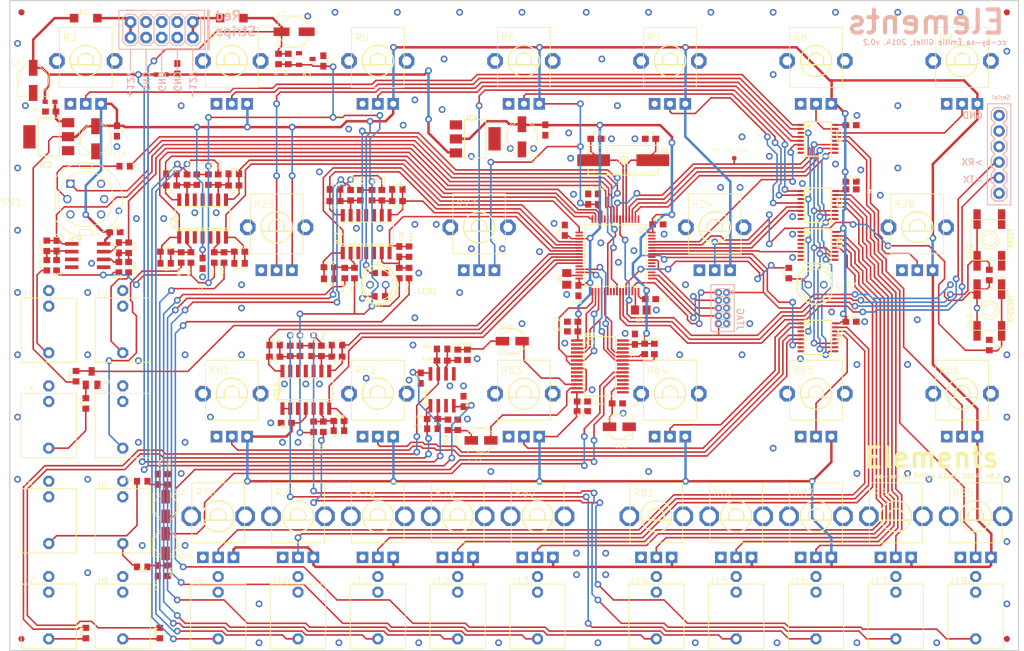
<source format=kicad_pcb>
(kicad_pcb (version 20211014) (generator pcbnew)
  (layers (0 "F.Cu" signal) (31 "B.Cu" signal) (34 "B.Paste" user) (35 "F.Paste" user) (36 "B.SilkS" user "B.Silkscreen") (37 "F.SilkS" user "F.Silkscreen") (38 "B.Mask" user) (39 "F.Mask" user) (44 "Edge.Cuts" user))
  (net 0 "")
  (net 1 "GND")
  (net 2 "Net-(C4-Pad1)")
  (net 3 "Net-(C5-Pad1)")
  (net 4 "Net-(C11-Pad2)")
  (net 5 "Net-(C12-Pad2)")
  (net 6 "Net-(C14-Pad1)")
  (net 7 "Net-(C15-Pad1)")
  (net 8 "Net-(C19-Pad1)")
  (net 9 "Net-(C20-Pad1)")
  (net 10 "Net-(C24-Pad1)")
  (net 11 "VBAT")
  (net 12 "Net-(C25-Pad1)")
  (net 13 "Net-(C26-Pad1)")
  (net 14 "Net-(C27-Pad1)")
  (net 15 "Net-(C28-Pad1)")
  (net 16 "Net-(C30-Pad1)")
  (net 17 "Net-(C31-Pad1)")
  (net 18 "Net-(C35-Pad1)")
  (net 19 "+3V3_A")
  (net 20 "Net-(C40-Pad-)")
  (net 21 "Net-(C41-Pad1)")
  (net 22 "Net-(C42-Pad1)")
  (net 23 "Net-(C43-Pad1)")
  (net 24 "Net-(C43-Pad2)")
  (net 25 "Net-(C47-Pad1)")
  (net 26 "Net-(C49-Pad1)")
  (net 27 "Net-(C49-Pad2)")
  (net 28 "Net-(C50-Pad1)")
  (net 29 "Net-(C53-Pad-)")
  (net 30 "VCC")
  (net 31 "AREF_-10")
  (net 32 "VEE")
  (net 33 "Net-(C54-Pad1)")
  (net 34 "Net-(C56-Pad-)")
  (net 35 "Net-(D1-PadA)")
  (net 36 "LOUT")
  (net 37 "ROUT")
  (net 38 "LIN")
  (net 39 "RIN")
  (net 40 "Net-(D2-PadC)")
  (net 41 "Net-(IC3-Pad1)")
  (net 42 "Net-(IC3-Pad2)")
  (net 43 "Net-(IC3-Pad4)")
  (net 44 "Net-(IC3-Pad5)")
  (net 45 "Net-(IC3-Pad12)")
  (net 46 "Net-(IC3-Pad13)")
  (net 47 "Net-(IC3-Pad14)")
  (net 48 "Net-(IC3-Pad15)")
  (net 49 "Net-(IC5-Pad1)")
  (net 50 "Net-(IC5-Pad2)")
  (net 51 "Net-(IC5-Pad4)")
  (net 52 "ADC_STRIKE_TIMBRE")
  (net 53 "Net-(IC5-Pad5)")
  (net 54 "Net-(IC5-Pad12)")
  (net 55 "+3V3")
  (net 56 "GATE")
  (net 57 "LED_GATE")
  (net 58 "SW_GATE")
  (net 59 "Net-(IC5-Pad13)")
  (net 60 "Net-(IC5-Pad14)")
  (net 61 "Net-(IC5-Pad15)")
  (net 62 "Net-(IC8-Pad12)")
  (net 63 "Net-(IC8-Pad13)")
  (net 64 "Net-(IC8-Pad14)")
  (net 65 "Net-(IC8-Pad15)")
  (net 66 "/elements_2/RESET")
  (net 67 "/elements_2/I2C_SCL")
  (net 68 "/elements_2/I2C_SDA")
  (net 69 "/elements_2/I2S_LRCK")
  (net 70 "/elements_2/I2S_SCK")
  (net 71 "/elements_2/I2S_SIN")
  (net 72 "/elements_2/I2S_SOUT")
  (net 73 "/elements_2/I2S_MCK")
  (net 76 "Net-(IC10-Pad41)")
  (net 77 "ADC_PRESSURE")
  (net 78 "ADC_V_OCT")
  (net 79 "ADC_FM")
  (net 80 "ADC_BLOW_SHAPE")
  (net 81 "ADC_POSITION")
  (net 82 "ADC_BOW_TIMBRE")
  (net 83 "ADC_STRIKE_SHAPE")
  (net 84 "ADC_BLOW_TIMBRE")
  (net 85 "ADC_DAMPING")
  (net 86 "ADC_GEOMETRY")
  (net 87 "/elements_2/TX")
  (net 88 "ADC_BANK_0")
  (net 89 "ADC_ADDR_0")
  (net 90 "ADC_ADDR_1")
  (net 91 "ADC_ADDR_2")
  (net 92 "ADC_POTS")
  (net 93 "/elements_2/RX")
  (net 94 "ADC_BANK_1")
  (net 95 "Net-(IC10-Pad44)")
  (net 97 "/elements_2/JTMS")
  (net 98 "/elements_2/JTCK")
  (net 99 "/elements_2/JTDI")
  (net 101 "ADC_BANK_2")
  (net 102 "ADC_BANK_3")
  (net 106 "/elements_2/JTDO")
  (net 108 "/elements_2/BOOT_FLASH")
  (net 110 "Net-(IC11-Pad1)")
  (net 111 "Net-(IC11-Pad2)")
  (net 112 "Net-(IC11-Pad4)")
  (net 113 "Net-(IC11-Pad5)")
  (net 114 "Net-(IC11-Pad13)")
  (net 115 "Net-(IC11-Pad14)")
  (net 116 "Net-(IC11-Pad15)")
  (net 123 "Net-(IC13-Pad1)")
  (net 124 "ADC_BRIGHTNESS")
  (net 125 "ADC_SPACE")
  (net 127 "Net-(J1-PadP3)")
  (net 129 "Net-(J2-PadP3)")
  (net 130 "Net-(J3-PadP3)")
  (net 132 "Net-(J4-PadP3)")
  (net 134 "Net-(J5-PadP3)")
  (net 136 "Net-(J6-PadP3)")
  (net 138 "Net-(J7-PadP3)")
  (net 140 "Net-(J8-PadP3)")
  (net 142 "Net-(J9-PadP3)")
  (net 144 "Net-(J10-PadP3)")
  (net 146 "Net-(J11-PadP3)")
  (net 148 "Net-(J12-PadP3)")
  (net 150 "Net-(J13-PadP3)")
  (net 152 "Net-(J14-PadP3)")
  (net 154 "Net-(J15-PadP3)")
  (net 156 "Net-(J16-PadP3)")
  (net 158 "Net-(J17-PadP3)")
  (net 160 "Net-(J18-PadP3)")
  (net 165 "Net-(LED1-PadA)")
  (net 166 "Net-(LED2-PadA)")
  (net 167 "Net-(Q2-PadB)")
  (net 168 "Net-(R10-Pad2)")
  (footprint "elements:C0603" (layer "F.Cu") (at 158.9786 99.2886 -90)
    (fp_text reference "C33")
    (fp_text value "100n")
  )
  (footprint "elements:SO14" (layer "F.Cu") (at 124.3711 90.0811)
    (fp_text reference "IC7")
    (fp_text value "MCP6004")
  )
  (footprint "elements:SO08" (layer "F.Cu") (at 136.7536 115.4811)
    (fp_text reference "IC14")
    (fp_text value "TL072")
  )
  (footprint "elements:C0603" (layer "F.Cu") (at 72.9361 70.0786 180)
    (fp_text reference "C4")
    (fp_text value "100n")
  )
  (footprint "elements:C0603" (layer "F.Cu") (at 170.7262 100.6856)
    (fp_text reference "C34")
    (fp_text value "100n")
  )
  (footprint "elements:WQP_PJ_301M6" (layer "F.Cu") (at 197.7136 151.6761 180)
    (fp_text reference "J16")
    (fp_text value "PJ301_THONKICONN6" hide)
  )
  (footprint "elements:C0603" (layer "F.Cu") (at 109.4486 110.0836 180)
    (fp_text reference "C41")
    (fp_text value "3.3n")
  )
  (footprint "elements:WQP_PJ_301M6" (layer "F.Cu") (at 84.6836 105.0036 180)
    (fp_text reference "J2")
    (fp_text value "PJ301_THONKICONN6" hide)
  )
  (footprint "elements:C0603" (layer "F.Cu") (at 129.4511 84.6836)
    (fp_text reference "C20")
    (fp_text value "3.3n")
  )
  (footprint "elements:PAD.03X.03" (layer "F.Cu") (at 184.3786 77.6986)
    (fp_text reference "TP1" hide)
    (fp_text value "ADC_TEST" hide)
  )
  (footprint "elements:C0603" (layer "F.Cu") (at 119.9261 120.5611)
    (fp_text reference "C50")
    (fp_text value "3.3n")
  )
  (footprint "elements:WQP_PJ_301M6" (layer "F.Cu") (at 72.6186 120.5611 180)
    (fp_text reference "J3")
    (fp_text value "PJ301_THONKICONN6" hide)
  )
  (footprint "elements:C0603" (layer "F.Cu") (at 136.7536 110.7186 180)
    (fp_text reference "C43")
    (fp_text value "18p")
  )
  (footprint "elements:WQP_PJ_301M6" (layer "F.Cu") (at 72.6186 136.1186 180)
    (fp_text reference "J5")
    (fp_text value "PJ301_THONKICONN6" hide)
  )
  (footprint "elements:R0603" (layer "F.Cu") (at 115.4811 109.1311 90)
    (fp_text reference "R56")
    (fp_text value "120k")
  )
  (footprint "elements:R0603" (layer "F.Cu") (at 85 79 180)
    (fp_text reference "R10")
    (fp_text value "33")
  )
  (footprint "elements:R0603" (layer "F.Cu") (at 92.6211 80.2386)
    (fp_text reference "R11")
    (fp_text value "20k")
  )
  (footprint "elements:C0603" (layer "F.Cu") (at 90.3986 130.0861 90)
    (fp_text reference "C54")
    (fp_text value "220p")
  )
  (footprint "elements:WQP_PJ_301M6" (layer "F.Cu") (at 152.3111 151.6761 180)
    (fp_text reference "J13")
    (fp_text value "PJ301_THONKICONN6" hide)
  )
  (footprint "elements:R0603" (layer "F.Cu") (at 85.6361 92.3036 -90)
    (fp_text reference "R28")
    (fp_text value "20k")
  )
  (footprint "elements:FIDUCIAL-1X2" (layer "F.Cu") (at 228.8286 53.8861)
    (fp_text reference "F2" hide)
    (fp_text value "FIDUCIAL1X2" hide)
  )
  (footprint "elements:SOD123" (layer "F.Cu") (at 102.4636 54.8386)
    (fp_text reference "D2")
    (fp_text value "1N5819HW")
  )
  (footprint "elements:R0603" (layer "F.Cu") (at 118.3386 97.3836)
    (fp_text reference "R46")
    (fp_text value "20k")
  )
  (footprint "elements:LED5MM" (layer "F.Cu") (at 126.2761 98.3361 180)
    (fp_text reference "LED1")
    (fp_text value "SSL-LX5093TC")
  )
  (footprint "elements:ALPS_POT_VERTICAL_PS" (layer "F.Cu") (at 150.0886 116.1161 180)
    (fp_text reference "R63")
    (fp_text value "10kB")
  )
  (footprint "elements:C0603" (layer "F.Cu") (at 84.0486 92.3036 90)
    (fp_text reference "C25")
    (fp_text value "3.3n")
  )
  (footprint "elements:ALPS_POT_VERTICAL" (layer "F.Cu") (at 100.2411 136.1186 180)
    (fp_text reference "R76")
    (fp_text value "10kB")
  )
  (footprint "elements:LED5MM" (layer "F.Cu") (at 197.7136 98.3361)
    (fp_text reference "LED2")
    (fp_text value "SSL-LX5093PC")
  )
  (footprint "elements:PANASONIC_B" (layer "F.Cu") (at 91.6686 140.5636 90)
    (fp_text reference "C56")
    (fp_text value "10u")
  )
  (footprint "elements:ALPS_POT_VERTICAL_PS" (layer "F.Cu") (at 221.5261 116.1161 180)
    (fp_text reference "R66")
    (fp_text value "10kB")
  )
  (footprint "elements:R0603" (layer "F.Cu") (at 111.6711 61.5061 -90)
    (fp_text reference "R2")
    (fp_text value "1.0k")
  )
  (footprint "elements:R0603" (layer "F.Cu") (at 136.7536 108.8136)
    (fp_text reference "R51")
    (fp_text value "47k")
  )
  (footprint "elements:R0603" (layer "F.Cu") (at 193.2686 96.4311 -90)
    (fp_text reference "R44")
    (fp_text value "2.2k")
  )
  (footprint "elements:ALPS_POT_VERTICAL" (layer "F.Cu") (at 126.2761 136.1186 180)
    (fp_text reference "R78")
    (fp_text value "10kB")
  )
  (footprint "elements:C0603" (layer "F.Cu") (at 73.8886 91.9861 90)
    (fp_text reference "C24")
    (fp_text value "3.3n")
  )
  (footprint "elements:R0603" (layer "F.Cu") (at 139.2936 121.1961 -90)
    (fp_text reference "R69")
    (fp_text value "47k")
  )
  (footprint "elements:0603" (layer "F.Cu") (at 91.0336 64.0461)
    (fp_text reference "L1")
    (fp_text value "WE-CBF_0603")
  )
  (footprint "elements:C0603" (layer "F.Cu") (at 170.7261 74.5236)
    (fp_text reference "C12")
    (fp_text value "18p")
  )
  (footprint "elements:R0603" (layer "F.Cu") (at 77.0636 113.2586 -90)
    (fp_text reference "R60")
    (fp_text value "10k")
  )
  (footprint "elements:R0603" (layer "F.Cu") (at 91.9861 145.0086 90)
    (fp_text reference "R87")
    (fp_text value "6.8k")
  )
  (footprint "elements:ALPS_POT_VERTICAL" (layer "F.Cu") (at 113.2586 136.1186 180)
    (fp_text reference "R77")
    (fp_text value "10kB")
  )
  (footprint "elements:PANASONIC_C" (layer "F.Cu") (at 149.7711 74.2061 90)
    (fp_text reference "C9")
    (fp_text value "22u")
  )
  (footprint "elements:C0603" (layer "F.Cu") (at 126.5936 96.4311)
    (fp_text reference "C32")
    (fp_text value "100n")
  )
  (footprint "elements:ALPS_POT_VERTICAL_PS" (layer "F.Cu") (at 173.9011 116.1161 180)
    (fp_text reference "R64")
    (fp_text value "10kB")
  )
  (footprint "elements:C0603" (layer "F.Cu") (at 153.5811 73.0948 -90)
    (fp_text reference "C7")
    (fp_text value "100n")
  )
  (footprint "elements:C0603" (layer "F.Cu") (at 203.4286 81.5086)
    (fp_text reference "C13")
    (fp_text value "100n")
  )
  (footprint "elements:R0603" (layer "F.Cu") (at 78.6511 155.1686 90)
    (fp_text reference "R88")
    (fp_text value "1.0k")
  )
  (footprint "elements:R0603" (layer "F.Cu") (at 100.2411 81.1911 90)
    (fp_text reference "R16")
    (fp_text value "100k")
  )
  (footprint "elements:ALPS_POT_VERTICAL_PS" (layer "F.Cu") (at 126.2761 61.8236 180)
    (fp_text reference "R5")
    (fp_text value "10kB")
  )
  (footprint "elements:R0603" (layer "F.Cu") (at 171.3611 108.8136 90)
    (fp_text reference "R53")
    (fp_text value "2.2k")
  )
  (footprint "elements:R0603" (layer "F.Cu") (at 120.8786 96.4311 -90)
    (fp_text reference "R40")
    (fp_text value "100k")
  )
  (footprint "elements:WQP_PJ_301M6" (layer "F.Cu") (at 139.2936 151.6761 180)
    (fp_text reference "J12")
    (fp_text value "PJ301_THONKICONN6" hide)
  )
  (footprint "elements:EVQ-Q2" (layer "F.Cu") (at 225.9711 91.0336 90)
    (fp_text reference "SW2")
    (fp_text value "EVQQ2")
  )
  (footprint "elements:R0603" (layer "F.Cu") (at 72.3011 91.9861 -90)
    (fp_text reference "R27")
    (fp_text value "47k")
  )
  (footprint "elements:R0603" (layer "F.Cu") (at 119.9261 122.1486 180)
    (fp_text reference "R73")
    (fp_text value "20k")
  )
  (footprint "elements:WQP_PJ_301M6" (layer "F.Cu") (at 223.7486 151.6761 180)
    (fp_text reference "J18")
    (fp_text value "PJ301_THONKICONN6" hide)
  )
  (footprint "elements:R0603" (layer "F.Cu") (at 115.7986 121.5136 -90)
    (fp_text reference "R70")
    (fp_text value "120k")
  )
  (footprint "elements:WQP_PJ_301M6" (layer "F.Cu") (at 84.6836 151.6761 180)
    (fp_text reference "J8")
    (fp_text value "PJ301_THONKICONN6" hide)
  )
  (footprint "elements:FIDUCIAL-1X2" (layer "F.Cu") (at 228.8286 156.1211)
    (fp_text reference "F4" hide)
    (fp_text value "FIDUCIAL1X2" hide)
  )
  (footprint "elements:R0603" (layer "F.Cu") (at 111.9886 109.1311 90)
    (fp_text reference "R54")
    (fp_text value "100k")
  )
  (footprint "elements:R0603" (layer "F.Cu") (at 169.7736 108.8136 90)
    (fp_text reference "R52")
    (fp_text value "2.2k")
  )
  (footprint "elements:C0603" (layer "F.Cu") (at 103.7336 92.9386)
    (fp_text reference "C27")
    (fp_text value "3.3n")
  )
  (footprint "elements:C0603" (layer "F.Cu") (at 102.7811 82.1436)
    (fp_text reference "C15")
    (fp_text value "3.3n")
  )
  (footprint "elements:R0603" (layer "F.Cu") (at 225.9711 108.1786 -90)
    (fp_text reference "R50")
    (fp_text value "10k")
  )
  (footprint "elements:C0603" (layer "F.Cu") (at 140.2461 117.3861 -90)
    (fp_text reference "C45")
    (fp_text value "100n")
  )
  (footprint "elements:R0603" (layer "F.Cu") (at 137.7061 121.1961 -90)
    (fp_text reference "R68")
    (fp_text value "6.8k")
  )
  (footprint "elements:SOT223" (layer "F.Cu") (at 72.6186 74.2061 90)
    (fp_text reference "IC2")
    (fp_text value "LM1117-3.3")
  )
  (footprint "elements:FIDUCIAL-1X2" (layer "F.Cu") (at 68.1736 53.8861)
    (fp_text reference "F1" hide)
    (fp_text value "FIDUCIAL1X2" hide)
  )
  (footprint "elements:ALPS_POT_VERTICAL_PS" (layer "F.Cu") (at 197.7136 116.1161 180)
    (fp_text reference "R65")
    (fp_text value "10kB")
  )
  (footprint "elements:SSOP28" (layer "F.Cu") (at 162.4711 111.9886 -90)
    (fp_text reference "IC12")
    (fp_text value "WM8731")
  )
  (footprint "elements:PANASONIC_B" (layer "F.Cu") (at 165.6461 121.5136 180)
    (fp_text reference "C52")
    (fp_text value "10u")
  )
  (footprint "elements:R0603" (layer "F.Cu") (at 119.6086 108.1786 180)
    (fp_text reference "R49")
    (fp_text value "20k")
  )
  (footprint "elements:C0603" (layer "F.Cu") (at 160.5661 84.366 90)
    (fp_text reference "C17")
    (fp_text value "1u")
  )
  (footprint "elements:R0603" (layer "F.Cu") (at 117.0686 109.1311 90)
    (fp_text reference "R57")
    (fp_text value "100k")
  )
  (footprint "elements:EVQ-Q2" (layer "F.Cu") (at 225.9711 102.4636 90)
    (fp_text reference "SW3")
    (fp_text value "EVQQ2")
  )
  (footprint "elements:C0603" (layer "F.Cu") (at 171.9326 88.4936)
    (fp_text reference "C21")
    (fp_text value "100n")
  )
  (footprint "elements:WQP_PJ_301M6" (layer "F.Cu") (at 72.6186 105.0036 180)
    (fp_text reference "J1")
    (fp_text value "PJ301_THONKICONN6" hide)
  )
  (footprint "elements:C0603" (layer "F.Cu") (at 97.7011 94.8436 -90)
    (fp_text reference "C29")
    (fp_text value "100n")
  )
  (footprint "elements:C0603" (layer "F.Cu") (at 119.6086 110.0836)
    (fp_text reference "C42")
    (fp_text value "3.3n")
  )
  (footprint "elements:R0603" (layer "F.Cu") (at 94.2086 93.8911 -90)
    (fp_text reference "R30")
    (fp_text value "100k")
  )
  (footprint "elements:R0603" (layer "F.Cu") (at 84.0486 95.4786 -90)
    (fp_text reference "R38")
    (fp_text value "120k")
  )
  (footprint "elements:WQP_PJ_301M6" (layer "F.Cu") (at 184.6961 151.6761 180)
    (fp_text reference "J15")
    (fp_text value "PJ301_THONKICONN6" hide)
  )
  (footprint "elements:C0603" (layer "F.Cu") (at 93.5736 63.0936 90)
    (fp_text reference "C5")
    (fp_text value "100n")
  )
  (footprint "elements:ALPS_POT_VERTICAL" (layer "F.Cu") (at 171.6786 136.1186 180)
    (fp_text reference "R81")
    (fp_text value "10kB")
  )
  (footprint "elements:ALPS_POT_VERTICAL_PS" (layer "F.Cu") (at 102.4636 116.1161 180)
    (fp_text reference "R61")
    (fp_text value "10kB")
  )
  (footprint "elements:C0603" (layer "F.Cu") (at 168.1861 107.2261 90)
    (fp_text reference "C39")
    (fp_text value "100n")
  )
  (footprint "elements:SOT23-BEC" (layer "F.Cu") (at 79.6036 113.5761)
    (fp_text reference "Q2")
    (fp_text value "MMBT3904")
  )
  (footprint "elements:WQP_PJ_301M6" (layer "F.Cu") (at 100.2411 151.6761 180)
    (fp_text reference "J9")
    (fp_text value "PJ301_THONKICONN6" hide)
  )
  (footprint "elements:ALPS_POT_VERTICAL_PS" (layer "F.Cu") (at 109.7661 88.9699 180)
    (fp_text reference "R25")
    (fp_text value "10kB")
  )
  (footprint "elements:TSSOP16" (layer "F.Cu") (at 198.0311 74.2061 -90)
    (fp_text reference "IC3")
    (fp_text value "4051PW")
  )
  (footprint "elements:TSSOP16" (layer "F.Cu") (at 198.0311 85.0011 -90)
    (fp_text reference "IC5")
    (fp_text value "4051PW")
  )
  (footprint "elements:R0603" (layer "F.Cu") (at 119.2911 82.7786)
    (fp_text reference "R17")
    (fp_text value "20k")
  )
  (footprint "elements:WQP_PJ_301M6" (layer "F.Cu") (at 113.2586 151.6761 180)
    (fp_text reference "J10")
    (fp_text value "PJ301_THONKICONN6" hide)
  )
  (footprint "elements:R0603" (layer "F.Cu") (at 122.4661 96.4311 -90)
    (fp_text reference "R41")
    (fp_text value "120k")
  )
  (footprint "elements:SO14" (layer "F.Cu") (at 97.7011 87.5411)
    (fp_text reference "IC6")
    (fp_text value "MCP6004")
  )
  (footprint "elements:R0603" (layer "F.Cu") (at 95.1611 81.1911 90)
    (fp_text reference "R13")
    (fp_text value "100k")
  )
  (footprint "elements:WQP_PJ_301M6" (layer "F.Cu") (at 84.6836 120.5611 180)
    (fp_text reference "J4")
    (fp_text value "PJ301_THONKICONN6" hide)
  )
  (footprint "elements:ALPS_POT_VERTICAL_PS" (layer "F.Cu") (at 150.0886 61.8236 180)
    (fp_text reference "R6")
    (fp_text value "10kB")
  )
  (footprint "elements:C0603" (layer "F.Cu") (at 118.3386 95.4786 180)
    (fp_text reference "C30")
    (fp_text value "3.3n")
  )
  (footprint "elements:ALPS_POT_VERTICAL" (layer "F.Cu") (at 139.2936 136.1186 180)
    (fp_text reference "R79")
    (fp_text value "10kB")
  )
  (footprint "elements:C0603" (layer "F.Cu") (at 83.7311 73.2536 -90)
    (fp_text reference "C8")
    (fp_text value "100n")
  )
  (footprint "elements:C0603" (layer "F.Cu") (at 90.3986 145.0086 -90)
    (fp_text reference "C57")
    (fp_text value "220p")
  )
  (footprint "elements:ALPS_POT_VERTICAL_PS" (layer "F.Cu") (at 78.6511 61.8236 180)
    (fp_text reference "R3")
    (fp_text value "10kB")
  )
  (footprint "elements:C0603" (layer "F.Cu") (at 129.7686 92.9386 90)
    (fp_text reference "C28")
    (fp_text value "3.3n")
  )
  (footprint "elements:R0603" (layer "F.Cu") (at 131.3561 96.4311 -90)
    (fp_text reference "R43")
    (fp_text value "100k")
  )
  (footprint "elements:R0603" (layer "F.Cu") (at 78.6511 117.7036 90)
    (fp_text reference "R67")
    (fp_text value "100k")
  )
  (footprint "elements:R0603" (layer "F.Cu") (at 131.3561 92.9386 -90)
    (fp_text reference "R29")
    (fp_text value "20k")
  )
  (footprint "elements:C0805" (layer "F.Cu") (at 169.1386 102.4636)
    (fp_text reference "C35")
    (fp_text value "2.2u")
  )
  (footprint "elements:PANASONIC_C" (layer "F.Cu") (at 112.6236 57.0611)
    (fp_text reference "C1")
    (fp_text value "22u")
  )
  (footprint "elements:R0603" (layer "F.Cu") (at 99.6061 93.8911 -90)
    (fp_text reference "R32")
    (fp_text value "120k")
  )
  (footprint "elements:PANASONIC_B" (layer "F.Cu") (at 91.6686 134.5311 -90)
    (fp_text reference "C55")
    (fp_text value "10u")
  )
  (footprint "elements:ALPS_POT_VERTICAL_PS" (layer "F.Cu") (at 221.5261 61.8236 180)
    (fp_text reference "R9")
    (fp_text value "10kB")
  )
  (footprint "elements:TQFP-10X10-64" (layer "F.Cu") (at 165.0111 93.5736 -90)
    (fp_text reference "IC10")
    (fp_text value "STM32F405RGT6")
  )
  (footprint "elements:WQP_PJ_301M6" (layer "F.Cu") (at 126.2761 151.6761 180)
    (fp_text reference "J11")
    (fp_text value "PJ301_THONKICONN6" hide)
  )
  (footprint "elements:C0603" (layer "F.Cu") (at 111.3536 120.8786 180)
    (fp_text reference "C51")
    (fp_text value "100n")
  )
  (footprint "elements:WQP_PJ_301M6" (layer "F.Cu") (at 84.6836 136.1186 180)
    (fp_text reference "J6")
    (fp_text value "PJ301_THONKICONN6" hide)
  )
  (footprint "elements:R0603" (layer "F.Cu") (at 129.7686 96.4311 -90)
    (fp_text reference "R42")
    (fp_text value "120k")
  )
  (footprint "elements:R0603" (layer "F.Cu") (at 135.1661 121.8311)
    (fp_text reference "R72")
    (fp_text value "47k")
  )
  (footprint "elements:C0603" (layer "F.Cu") (at 161.8361 74.5236 180)
    (fp_text reference "C11")
    (fp_text value "18p")
  )
  (footprint "elements:R0603" (layer "F.Cu") (at 87.8586 144.3736 180)
    (fp_text reference "R86")
    (fp_text value "36k")
  )
  (footprint "elements:C0603" (layer "F.Cu") (at 203.4286 104.3686)
    (fp_text reference "C37")
    (fp_text value "100n")
  )
  (footprint "elements:R0603" (layer "F.Cu") (at 102.7811 80.2386 180)
    (fp_text reference "R12")
    (fp_text value "20k")
  )
  (footprint "elements:R0603" (layer "F.Cu") (at 123.4186 83.7311 90)
    (fp_text reference "R20")
    (fp_text value "120k")
  )
  (footprint "elements:R0603" (layer "F.Cu") (at 101.1936 93.8911 -90)
    (fp_text reference "R33")
    (fp_text value "100k")
  )
  (footprint "elements:ALPS_POT_VERTICAL_PS" (layer "F.Cu") (at 173.9011 61.8236 180)
    (fp_text reference "R7")
    (fp_text value "10kB")
  )
  (footprint "elements:WQP_PJ_301M6" (layer "F.Cu") (at 171.6786 151.6761 180)
    (fp_text reference "J14")
    (fp_text value "PJ301_THONKICONN6" hide)
  )
  (footprint "elements:R0603" (layer "F.Cu") (at 126.9111 83.7311 90)
    (fp_text reference "R22")
    (fp_text value "100k")
  )
  (footprint "elements:C0603" (layer "F.Cu") (at 158.0261 104.3686 180)
    (fp_text reference "C36")
    (fp_text value "1u")
  )
  (footprint "elements:R0603" (layer "F.Cu") (at 117.3861 121.5136 -90)
    (fp_text reference "R71")
    (fp_text value "100k")
  )
  (footprint "elements:R0603" (layer "F.Cu") (at 125.3236 83.7311 90)
    (fp_text reference "R21")
    (fp_text value "120k")
  )
  (footprint "elements:ALPS_POT_VERTICAL_PS" (layer "F.Cu") (at 197.7136 61.8236 180)
    (fp_text reference "R8")
    (fp_text value "10kB")
  )
  (footprint "elements:R0603" (layer "F.Cu") (at 73.8886 95.1611 -90)
    (fp_text reference "R37")
    (fp_text value "180k")
  )
  (footprint "elements:C0603" (layer "F.Cu") (at 133.2611 113.5761 -90)
    (fp_text reference "C44")
    (fp_text value "100n")
  )
  (footprint "elements:ALPS_POT_VERTICAL" (layer "F.Cu") (at 152.3111 136.1186 180)
    (fp_text reference "R80")
    (fp_text value "10kB")
  )
  (footprint "elements:R0603" (layer "F.Cu") (at 113.5761 109.1311 90)
    (fp_text reference "R55")
    (fp_text value "120k")
  )
  (footprint "Supercell 1.3:C&K_D6R" (layer "F.Cu") (at 78.6511 84.3661)
    (fp_text reference "SW1")
    (fp_text value "SW_MEC_5G_2LED")
  )
  (footprint "elements:ALPS_POT_VERTICAL" (layer "F.Cu") (at 184.6961 136.1186 180)
    (fp_text reference "R82")
    (fp_text value "10kB")
  )
  (footprint "elements:C0603" (layer "F.Cu") (at 91.6686 92.9386 180)
    (fp_text reference "C26")
    (fp_text value "3.3n")
  )
  (footprint "elements:R0603" (layer "F.Cu") (at 139.2936 109.7661 90)
    (fp_text reference "R58")
    (fp_text value "6.8k")
  )
  (footprint "elements:C0603" (layer "F.Cu") (at 135.1661 120.2436 180)
    (fp_text reference "C49")
    (fp_text value "18p")
  )
  (footprint "elements:ALPS_POT_VERTICAL" (layer "F.Cu") (at 197.7136 136.1186 180)
    (fp_text reference "R83")
    (fp_text value "10kB")
  )
  (footprint "elements:R0603" (layer "F.Cu") (at 72.3011 95.1611 -90)
    (fp_text reference "R36")
    (fp_text value "100k")
  )
  (footprint "elements:R0603" (layer "F.Cu") (at 95.7961 93.8911 -90)
    (fp_text reference "R31")
    (fp_text value "200k")
  )
  (footprint "elements:R0603" (layer "F.Cu") (at 98.6536 81.1911 90)
    (fp_text reference "R15")
    (fp_text value "120k")
  )
  (footprint "elements:C0603" (layer "F.Cu") (at 117.3861 61.8236 90)
    (fp_text reference "C2")
    (fp_text value "100n")
  )
  (footprint "elements:R0603" (layer "F.Cu") (at 91.9861 130.0861 -90)
    (fp_text reference "R74")
    (fp_text value "6.8k")
  )
  (footprint "elements:ALPS_POT_VERTICAL" (layer "F.Cu") (at 210.7311 136.1186 180)
    (fp_text reference "R84")
    (fp_text value "10kB")
  )
  (footprint "elements:R0603" (layer "F.Cu") (at 129.4511 82.7786 180)
    (fp_text reference "R18")
    (fp_text value "20k")
  )
  (footprint "elements:WQP_PJ_301M6" (layer "F.Cu") (at 210.7311 151.6761 180)
    (fp_text reference "J17")
    (fp_text value "PJ301_THONKICONN6" hide)
  )
  (footprint "elements:C0603" (layer "F.Cu") (at 165.3286 117.7036)
    (fp_text reference "C47")
    (fp_text value "100n")
  )
  (footprint "elements:PANASONIC_B" (layer "F.Cu") (at 143.1036 123.7361)
    (fp_text reference "C53")
    (fp_text value "10u")
  )
  (footprint "elements:R0603" (layer "F.Cu") (at 103.7336 94.8436 180)
    (fp_text reference "R35")
    (fp_text value "20k")
  )
  (footprint "elements:TSSOP16" (layer "F.Cu") (at 198.0311 106.5911 -90)
    (fp_text reference "IC11")
    (fp_text value "4051PW")
  )
  (footprint "elements:R0603" (layer "F.Cu") (at 140.8811 109.7661 90)
    (fp_text reference "R59")
    (fp_text value "47k")
  )
  (footprint "elements:FIDUCIAL-1X2" (layer "F.Cu") (at 68.1736 156.1211)
    (fp_text reference "F3" hide)
    (fp_text value "FIDUCIAL1X2" hide)
  )
  (footprint "elements:PANASONIC_C" (layer "F.Cu") (at 70.0786 64.9986 90)
    (fp_text reference "C3")
    (fp_text value "22u")
  )
  (footprint "elements:C0603" (layer "F.Cu") (at 203.4286 82.7786)
    (fp_text reference "C16")
    (fp_text value "100n")
  )
  (footprint "elements:C0603" (layer "F.Cu") (at 83.4136 89.7636)
    (fp_text reference "C23")
    (fp_text value "100n")
  )
  (footprint "elements:SO14" (layer "F.Cu") (at 114.5286 115.4811)
    (fp_text reference "IC13")
    (fp_text value "MCP6004")
  )
  (footprint "elements:R0603" (layer "F.Cu") (at 121.8311 83.7311 90)
    (fp_text reference "R19")
    (fp_text value "100k")
  )
  (footprint "elements:C0603" (layer "F.Cu") (at 159.6136 118.9736)
    (fp_text reference "C48")
    (fp_text value "1u")
  )
  (footprint "elements:R0603" (layer "F.Cu") (at 225.9711 96.7486 -90)
    (fp_text reference "R45")
    (fp_text value "10k")
  )
  (footprint "elements:R0603" (layer "F.Cu") (at 90.7161 155.1686 90)
    (fp_text reference "R89")
    (fp_text value "1.0k")
  )
  (footprint "elements:C0603" (layer "F.Cu") (at 92.6211 82.1436 180)
    (fp_text reference "C14")
    (fp_text value "3.3n")
  )
  (footprint "elements:C0805" (layer "F.Cu") (at 157.0736 97.3836 -90)
    (fp_text reference "C31")
    (fp_text value "2.2u")
  )
  (footprint "elements:ALPS_POT_VERTICAL" (layer "F.Cu") (at 223.7486 136.1186 180)
    (fp_text reference "R85")
    (fp_text value "10kB")
  )
  (footprint "elements:SO08" (layer "F.Cu") (at 78.9686 93.5736 -90)
    (fp_text reference "IC9")
    (fp_text value "MCP6002")
  )
  (footprint "elements:R0603" (layer "F.Cu") (at 87.8586 130.4036 180)
    (fp_text reference "R75")
    (fp_text value "36k")
  )
  (footprint "elements:ALPS_POT_VERTICAL_PS" (layer "F.Cu") (at 214.2236 88.9699 180)
    (fp_text reference "R26")
    (fp_text value "10kB")
  )
  (footprint "elements:SOT223" (layer "F.Cu") (at 142.1511 74.5236 -90)
    (fp_text reference "IC4")
    (fp_text value "LM1117-3.3")
  )
  (footprint "elements:ALPS_POT_VERTICAL_PS" (layer "F.Cu") (at 181.2036 88.9698 180)
    (fp_text reference "R24")
    (fp_text value "10kB")
  )
  (footprint "elements:R0603" (layer "F.Cu") (at 109.4486 108.1786)
    (fp_text reference "R48")
    (fp_text value "20k")
  )
  (footprint "elements:R0603" (layer "F.Cu") (at 91.6686 94.8436)
    (fp_text reference "R34")
    (fp_text value "33k")
  )
  (footprint "elements:C0603" (layer "F.Cu") (at 119.2911 84.6836 180)
    (fp_text reference "C19")
    (fp_text value "3.3n")
  )
  (footprint "elements:WQP_PJ_301M6" (layer "F.Cu") (at 72.6186 151.6761 180)
    (fp_text reference "J7")
    (fp_text value "PJ301_THONKICONN6" hide)
  )
  (footprint "elements:C0603" (layer "F.Cu") (at 156.7562 89.4461 90)
    (fp_text reference "C22")
    (fp_text value "100n")
  )
  (footprint "elements:ALPS_POT_VERTICAL_PS" (layer "F.Cu") (at 142.7861 88.9698 180)
    (fp_text reference "R23")
    (fp_text value "10kB")
  )
  (footprint "elements:R0603" (layer "F.Cu") (at 85.6361 95.4786 -90)
    (fp_text reference "R39")
    (fp_text value "100k")
  )
  (footprint "elements:TSSOP16" (layer "F.Cu") (at 198.0311 91.6686 -90)
    (fp_text reference "IC8")
    (fp_text value "4051PW")
  )
  (footprint "elements:R0603" (layer "F.Cu") (at 110.0836 61.5061 -90)
    (fp_text reference "R1")
    (fp_text value "1.0k")
  )
  (footprint "elements:HC49UP" (layer "F.Cu") (at 166.2811 78.0161)
    (fp_text reference "Q1")
    (fp_text value "8MHz")
  )
  (footprint "elements:C0603" (layer "F.Cu") (at 159.6136 117.3861)
    (fp_text reference "C46")
    (fp_text value "100n")
  )
  (footprint "elements:R0603" (layer "F.Cu") (at 126.5936 100.2411)
    (fp_text reference "R47")
    (fp_text value "2.2k")
  )
  (footprint "elements:SOD123" (layer "F.Cu") (at 78.6511 54.8386)
    (fp_text reference "D1")
    (fp_text value "1N5819HW")
  )
  (footprint "elements:ALPS_POT_VERTICAL_PS" (layer "F.Cu") (at 126.2761 116.1161 180)
    (fp_text reference "R62")
    (fp_text value "10kB")
  )
  (footprint "elements:R0603" (layer "F.Cu") (at 96.7486 81.1911 90)
    (fp_text reference "R14")
    (fp_text value "120k")
  )
  (footprint "elements:PANASONIC_C" (layer "F.Cu") (at 80.2386 74.5236 90)
    (fp_text reference "C10")
    (fp_text value "22u")
  )
  (footprint "elements:PANASONIC_B" (layer "F.Cu") (at 148.1836 107.5436)
    (fp_text reference "C40")
    (fp_text value "10u")
  )
  (footprint "elements:ALPS_POT_VERTICAL_PS" (layer "F.Cu") (at 102.4636 61.8236 180)
    (fp_text reference "R4")
    (fp_text value "10kB")
  )
  (footprint "elements:C0603" (layer "F.Cu") (at 203.4286 72.3011)
    (fp_text reference "C6")
    (fp_text value "100n")
  )
  (footprint "elements:C0603" (layer "F.Cu") (at 158.0261 105.9561 180)
    (fp_text reference "C38")
    (fp_text value "100n")
  )
  (footprint "elements:0603" (layer "F.Cu") (at 72.9361 68.4911)
    (fp_text reference "L2")
    (fp_text value "WE-CBF_0603")
  )
  (footprint "elements:C0603" (layer "F.Cu") (at 162.1536 84.3661 90)
    (fp_text reference "C18")
    (fp_text value "100n")
  )
  (footprint "elements:DBZ_R-PDSO-G3" (layer "F.Cu") (at 114.5286 61.5061 -90)
    (fp_text reference "IC1")
    (fp_text value "LM4040B10")
  )
  (footprint "elements:1X06" (layer "B.Cu") (at 227.5586 70.7136 -90)
    (fp_text reference "JP2" hide)
    (fp_text value "M06SIP")
  )
  (footprint "elements:AVR_ICSP" (layer "B.Cu") (at 91.0336 56.7436 -90)
    (fp_text reference "JP3" hide)
    (fp_text value "M05X2PTH" hide)
  )
  (footprint "elements:2X5-1.27" (layer "B.Cu") (at 181.8386 103.4161 180)
    (fp_text reference "JP1")
    (fp_text value "M05X2MINIJTAG" hide)
  )
  (gr_line (start 98.0186 53.5686) (end 84.0486 53.5686) (layer "B.SilkS") (width 0.1524))
  (gr_line (start 96.1136 59.9186) (end 98.0186 59.9186) (layer "B.SilkS") (width 0.1524))
  (gr_line (start 184.3786 105.9561) (end 184.3786 98.3361) (layer "B.SilkS") (width 0.1524))
  (gr_line (start 93.5736 59.9186) (end 96.1136 59.9186) (layer "B.SilkS") (width 0.1524))
  (gr_line (start 98.0186 59.9186) (end 98.0186 53.5686) (layer "B.SilkS") (width 0.1524))
  (gr_line (start 229.4636 68.8086) (end 229.4636 85.3186) (layer "B.SilkS") (width 0.1524))
  (gr_line (start 88.4936 59.9186) (end 91.0336 59.9186) (layer "B.SilkS") (width 0.1524))
  (gr_line (start 225.6536 68.8086) (end 229.4636 68.8086) (layer "B.SilkS") (width 0.1524))
  (gr_line (start 84.0486 53.5686) (end 84.0486 59.9186) (layer "B.SilkS") (width 0.1524))
  (gr_line (start 91.0336 59.9186) (end 91.0336 63.4111) (layer "B.SilkS") (width 0.1524))
  (gr_line (start 180.5686 98.3361) (end 180.5686 105.9561) (layer "B.SilkS") (width 0.1524))
  (gr_line (start 98.6536 59.9186) (end 98.6536 53.5686) (layer "B.SilkS") (width 0.4064))
  (gr_line (start 91.0336 59.9186) (end 93.5736 59.9186) (layer "B.SilkS") (width 0.1524))
  (gr_line (start 85.9536 59.9186) (end 88.4936 59.9186) (layer "B.SilkS") (width 0.1524))
  (gr_line (start 88.4936 59.9186) (end 88.4936 63.4111) (layer "B.SilkS") (width 0.1524))
  (gr_line (start 180.5686 105.9561) (end 184.3786 105.9561) (layer "B.SilkS") (width 0.1524))
  (gr_line (start 96.1136 59.9186) (end 96.1136 63.4111) (layer "B.SilkS") (width 0.1524))
  (gr_line (start 85.9536 59.9186) (end 85.9536 63.4111) (layer "B.SilkS") (width 0.1524))
  (gr_line (start 84.0486 59.9186) (end 85.9536 59.9186) (layer "B.SilkS") (width 0.1524))
  (gr_line (start 225.6536 85.3186) (end 225.6536 68.8086) (layer "B.SilkS") (width 0.1524))
  (gr_line (start 184.3786 98.3361) (end 180.5686 98.3361) (layer "B.SilkS") (width 0.1524))
  (gr_line (start 229.4636 85.3186) (end 225.6536 85.3186) (layer "B.SilkS") (width 0.1524))
  (gr_line (start 93.5736 59.9186) (end 93.5736 63.4111) (layer "B.SilkS") (width 0.1524))
  (gr_line (start 230.7336 158.0261) (end 230.7336 51.9811) (layer "Edge.Cuts") (width 0.2032))
  (gr_line (start 230.7336 51.9811) (end 66.2686 51.9811) (layer "Edge.Cuts") (width 0.2032))
  (gr_line (start 66.2686 158.0261) (end 230.7336 158.0261) (layer "Edge.Cuts") (width 0.2032))
  (gr_line (start 66.2686 51.9811) (end 66.2686 158.0261) (layer "Edge.Cuts") (width 0.2032))
  (gr_text "GND" (at 89.1286 63.4111 -90) (layer "B.SilkS") (effects (font (size 1.0795 1.0795) (thickness 0.1905)) (justify right top mirror)))
  (gr_text "Stripe" (at 99.6061 56.1086) (layer "B.SilkS") (effects (font (size 1.5113 1.5113) (thickness 0.2667)) (justify right top mirror)))
  (gr_text "<TX" (at 225.0186 81.8261) (layer "B.SilkS") (effects (font (size 1.0795 1.0795) (thickness 0.1905)) (justify left bottom mirror)))
  (gr_text "GND" (at 91.6686 63.4111 -90) (layer "B.SilkS") (effects (font (size 1.0795 1.0795) (thickness 0.1905)) (justify right top mirror)))
  (gr_text "Elements" (at 228.8286 57.6961) (layer "B.SilkS") (effects (font (size 3.77825 3.77825) (thickness 0.66675)) (justify left bottom mirror)))
  (gr_text ">RX" (at 225.0186 78.9686) (layer "B.SilkS") (effects (font (size 1.0795 1.0795) (thickness 0.1905)) (justify left bottom mirror)))
  (gr_text "Red" (at 99.6061 53.5686) (layer "B.SilkS") (effects (font (size 1.5113 1.5113) (thickness 0.2667)) (justify right top mirror)))
  (gr_text "GND" (at 94.2086 63.4111 -90) (layer "B.SilkS") (effects (font (size 1.0795 1.0795) (thickness 0.1905)) (justify right top mirror)))
  (gr_text "-12V" (at 96.7486 63.4111 -90) (layer "B.SilkS") (effects (font (size 1.0795 1.0795) (thickness 0.1905)) (justify right top mirror)))
  (gr_text "Serial" (at 229.4636 68.1736) (layer "B.SilkS") (effects (font (size 0.69088 0.69088) (thickness 0.12192)) (justify left bottom mirror)))
  (gr_text "GND" (at 225.0186 71.3486) (layer "B.SilkS") (effects (font (size 1.0795 1.0795) (thickness 0.1905)) (justify left bottom mirror)))
  (gr_text "+12V" (at 86.5886 63.4111 -90) (layer "B.SilkS") (effects (font (size 1.0795 1.0795) (thickness 0.1905)) (justify right top mirror)))
  (gr_text "JTAG" (at 184.6961 105.9561 -90) (layer "B.SilkS") (effects (font (size 1.0795 1.0795) (thickness 0.1905)) (justify left bottom mirror)))
  (gr_text "cc-by-sa Émilie Gillet, 2014. v0.2" (at 228.8286 59.2836) (layer "B.SilkS") (effects (font (size 0.8636 0.8636) (thickness 0.1524)) (justify left bottom mirror)))
  (gr_text "RESET" (at 229.1461 89.1286 90) (layer "F.SilkS") (effects (font (size 0.682752 0.682752) (thickness 0.130048)) (justify right top)))
  (gr_text "cc-by-sa Émilie Gillet, 2014. v0.2" (at 227.8761 129.1336) (layer "F.SilkS") (effects (font (size 0.75565 0.75565) (thickness 0.13335)) (justify right top)))
  (gr_text "SYSBOOT" (at 229.1461 99.9236 90) (layer "F.SilkS") (effects (font (size 0.682752 0.682752) (thickness 0.130048)) (justify right top)))
  (gr_text "TP1 ADC_SCAN" (at 180.5686 76.7461) (layer "F.SilkS") (effects (font (size 0.560832 0.560832) (thickness 0.048768)) (justify left bottom)))
  (gr_text "Elements" (at 227.8761 124.6886) (layer "F.SilkS") (effects (font (size 3.2385 3.2385) (thickness 0.5715)) (justify right top)))
  (segment (start 81.1511 84.3661) (end 81.1911 84.3661) (width 0.254) (layer "F.Cu") (net 1))
  (via (at 135.8011 88.4936) (size 1.108) (drill 0.6) (layers "F.Cu" "B.Cu") (net 1))
  (via (at 132.9436 96.4311) (size 1.108) (drill 0.6) (layers "F.Cu" "B.Cu") (net 1))
  (via (at 68.8086 69.1261) (size 1.108) (drill 0.6) (layers "F.Cu" "B.Cu") (net 1))
  (via (at 138.0236 114.8461) (size 1.108) (drill 0.6) (layers "F.Cu" "B.Cu") (net 1))
  (via (at 157.7086 77.6986) (size 1.108) (drill 0.6) (layers "F.Cu" "B.Cu") (net 1))
  (via (at 131.9911 108.1786) (size 1.108) (drill 0.6) (layers "F.Cu" "B.Cu") (net 1))
  (via (at 149.7711 53.8861) (size 1.108) (drill 0.6) (layers "F.Cu" "B.Cu") (net 1))
  (via (at 212.6361 129.1336) (size 1.108) (drill 0.6) (layers "F.Cu" "B.Cu") (net 1))
  (via (at 108.8136 120.8786) (size 1.108) (drill 0.6) (layers "F.Cu" "B.Cu") (net 1))
  (via (at 122.7836 89.1286) (size 1.108) (drill 0.6) (layers "F.Cu" "B.Cu") (net 1))
  (via (at 200.8886 53.8861) (size 1.108) (drill 0.6) (layers "F.Cu" "B.Cu") (net 1))
  (via (at 211.0486 53.8861) (size 1.108) (drill 0.6) (layers "F.Cu" "B.Cu") (net 1))
  (via (at 208.1911 83.7311) (size 1.108) (drill 0.6) (layers "F.Cu" "B.Cu") (net 1))
  (via (at 204.3811 156.7561) (size 1.108) (drill 0.6) (layers "F.Cu" "B.Cu") (net 1))
  (via (at 84.0486 86.2711) (size 1.108) (drill 0.6) (layers "F.Cu" "B.Cu") (net 1))
  (via (at 146.5961 92.4623) (size 1.108) (drill 0.6) (layers "F.Cu" "B.Cu") (net 1))
  (via (at 104.0511 98.3361) (size 1.108) (drill 0.6) (layers "F.Cu" "B.Cu") (net 1))
  (via (at 204.3811 129.1336) (size 1.108) (drill 0.6) (layers "F.Cu" "B.Cu") (net 1))
  (via (at 152.6286 92.9386) (size 1.108) (drill 0.6) (layers "F.Cu" "B.Cu") (net 1))
  (via (at 67.5386 119.9261) (size 1.108) (drill 0.6) (layers "F.Cu" "B.Cu") (net 1))
  (via (at 67.5386 58.9661) (size 1.108) (drill 0.6) (layers "F.Cu" "B.Cu") (net 1))
  (via (at 200.2536 102.7811) (size 1.108) (drill 0.6) (layers "F.Cu" "B.Cu") (net 1))
  (via (at 193.9036 93.8911) (size 1.108) (drill 0.6) (layers "F.Cu" "B.Cu") (net 1))
  (via (at 121.5136 72.9361) (size 1.108) (drill 0.6) (layers "F.Cu" "B.Cu") (net 1))
  (via (at 204.3811 70.7136) (size 1.108) (drill 0.6) (layers "F.Cu" "B.Cu") (net 1))
  (via (at 205.6511 104.3686) (size 1.108) (drill 0.6) (layers "F.Cu" "B.Cu") (net 1))
  (via (at 141.5161 77.3811) (size 1.108) (drill 0.6) (layers "F.Cu" "B.Cu") (net 1))
  (via (at 165.4874 94.6849) (size 1.108) (drill 0.6) (layers "F.Cu" "B.Cu") (net 1))
  (via (at 140.2461 114.8461) (size 1.108) (drill 0.6) (layers "F.Cu" "B.Cu") (net 1))
  (via (at 178.0286 156.7561) (size 1.108) (drill 0.6) (layers "F.Cu" "B.Cu") (net 1))
  (via (at 132.3086 103.7336) (size 1.108) (drill 0.6) (layers "F.Cu" "B.Cu") (net 1))
  (via (at 193.9036 87.2236) (size 1.108) (drill 0.6) (layers "F.Cu" "B.Cu") (net 1))
  (via (at 156.7561 107.8611) (size 1.108) (drill 0.6) (layers "F.Cu" "B.Cu") (net 1))
  (via (at 204.3811 111.3536) (size 1.108) (drill 0.6) (layers "F.Cu" "B.Cu") (net 1))
  (via (at 130.4036 72.3011) (size 1.108) (drill 0.6) (layers "F.Cu" "B.Cu") (net 1))
  (via (at 94.8436 124.0536) (size 1.108) (drill 0.6) (layers "F.Cu" "B.Cu") (net 1))
  (via (at 216.1286 130.0861) (size 1.108) (drill 0.6) (layers "F.Cu" "B.Cu") (net 1))
  (via (at 185.6486 74.2061) (size 1.108) (drill 0.6) (layers "F.Cu" "B.Cu") (net 1))
  (via (at 166.2811 119.2911) (size 1.108) (drill 0.6) (layers "F.Cu" "B.Cu") (net 1))
  (via (at 190.0936 77.3811) (size 1.108) (drill 0.6) (layers "F.Cu" "B.Cu") (net 1))
  (via (at 116.7511 114.5286) (size 1.108) (drill 0.6) (layers "F.Cu" "B.Cu") (net 1))
  (via (at 161.2011 115.4811) (size 1.108) (drill 0.6) (layers "F.Cu" "B.Cu") (net 1))
  (via (at 139.6111 53.8861) (size 1.108) (drill 0.6) (layers "F.Cu" "B.Cu") (net 1))
  (via (at 158.1849 83.5724) (size 1.108) (drill 0.6) (layers "F.Cu" "B.Cu") (net 1))
  (via (at 129.4511 53.8861) (size 1.108) (drill 0.6) (layers "F.Cu" "B.Cu") (net 1))
  (via (at 186.9186 104.6861) (size 1.108) (drill 0.6) (layers "F.Cu" "B.Cu") (net 1))
  (via (at 97.7011 97.0661) (size 1.108) (drill 0.6) (layers "F.Cu" "B.Cu") (net 1))
  (via (at 162.7886 61.5061) (size 1.108) (drill 0.6) (layers "F.Cu" "B.Cu") (net 1))
  (via (at 164.3761 74.5236) (size 1.108) (drill 0.6) (layers "F.Cu" "B.Cu") (net 1))
  (via (at 217.3986 156.7561) (size 1.108) (drill 0.6) (layers "F.Cu" "B.Cu") (net 1))
  (via (at 228.8286 150.4061) (size 1.108) (drill 0.6) (layers "F.Cu" "B.Cu") (net 1))
  (via (at 137.0711 61.5061) (size 1.108) (drill 0.6) (layers "F.Cu" "B.Cu") (net 1))
  (via (at 171.6786 102.4636) (size 1.108) (drill 0.6) (layers "F.Cu" "B.Cu") (net 1))
  (via (at 67.5386 79.2861) (size 1.108) (drill 0.6) (layers "F.Cu" "B.Cu") (net 1))
  (via (at 78.9686 109.7661) (size 1.108) (drill 0.6) (layers "F.Cu" "B.Cu") (net 1))
  (via (at 168.1861 74.5236) (size 1.108) (drill 0.6) (layers "F.Cu" "B.Cu") (net 1))
  (via (at 116.7511 79.9211) (size 1.108) (drill 0.6) (layers "F.Cu" "B.Cu") (net 1))
  (via (at 78.9686 99.6061) (size 1.108) (drill 0.6) (layers "F.Cu" "B.Cu") (net 1))
  (via (at 119.2911 53.8861) (size 1.108) (drill 0.6) (layers "F.Cu" "B.Cu") (net 1))
  (via (at 124.3711 113.5761) (size 1.108) (drill 0.6) (layers "F.Cu" "B.Cu") (net 1))
  (via (at 104.0511 102.1461) (size 1.108) (drill 0.6) (layers "F.Cu" "B.Cu") (net 1))
  (via (at 221.2086 53.8861) (size 1.108) (drill 0.6) (layers "F.Cu" "B.Cu") (net 1))
  (via (at 136.7536 69.7611) (size 1.108) (drill 0.6) (layers "F.Cu" "B.Cu") (net 1))
  (via (at 191.3636 156.7561) (size 1.108) (drill 0.6) (layers "F.Cu" "B.Cu") (net 1))
  (via (at 160.2486 53.8861) (size 1.108) (drill 0.6) (layers "F.Cu" "B.Cu") (net 1))
  (via (at 67.5386 99.6061) (size 1.108) (drill 0.6) (layers "F.Cu" "B.Cu") (net 1))
  (via (at 228.8286 60.2361) (size 1.108) (drill 0.6) (layers "F.Cu" "B.Cu") (net 1))
  (via (at 94.2086 69.1261) (size 1.108) (drill 0.6) (layers "F.Cu" "B.Cu") (net 1))
  (via (at 228.8286 140.2461) (size 1.108) (drill 0.6) (layers "F.Cu" "B.Cu") (net 1))
  (via (at 126.5936 89.1286) (size 1.108) (drill 0.6) (layers "F.Cu" "B.Cu") (net 1))
  (via (at 228.8286 130.0861) (size 1.108) (drill 0.6) (layers "F.Cu" "B.Cu") (net 1))
  (via (at 144.6911 128.8161) (size 1.108) (drill 0.6) (layers "F.Cu" "B.Cu") (net 1))
  (via (at 176.4411 98.3361) (size 1.108) (drill 0.6) (layers "F.Cu" "B.Cu") (net 1))
  (via (at 106.9086 156.7561) (size 1.108) (drill 0.6) (layers "F.Cu" "B.Cu") (net 1))
  (via (at 87.2236 110.7186) (size 1.108) (drill 0.6) (layers "F.Cu" "B.Cu") (net 1))
  (via (at 149.7711 104.6861) (size 1.108) (drill 0.6) (layers "F.Cu" "B.Cu") (net 1))
  (via (at 211.0486 69.1261) (size 1.108) (drill 0.6) (layers "F.Cu" "B.Cu") (net 1))
  (via (at 200.8886 78.6511) (size 1.108) (drill 0.6) (layers "F.Cu" "B.Cu") (net 1))
  (via (at 99.9236 86.5886) (size 1.108) (drill 0.6) (layers "F.Cu" "B.Cu") (net 1))
  (via (at 157.3911 73.5711) (size 1.108) (drill 0.6) (layers "F.Cu" "B.Cu") (net 1))
  (via (at 67.5386 130.0861) (size 1.108) (drill 0.6) (layers "F.Cu" "B.Cu") (net 1))
  (via (at 195.1736 110.4011) (size 1.108) (drill 0.6) (layers "F.Cu" "B.Cu") (net 1))
  (via (at 83.7311 75.7936) (size 1.108) (drill 0.6) (layers "F.Cu" "B.Cu") (net 1))
  (via (at 175.4886 109.7661) (size 1.108) (drill 0.6) (layers "F.Cu" "B.Cu") (net 1))
  (via (at 182.1561 82.4611) (size 1.108) (drill 0.6) (layers "F.Cu" "B.Cu") (net 1))
  (via (at 211.0486 79.2861) (size 1.108) (drill 0.6) (layers "F.Cu" "B.Cu") (net 1))
  (via (at 195.4911 81.8261) (size 1.108) (drill 0.6) (layers "F.Cu" "B.Cu") (net 1))
  (via (at 94.8436 140.8811) (size 1.108) (drill 0.6) (layers "F.Cu" "B.Cu") (net 1))
  (via (at 228.8286 109.7661) (size 1.108) (drill 0.6) (layers "F.Cu" "B.Cu") (net 1))
  (via (at 106.9086 150.4061) (size 1.108) (drill 0.6) (layers "F.Cu" "B.Cu") (net 1))
  (via (at 86.9061 87.5411) (size 1.108) (drill 0.6) (layers "F.Cu" "B.Cu") (net 1))
  (via (at 155.0099 88.3349) (size 1.108) (drill 0.6) (layers "F.Cu" "B.Cu") (net 1))
  (via (at 190.7286 53.8861) (size 1.108) (drill 0.6) (layers "F.Cu" "B.Cu") (net 1))
  (via (at 163.4236 145.6436) (size 1.108) (drill 0.6) (layers "F.Cu" "B.Cu") (net 1))
  (via (at 113.2586 124.0536) (size 1.108) (drill 0.6) (layers "F.Cu" "B.Cu") (net 1))
  (via (at 114.8461 54.5211) (size 1.108) (drill 0.6) (layers "F.Cu" "B.Cu") (net 1))
  (via (at 114.5286 114.5286) (size 1.108) (drill 0.6) (layers "F.Cu" "B.Cu") (net 1))
  (via (at 67.5386 109.7661) (size 1.108) (drill 0.6) (layers "F.Cu" "B.Cu") (net 1))
  (via (at 170.4086 53.8861) (size 1.108) (drill 0.6) (layers "F.Cu" "B.Cu") (net 1))
  (via (at 162.6299 91.5099) (size 1.108) (drill 0.6) (layers "F.Cu" "B.Cu") (net 1))
  (via (at 190.7286 125.0061) (size 1.108) (drill 0.6) (layers "F.Cu" "B.Cu") (net 1))
  (via (at 205.0161 79.6036) (size 1.108) (drill 0.6) (layers "F.Cu" "B.Cu") (net 1))
  (via (at 96.4311 86.5886) (size 1.108) (drill 0.6) (layers "F.Cu" "B.Cu") (net 1))
  (via (at 170.4086 128.8161) (size 1.108) (drill 0.6) (layers "F.Cu" "B.Cu") (net 1))
  (via (at 141.5161 92.4623) (size 1.108) (drill 0.6) (layers "F.Cu" "B.Cu") (net 1))
  (via (at 158.6611 142.1511) (size 1.108) (drill 0.6) (layers "F.Cu" "B.Cu") (net 1))
  (via (at 157.0736 99.9236) (size 1.108) (drill 0.6) (layers "F.Cu" "B.Cu") (net 1))
  (via (at 87.8586 140.8811) (size 1.108) (drill 0.6) (layers "F.Cu" "B.Cu") (net 1))
  (via (at 104.0511 109.7661) (size 1.108) (drill 0.6) (layers "F.Cu" "B.Cu") (net 1))
  (via (at 132.3086 68.1736) (size 1.108) (drill 0.6) (layers "F.Cu" "B.Cu") (net 1))
  (via (at 168.0274 92.7799) (size 1.108) (drill 0.6) (layers "F.Cu" "B.Cu") (net 1))
  (via (at 111.0361 114.5286) (size 1.108) (drill 0.6) (layers "F.Cu" "B.Cu") (net 1))
  (via (at 142.4686 110.4011) (size 1.108) (drill 0.6) (layers "F.Cu" "B.Cu") (net 1))
  (via (at 185.6486 109.7661) (size 1.108) (drill 0.6) (layers "F.Cu" "B.Cu") (net 1))
  (via (at 98.9711 119.9261) (size 1.108) (drill 0.6) (layers "F.Cu" "B.Cu") (net 1))
  (via (at 79.6036 94.8436) (size 1.108) (drill 0.6) (layers "F.Cu" "B.Cu") (net 1))
  (via (at 180.5686 53.8861) (size 1.108) (drill 0.6) (layers "F.Cu" "B.Cu") (net 1))
  (via (at 147.8661 76.1111) (size 1.108) (drill 0.6) (layers "F.Cu" "B.Cu") (net 1))
  (via (at 166.5986 106.2736) (size 1.108) (drill 0.6) (layers "F.Cu" "B.Cu") (net 1))
  (via (at 214.2236 104.0511) (size 1.108) (drill 0.6) (layers "F.Cu" "B.Cu") (net 1))
  (via (at 140.8811 120.2436) (size 1.108) (drill 0.6) (layers "F.Cu" "B.Cu") (net 1))
  (via (at 67.5386 89.4461) (size 1.108) (drill 0.6) (layers "F.Cu" "B.Cu") (net 1))
  (via (at 162.1536 156.7561) (size 1.108) (drill 0.6) (layers "F.Cu" "B.Cu") (net 1))
  (via (at 91.3511 87.5411) (size 1.108) (drill 0.6) (layers "F.Cu" "B.Cu") (net 1))
  (via (at 165.3286 69.1261) (size 1.108) (drill 0.6) (layers "F.Cu" "B.Cu") (net 1))
  (via (at 87.2236 124.0536) (size 1.108) (drill 0.6) (layers "F.Cu" "B.Cu") (net 1))
  (via (at 94.2086 129.1336) (size 1.108) (drill 0.6) (layers "F.Cu" "B.Cu") (net 1))
  (via (at 110.7186 124.0536) (size 1.108) (drill 0.6) (layers "F.Cu" "B.Cu") (net 1))
  (via (at 172.9486 90.0811) (size 1.108) (drill 0.6) (layers "F.Cu" "B.Cu") (net 1))
  (via (at 190.7286 64.0461) (size 1.108) (drill 0.6) (layers "F.Cu" "B.Cu") (net 1))
  (via (at 151.6761 76.1111) (size 1.108) (drill 0.6) (layers "F.Cu" "B.Cu") (net 1))
  (via (at 139.6111 99.6061) (size 1.108) (drill 0.6) (layers "F.Cu" "B.Cu") (net 1))
  (via (at 193.9036 90.0811) (size 1.108) (drill 0.6) (layers "F.Cu" "B.Cu") (net 1))
  (via (at 145.9611 156.7561) (size 1.108) (drill 0.6) (layers "F.Cu" "B.Cu") (net 1))
  (via (at 228.8286 119.9261) (size 1.108) (drill 0.6) (layers "F.Cu" "B.Cu") (net 1))
  (via (at 131.3561 113.8936) (size 1.108) (drill 0.6) (layers "F.Cu" "B.Cu") (net 1))
  (via (at 94.8436 109.7661) (size 1.108) (drill 0.6) (layers "F.Cu" "B.Cu") (net 1))
  (via (at 185.3311 82.4611) (size 1.108) (drill 0.6) (layers "F.Cu" "B.Cu") (net 1))
  (via (at 119.9261 156.7561) (size 1.108) (drill 0.6) (layers "F.Cu" "B.Cu") (net 1))
  (via (at 78.9686 130.0861) (size 1.108) (drill 0.6) (layers "F.Cu" "B.Cu") (net 1))
  (via (at 132.3086 88.4936) (size 1.108) (drill 0.6) (layers "F.Cu" "B.Cu") (net 1))
  (via (at 158.6611 145.6436) (size 1.108) (drill 0.6) (layers "F.Cu" "B.Cu") (net 1))
  (via (at 132.9436 156.7561) (size 1.108) (drill 0.6) (layers "F.Cu" "B.Cu") (net 1))
  (via (at 212.6361 111.3536) (size 1.108) (drill 0.6) (layers "F.Cu" "B.Cu") (net 1))
  (via (at 163.4236 142.1511) (size 1.108) (drill 0.6) (layers "F.Cu" "B.Cu") (net 1))
  (via (at 78.9686 145.3261) (size 1.108) (drill 0.6) (layers "F.Cu" "B.Cu") (net 1))
  (segment (start 73.7861 70.0786) (end 73.7861 71.2461) (width 0.4064) (layer "F.Cu") (net 2))
  (segment (start 73.6361 69.9286) (end 73.6361 68.4911) (width 0.4064) (layer "F.Cu") (net 2))
  (segment (start 73.7861 70.0786) (end 73.6361 69.9286) (width 0.4064) (layer "F.Cu") (net 2))
  (segment (start 74.2061 71.6661) (end 75.5396 71.6661) (width 0.4064) (layer "F.Cu") (net 2))
  (segment (start 75.5396 71.6661) (end 75.7682 71.8947) (width 0.4064) (layer "F.Cu") (net 2))
  (segment (start 73.7861 71.2461) (end 74.2061 71.6661) (width 0.4064) (layer "F.Cu") (net 2))
  (segment (start 134.5311 71.3486) (end 134.5311 73.5711) (width 0.4064) (layer "F.Cu") (net 3))
  (segment (start 137.7061 76.7461) (end 138.9126 76.7461) (width 0.4064) (layer "F.Cu") (net 3))
  (segment (start 134.5311 73.5711) (end 137.7061 76.7461) (width 0.4064) (layer "F.Cu") (net 3))
  (segment (start 93.4711 64.0461) (end 91.7336 64.0461) (width 0.4064) (layer "F.Cu") (net 3))
  (segment (start 138.9126 76.7461) (end 139.0015 76.835) (width 0.4064) (layer "F.Cu") (net 3))
  (segment (start 133.8961 64.0461) (end 134.5311 63.4111) (width 0.4064) (layer "F.Cu") (net 3))
  (segment (start 93.5736 63.9436) (end 93.4711 64.0461) (width 0.4064) (layer "F.Cu") (net 3))
  (segment (start 93.5736 63.9436) (end 93.6761 64.0461) (width 0.4064) (layer "F.Cu") (net 3))
  (segment (start 93.6761 64.0461) (end 133.8961 64.0461) (width 0.4064) (layer "F.Cu") (net 3))
  (via (at 134.5311 63.4111) (size 1.108) (drill 0.6) (layers "F.Cu" "B.Cu") (net 3))
  (via (at 134.5311 71.3486) (size 1.108) (drill 0.6) (layers "F.Cu" "B.Cu") (net 3))
  (segment (start 134.5311 63.4111) (end 134.5311 71.3486) (width 0.4064) (layer "B.Cu") (net 3))
  (segment (start 161.5186 77.9526) (end 161.5186 77.0636) (width 0.254) (layer "F.Cu") (net 4))
  (segment (start 165.3286 78.0161) (end 161.5821 78.0161) (width 0.254) (layer "F.Cu") (net 4))
  (segment (start 161.4551 78.0161) (end 161.5186 77.9526) (width 0.254) (layer "F.Cu") (net 4))
  (segment (start 161.5186 77.0636) (end 160.9861 76.5311) (width 0.254) (layer "F.Cu") (net 4))
  (segment (start 161.5186 78.0796) (end 161.4551 78.0161) (width 0.254) (layer "F.Cu") (net 4))
  (segment (start 166.2611 87.6372) (end 166.2611 78.9486) (width 0.254) (layer "F.Cu") (net 4))
  (segment (start 161.5821 78.0161) (end 161.5186 78.0796) (width 0.254) (layer "F.Cu") (net 4))
  (segment (start 166.2611 78.9486) (end 165.3286 78.0161) (width 0.254) (layer "F.Cu") (net 4))
  (segment (start 160.9861 76.5311) (end 160.9861 74.5236) (width 0.254) (layer "F.Cu") (net 4))
  (segment (start 166.7611 87.6372) (end 166.7611 78.8061) (width 0.254) (layer "F.Cu") (net 5))
  (segment (start 170.9801 78.0161) (end 171.0436 77.9526) (width 0.254) (layer "F.Cu") (net 5))
  (segment (start 171.0436 77.9526) (end 171.0436 77.0636) (width 0.254) (layer "F.Cu") (net 5))
  (segment (start 167.5511 78.0161) (end 170.9801 78.0161) (width 0.254) (layer "F.Cu") (net 5))
  (segment (start 171.0436 77.9526) (end 171.1071 78.0161) (width 0.254) (layer "F.Cu") (net 5))
  (segment (start 171.5761 76.5311) (end 171.5761 74.5236) (width 0.254) (layer "F.Cu") (net 5))
  (segment (start 171.0436 77.0636) (end 171.5761 76.5311) (width 0.254) (layer "F.Cu") (net 5))
  (segment (start 166.7611 78.8061) (end 167.5511 78.0161) (width 0.254) (layer "F.Cu") (net 5))
  (segment (start 93.4711 82.1436) (end 93.4711 80.2386) (width 0.254) (layer "F.Cu") (net 6))
  (segment (start 95.1611 82.0411) (end 93.5736 82.0411) (width 0.254) (layer "F.Cu") (net 6))
  (segment (start 93.5736 82.0411) (end 93.4711 82.1436) (width 0.254) (layer "F.Cu") (net 6))
  (segment (start 95.1611 84.4677) (end 95.1611 82.0411) (width 0.254) (layer "F.Cu") (net 6))
  (segment (start 95.1611 82.0411) (end 96.7486 82.0411) (width 0.254) (layer "F.Cu") (net 6))
  (segment (start 100.2411 82.0411) (end 101.8286 82.0411) (width 0.254) (layer "F.Cu") (net 7))
  (segment (start 98.6536 82.0411) (end 100.2411 82.0411) (width 0.254) (layer "F.Cu") (net 7))
  (segment (start 101.8286 82.0411) (end 101.9311 82.1436) (width 0.254) (layer "F.Cu") (net 7))
  (segment (start 101.9311 82.1436) (end 101.9311 80.2386) (width 0.254) (layer "F.Cu") (net 7))
  (segment (start 100.2411 82.0411) (end 100.2411 84.4677) (width 0.254) (layer "F.Cu") (net 7))
  (segment (start 121.8311 84.5811) (end 123.4186 84.5811) (width 0.254) (layer "F.Cu") (net 8))
  (segment (start 121.8311 87.0077) (end 121.8311 84.5811) (width 0.254) (layer "F.Cu") (net 8))
  (segment (start 121.8311 84.5811) (end 121.7286 84.6836) (width 0.254) (layer "F.Cu") (net 8))
  (segment (start 121.7286 84.6836) (end 120.1411 84.6836) (width 0.254) (layer "F.Cu") (net 8))
  (segment (start 120.1411 84.6836) (end 120.1411 82.7786) (width 0.254) (layer "F.Cu") (net 8))
  (segment (start 126.9111 84.5811) (end 127.0136 84.6836) (width 0.254) (layer "F.Cu") (net 9))
  (segment (start 126.9111 87.0077) (end 126.9111 84.5811) (width 0.254) (layer "F.Cu") (net 9))
  (segment (start 126.9111 84.5811) (end 125.3236 84.5811) (width 0.254) (layer "F.Cu") (net 9))
  (segment (start 128.6011 84.6836) (end 128.6011 82.7786) (width 0.254) (layer "F.Cu") (net 9))
  (segment (start 127.0136 84.6836) (end 128.6011 84.6836) (width 0.254) (layer "F.Cu") (net 9))
  (segment (start 72.3011 92.8361) (end 72.3011 94.3111) (width 0.254) (layer "F.Cu") (net 10))
  (segment (start 73.8886 92.8361) (end 73.7861 92.9386) (width 0.254) (layer "F.Cu") (net 10))
  (segment (start 72.3011 92.8361) (end 73.8886 92.8361) (width 0.254) (layer "F.Cu") (net 10))
  (segment (start 76.2661 92.8361) (end 76.3686 92.9386) (width 0.254) (layer "F.Cu") (net 10))
  (segment (start 73.8886 92.8361) (end 76.2661 92.8361) (width 0.254) (layer "F.Cu") (net 10))
  (segment (start 73.8886 92.8361) (end 73.8886 94.3111) (width 0.254) (layer "F.Cu") (net 10))
  (segment (start 85.6361 93.1536) (end 85.6361 94.6286) (width 0.254) (layer "F.Cu") (net 12))
  (segment (start 82.7786 94.2086) (end 81.5686 94.2086) (width 0.254) (layer "F.Cu") (net 12))
  (segment (start 84.0486 94.6286) (end 84.0486 93.1536) (width 0.254) (layer "F.Cu") (net 12))
  (segment (start 83.1986 94.6286) (end 82.7786 94.2086) (width 0.254) (layer "F.Cu") (net 12))
  (segment (start 84.0486 93.1536) (end 85.6361 93.1536) (width 0.254) (layer "F.Cu") (net 12))
  (segment (start 83.1986 94.6286) (end 84.0486 94.6286) (width 0.254) (layer "F.Cu") (net 12))
  (segment (start 92.5186 92.9386) (end 94.1061 92.9386) (width 0.254) (layer "F.Cu") (net 13))
  (segment (start 95.1611 91.6686) (end 95.1611 90.6145) (width 0.254) (layer "F.Cu") (net 13))
  (segment (start 94.2086 93.0411) (end 95.7961 93.0411) (width 0.254) (layer "F.Cu") (net 13))
  (segment (start 92.5186 94.8436) (end 92.5186 92.9386) (width 0.254) (layer "F.Cu") (net 13))
  (segment (start 95.7961 92.3036) (end 95.1611 91.6686) (width 0.254) (layer "F.Cu") (net 13))
  (segment (start 94.1061 92.9386) (end 94.2086 93.0411) (width 0.254) (layer "F.Cu") (net 13))
  (segment (start 95.7961 93.0411) (end 95.7961 92.3036) (width 0.254) (layer "F.Cu") (net 13))
  (segment (start 99.6061 93.0411) (end 99.6061 92.3036) (width 0.254) (layer "F.Cu") (net 14))
  (segment (start 99.6061 92.3036) (end 100.2411 91.6686) (width 0.254) (layer "F.Cu") (net 14))
  (segment (start 100.2411 91.6686) (end 100.2411 90.6145) (width 0.254) (layer "F.Cu") (net 14))
  (segment (start 102.8836 94.8436) (end 102.8836 92.9386) (width 0.254) (layer "F.Cu") (net 14))
  (segment (start 101.1936 93.0411) (end 99.6061 93.0411) (width 0.254) (layer "F.Cu") (net 14))
  (segment (start 102.8836 92.9386) (end 101.2961 92.9386) (width 0.254) (layer "F.Cu") (net 14))
  (segment (start 101.2961 92.9386) (end 101.1936 93.0411) (width 0.254) (layer "F.Cu") (net 14))
  (segment (start 127.2286 94.8436) (end 129.7686 94.8436) (width 0.254) (layer "F.Cu") (net 15))
  (segment (start 129.7686 94.8436) (end 129.7686 95.5811) (width 0.254) (layer "F.Cu") (net 15))
  (segment (start 129.7686 95.5811) (end 131.3561 95.5811) (width 0.254) (layer "F.Cu") (net 15))
  (segment (start 129.7686 94.8436) (end 129.7686 93.7886) (width 0.254) (layer "F.Cu") (net 15))
  (segment (start 126.9111 93.1545) (end 126.9111 93.8911) (width 0.254) (layer "F.Cu") (net 15))
  (segment (start 126.9111 94.5261) (end 127.2286 94.8436) (width 0.254) (layer "F.Cu") (net 15))
  (segment (start 129.7686 93.7886) (end 131.3561 93.7886) (width 0.254) (layer "F.Cu") (net 15))
  (segment (start 126.9111 93.1545) (end 126.9111 94.5261) (width 0.254) (layer "F.Cu") (net 15))
  (segment (start 122.4661 95.5811) (end 122.4661 94.8436) (width 0.254) (layer "F.Cu") (net 16))
  (segment (start 120.7761 95.4786) (end 120.8786 95.5811) (width 0.254) (layer "F.Cu") (net 16))
  (segment (start 120.8786 95.5811) (end 122.4661 95.5811) (width 0.254) (layer "F.Cu") (net 16))
  (segment (start 119.1886 97.3836) (end 119.1886 95.4786) (width 0.254) (layer "F.Cu") (net 16))
  (segment (start 122.4661 94.8436) (end 121.8311 94.2086) (width 0.254) (layer "F.Cu") (net 16))
  (segment (start 121.8311 94.2086) (end 121.8311 93.1545) (width 0.254) (layer "F.Cu") (net 16))
  (segment (start 119.1886 95.4786) (end 120.7761 95.4786) (width 0.254) (layer "F.Cu") (net 16))
  (segment (start 157.0736 96.4336) (end 157.4636 96.8236) (width 0.254) (layer "F.Cu") (net 17))
  (segment (start 157.4636 96.8236) (end 159.1001 96.8236) (width 0.254) (layer "F.Cu") (net 17))
  (segment (start 168.1886 102.4636) (end 168.2611 102.3911) (width 0.254) (layer "F.Cu") (net 18))
  (segment (start 168.2611 102.3911) (end 168.2611 99.4592) (width 0.254) (layer "F.Cu") (net 18))
  (segment (start 224.0261 67.1811) (end 221.8436 64.9986) (width 0.4064) (layer "F.Cu") (net 19))
  (segment (start 81.8261 91.4111) (end 81.5686 91.6686) (width 0.4064) (layer "F.Cu") (net 19))
  (segment (start 159.6136 85.3186) (end 160.4635 85.3186) (width 0.254) (layer "F.Cu") (net 19))
  (segment (start 151.3586 78.3336) (end 144.6911 78.3336) (width 0.254) (layer "F.Cu") (net 19))
  (segment (start 114.8461 141.1986) (end 115.7586 142.1111) (width 0.4064) (layer "F.Cu") (net 19))
  (segment (start 153.8986 75.7936) (end 151.3586 78.3336) (width 0.254) (layer "F.Cu") (net 19))
  (segment (start 200.2136 68.8236) (end 200.9036 68.8236) (width 0.4064) (layer "F.Cu") (net 19))
  (segment (start 202.4886 104.3686) (end 201.8411 104.3686) (width 0.254) (layer "F.Cu") (net 19))
  (segment (start 115.7586 142.1111) (end 115.7586 142.8186) (width 0.4064) (layer "F.Cu") (net 19))
  (segment (start 104.9636 123.1161) (end 111.3386 123.1161) (width 0.4064) (layer "F.Cu") (net 19))
  (segment (start 159.9311 111.9886) (end 158.7189 111.9886) (width 0.254) (layer "F.Cu") (net 19))
  (segment (start 159.2961 75.7936) (end 153.8986 75.7936) (width 0.254) (layer "F.Cu") (net 19))
  (segment (start 152.5886 123.1161) (end 155.4711 123.1161) (width 0.254) (layer "F.Cu") (net 19))
  (segment (start 158.6611 119.9261) (end 158.6611 119.0761) (width 0.254) (layer "F.Cu") (net 19))
  (segment (start 111.3386 123.1161) (end 112.2036 122.2511) (width 0.4064) (layer "F.Cu") (net 19))
  (segment (start 200.2536 144.3736) (end 213.2711 144.3736) (width 0.4064) (layer "F.Cu") (net 19))
  (segment (start 128.8161 130.4036) (end 105.0036 130.4036) (width 0.4064) (layer "F.Cu") (net 19))
  (segment (start 159.2811 68.8236) (end 159.2961 68.8086) (width 0.254) (layer "F.Cu") (net 19))
  (segment (start 174.2186 142.8586) (end 174.1786 142.8186) (width 0.4064) (layer "F.Cu") (net 19))
  (segment (start 158.6611 119.0761) (end 158.7636 118.9736) (width 0.254) (layer "F.Cu") (net 19))
  (segment (start 116.1161 144.3736) (end 128.8161 144.3736) (width 0.4064) (layer "F.Cu") (net 19))
  (segment (start 73.279 74.1807) (end 72.6186 74.8411) (width 0.254) (layer "F.Cu") (net 19))
  (segment (start 125.0061 71.6661) (end 121.1961 71.6661) (width 0.4064) (layer "F.Cu") (net 19))
  (segment (start 162.7611 86.4023) (end 162.7611 87.6372) (width 0.254) (layer "F.Cu") (net 19))
  (segment (start 201.8411 104.3686) (end 201.5686 104.6411) (width 0.254) (layer "F.Cu") (net 19))
  (segment (start 75.7936 74.2061) (end 75.7682 74.1807) (width 0.4064) (layer "F.Cu") (net 19))
  (segment (start 158.7189 117.3414) (end 158.7189 115.8886) (width 0.254) (layer "F.Cu") (net 19))
  (segment (start 128.7761 68.8236) (end 128.7761 70.4361) (width 0.4064) (layer "F.Cu") (net 19))
  (segment (start 84.7861 72.4036) (end 83.7311 72.4036) (width 0.4064) (layer "F.Cu") (net 19))
  (segment (start 159.2961 85.0011) (end 159.6136 85.3186) (width 0.254) (layer "F.Cu") (net 19))
  (segment (start 81.4061 89.6611) (end 82.5636 89.6611) (width 0.4064) (layer "F.Cu") (net 19))
  (segment (start 202.4761 82.6761) (end 202.5786 82.7786) (width 0.4064) (layer "F.Cu") (net 19))
  (segment (start 112.3061 72.6186) (end 105.0036 72.6186) (width 0.4064) (layer "F.Cu") (net 19))
  (segment (start 141.8336 144.3736) (end 141.8336 142.8586) (width 0.4064) (layer "F.Cu") (net 19))
  (segment (start 75.4761 114.2111) (end 76.9611 114.2111) (width 0.254) (layer "F.Cu") (net 19))
  (segment (start 202.4761 72.1986) (end 202.5786 72.3011) (width 0.4064) (layer "F.Cu") (net 19))
  (segment (start 113.5761 120.8786) (end 114.5286 119.9261) (width 0.254) (layer "F.Cu") (net 19))
  (segment (start 202.1011 83.0511) (end 200.8561 83.0511) (width 0.254) (layer "F.Cu") (net 19))
  (segment (start 216.7636 111.3536) (end 216.7636 96.0098) (width 0.4064) (layer "F.Cu") (net 19))
  (segment (start 200.2536 142.8586) (end 200.2136 142.8186) (width 0.4064) (layer "F.Cu") (net 19))
  (segment (start 128.7761 70.4361) (end 127.5461 71.6661) (width 0.4064) (layer "F.Cu") (net 19))
  (segment (start 70.0786 79.2861) (end 70.0786 108.8136) (width 0.254) (layer "F.Cu") (net 19))
  (segment (start 70.0786 108.8136) (end 75.4761 114.2111) (width 0.254) (layer "F.Cu") (net 19))
  (segment (start 115.7586 142.8186) (end 115.7586 144.0161) (width 0.4064) (layer "F.Cu") (net 19))
  (segment (start 128.7761 142.8186) (end 128.8161 142.7786) (width 0.4064) (layer "F.Cu") (net 19))
  (segment (start 121.1961 71.6661) (end 120.2436 72.6186) (width 0.4064) (layer "F.Cu") (net 19))
  (segment (start 105.0036 72.6186) (end 96.7486 72.6186) (width 0.4064) (layer "F.Cu") (net 19))
  (segment (start 78.7961 72.4736) (end 77.0636 74.2061) (width 0.4064) (layer "F.Cu") (net 19))
  (segment (start 120.2436 72.6186) (end 112.3061 72.6186) (width 0.4064) (layer "F.Cu") (net 19))
  (segment (start 174.2186 144.3736) (end 174.2186 142.8586) (width 0.4064) (layer "F.Cu") (net 19))
  (segment (start 141.8336 144.3736) (end 154.8511 144.3736) (width 0.4064) (layer "F.Cu") (net 19))
  (segment (start 226.2886 142.7786) (end 226.2886 138.9761) (width 0.4064) (layer "F.Cu") (net 19))
  (segment (start 224.0261 123.1161) (end 224.0261 118.6161) (width 0.4064) (layer "F.Cu") (net 19))
  (segment (start 158.7189 115.8886) (end 159.8411 115.8886) (width 0.254) (layer "F.Cu") (net 19))
  (segment (start 112.2036 120.8786) (end 113.5761 120.8786) (width 0.254) (layer "F.Cu") (net 19))
  (segment (start 200.9036 68.8236) (end 202.4761 70.3961) (width 0.4064) (layer "F.Cu") (net 19))
  (segment (start 141.8336 142.8586) (end 141.7936 142.8186) (width 0.4064) (layer "F.Cu") (net 19))
  (segment (start 216.7636 96.0098) (end 216.7236 95.9699) (width 0.4064) (layer "F.Cu") (net 19))
  (segment (start 216.7636 90.7161) (end 216.7636 78.7311) (width 0.4064) (layer "F.Cu") (net 19))
  (segment (start 158.7636 117.3861) (end 158.7189 117.3414) (width 0.254) (layer "F.Cu") (net 19))
  (segment (start 200.2536 68.7836) (end 200.2136 68.8236) (width 0.4064) (layer "F.Cu") (net 19))
  (segment (start 202.4761 79.9211) (end 202.4761 82.6761) (width 0.4064) (layer "F.Cu") (net 19))
  (segment (start 80.3086 72.4036) (end 80.2386 72.4736) (width 0.4064) (layer "F.Cu") (net 19))
  (segment (start 97.7011 92.6211) (end 97.7011 93.9936) (width 0.254) (layer "F.Cu") (net 19))
  (segment (start 128.8161 144.3736) (end 128.8161 142.8586) (width 0.4064) (layer "F.Cu") (net 19))
  (segment (start 102.7411 142.8186) (end 102.7411 141.5561) (width 0.4064) (layer "F.Cu") (net 19))
  (segment (start 160.4635 85.3186) (end 160.5661 85.216) (width 0.254) (layer "F.Cu") (net 19))
  (segment (start 199.9361 64.9986) (end 194.5386 59.6011) (width 0.4064) (layer "F.Cu") (net 19))
  (segment (start 75.7682 74.1807) (end 73.279 74.1807) (width 0.254) (layer "F.Cu") (net 19))
  (segment (start 112.2036 122.2511) (end 112.2036 120.8786) (width 0.4064) (layer "F.Cu") (net 19))
  (segment (start 201.5686 104.6411) (end 200.8561 104.6411) (width 0.254) (layer "F.Cu") (net 19))
  (segment (start 72.6186 74.8411) (end 72.6186 76.7461) (width 0.254) (layer "F.Cu") (net 19))
  (segment (start 221.8436 64.9986) (end 200.2536 64.9986) (width 0.4064) (layer "F.Cu") (net 19))
  (segment (start 200.2536 64.9986) (end 200.2536 68.7836) (width 0.4064) (layer "F.Cu") (net 19))
  (segment (start 77.0636 74.2061) (end 75.7936 74.2061) (width 0.4064) (layer "F.Cu") (net 19))
  (segment (start 85.0011 72.6186) (end 84.7861 72.4036) (width 0.4064) (layer "F.Cu") (net 19))
  (segment (start 224.0261 71.3886) (end 224.0261 68.8236) (width 0.4064) (layer "F.Cu") (net 19))
  (segment (start 216.7636 78.7311) (end 216.7236 78.6911) (width 0.4064) (layer "F.Cu") (net 19))
  (segment (start 226.2886 138.9761) (end 224.0261 136.7136) (width 0.4064) (layer "F.Cu") (net 19))
  (segment (start 114.5286 119.9261) (end 114.5286 118.5545) (width 0.254) (layer "F.Cu") (net 19))
  (segment (start 213.2711 142.8586) (end 213.2311 142.8186) (width 0.4064) (layer "F.Cu") (net 19))
  (segment (start 160.2486 112.3061) (end 159.9311 111.9886) (width 0.254) (layer "F.Cu") (net 19))
  (segment (start 82.7936 68.8236) (end 81.1511 68.8236) (width 0.4064) (layer "F.Cu") (net 19))
  (segment (start 154.8511 142.8586) (end 154.8111 142.8186) (width 0.4064) (layer "F.Cu") (net 19))
  (segment (start 197.0786 130.4036) (end 176.4411 130.4036) (width 0.4064) (layer "F.Cu") (net 19))
  (segment (start 202.5786 82.5736) (end 202.5786 81.5086) (width 0.254) (layer "F.Cu") (net 19))
  (segment (start 202.5336 104.3236) (end 202.4886 104.3686) (width 0.254) (layer "F.Cu") (net 19))
  (segment (start 216.7236 78.6911) (end 224.0261 71.3886) (width 0.4064) (layer "F.Cu") (net 19))
  (segment (start 162.1535 85.216) (end 162.1536 85.2161) (width 0.254) (layer "F.Cu") (net 19))
  (segment (start 160.5661 85.216) (end 162.1535 85.216) (width 0.254) (layer "F.Cu") (net 19))
  (segment (start 82.5636 90.2961) (end 81.8261 91.0336) (width 0.4064) (layer "F.Cu") (net 19))
  (segment (start 162.1536 85.2161) (end 162.1536 85.7948) (width 0.254) (layer "F.Cu") (net 19))
  (segment (start 187.2361 144.3736) (end 200.2536 144.3736) (width 0.4064) (layer "F.Cu") (net 19))
  (segment (start 187.2361 144.3736) (end 187.2361 142.8586) (width 0.4064) (layer "F.Cu") (net 19))
  (segment (start 202.1586 103.0986) (end 202.5786 103.5186) (width 0.4064) (layer "F.Cu") (net 19))
  (segment (start 202.1586 89.1286) (end 201.5686 89.7186) (width 0.254) (layer "F.Cu") (net 19))
  (segment (start 72.6186 76.7461) (end 70.0786 79.2861) (width 0.254) (layer "F.Cu") (net 19))
  (segment (start 76.9611 114.2111) (end 77.0636 114.1086) (width 0.254) (layer "F.Cu") (net 19))
  (segment (start 125.0061 96.4311) (end 125.7436 96.4311) (width 0.254) (layer "F.Cu") (net 19))
  (segment (start 226.2486 142.8186) (end 226.2886 142.7786) (width 0.4064) (layer "F.Cu") (net 19))
  (segment (start 162.1536 85.7948) (end 162.7611 86.4023) (width 0.254) (layer "F.Cu") (net 19))
  (segment (start 78.6511 86.9061) (end 81.4061 89.6611) (width 0.4064) (layer "F.Cu") (net 19))
  (segment (start 224.0261 118.6161) (end 216.7636 111.3536) (width 0.4064) (layer "F.Cu") (net 19))
  (segment (start 102.7411 141.5561) (end 103.0986 141.1986) (width 0.4064) (layer "F.Cu") (net 19))
  (segment (start 127.5461 71.6661) (end 125.0061 71.6661) (width 0.4064) (layer "F.Cu") (net 19))
  (segment (start 155.4711 123.1161) (end 158.6611 119.9261) (width 0.254) (layer "F.Cu") (net 19))
  (segment (start 152.5886 68.8236) (end 159.2811 68.8236) (width 0.254) (layer "F.Cu") (net 19))
  (segment (start 160.2486 115.4811) (end 160.2486 112.3061) (width 0.254) (layer "F.Cu") (net 19))
  (segment (start 124.3711 95.1611) (end 124.3711 95.7961) (width 0.254) (layer "F.Cu") (net 19))
  (segment (start 112.3061 80.5561) (end 112.3061 95.9299) (width 0.254) (layer "F.Cu") (net 19))
  (segment (start 202.4761 82.6761) (end 202.1011 83.0511) (width 0.254) (layer "F.Cu") (net 19))
  (segment (start 202.4761 82.6761) (end 202.5786 82.5736) (width 0.254) (layer "F.Cu") (net 19))
  (segment (start 83.7311 69.7611) (end 82.7936 68.8236) (width 0.4064) (layer "F.Cu") (net 19))
  (segment (start 174.2186 144.3736) (end 187.2361 144.3736) (width 0.4064) (layer "F.Cu") (net 19))
  (segment (start 202.4761 70.3961) (end 202.4761 72.1986) (width 0.4064) (layer "F.Cu") (net 19))
  (segment (start 213.2711 144.3736) (end 225.9711 144.3736) (width 0.4064) (layer "F.Cu") (net 19))
  (segment (start 159.8411 115.8886) (end 160.2486 115.4811) (width 0.254) (layer "F.Cu") (net 19))
  (segment (start 96.7486 72.6186) (end 85.0011 72.6186) (width 0.4064) (layer "F.Cu") (net 19))
  (segment (start 83.7311 72.4036) (end 80.3086 72.4036) (width 0.4064) (layer "F.Cu") (net 19))
  (segment (start 213.2711 144.3736) (end 213.2711 142.8586) (width 0.4064) (layer "F.Cu") (net 19))
  (segment (start 226.2486 144.0961) (end 226.2486 142.8186) (width 0.4064) (layer "F.Cu") (net 19))
  (segment (start 202.5786 104.3686) (end 202.5336 104.3236) (width 0.254) (layer "F.Cu") (net 19))
  (segment (start 103.0986 141.1986) (end 114.8461 141.1986) (width 0.4064) (layer "F.Cu") (net 19))
  (segment (start 97.7011 92.6211) (end 97.7011 90.6145) (width 0.254) (layer "F.Cu") (net 19))
  (segment (start 202.5786 103.5186) (end 202.5786 104.3686) (width 0.4064) (layer "F.Cu") (net 19))
  (segment (start 225.9711 144.3736) (end 226.2486 144.0961) (width 0.4064) (layer "F.Cu") (net 19))
  (segment (start 202.4186 72.2561) (end 200.8561 72.2561) (width 0.254) (layer "F.Cu") (net 19))
  (segment (start 176.4411 59.6011) (end 152.6286 59.6011) (width 0.4064) (layer "F.Cu") (net 19))
  (segment (start 124.3711 95.7961) (end 125.0061 96.4311) (width 0.254) (layer "F.Cu") (net 19))
  (segment (start 194.5386 59.6011) (end 176.4411 59.6011) (width 0.4064) (layer "F.Cu") (net 19))
  (segment (start 224.0261 136.7136) (end 224.0261 123.1161) (width 0.4064) (layer "F.Cu") (net 19))
  (segment (start 224.0261 68.8236) (end 224.0261 67.1811) (width 0.4064) (layer "F.Cu") (net 19))
  (segment (start 202.4761 72.1986) (end 202.4186 72.2561) (width 0.254) (layer "F.Cu") (net 19))
  (segment (start 115.7586 144.0161) (end 116.1161 144.3736) (width 0.4064) (layer "F.Cu") (net 19))
  (segment (start 152.6286 59.6011) (end 128.8161 59.6011) (width 0.4064) (layer "F.Cu") (net 19))
  (segment (start 200.2536 64.9986) (end 199.9361 64.9986) (width 0.4064) (layer "F.Cu") (net 19))
  (segment (start 81.8261 91.0336) (end 81.8261 91.4111) (width 0.4064) (layer "F.Cu") (net 19))
  (segment (start 128.8161 144.3736) (end 141.8336 144.3736) (width 0.4064) (layer "F.Cu") (net 19))
  (segment (start 124.3711 95.1611) (end 124.3711 93.1545) (width 0.254) (layer "F.Cu") (net 19))
  (segment (start 152.6286 130.4036) (end 128.8161 130.4036) (width 0.4064) (layer "F.Cu") (net 19))
  (segment (start 176.4411 130.4036) (end 152.6286 130.4036) (width 0.4064) (layer "F.Cu") (net 19))
  (segment (start 80.2386 72.4736) (end 78.7961 72.4736) (width 0.4064) (layer "F.Cu") (net 19))
  (segment (start 200.2536 144.3736) (end 200.2536 142.8586) (width 0.4064) (layer "F.Cu") (net 19))
  (segment (start 154.8511 144.3736) (end 174.2186 144.3736) (width 0.4064) (layer "F.Cu") (net 19))
  (segment (start 82.5636 89.7636) (end 82.5636 90.2961) (width 0.4064) (layer "F.Cu") (net 19))
  (segment (start 197.0786 130.4036) (end 200.2136 127.2686) (width 0.4064) (layer "F.Cu") (net 19))
  (segment (start 82.5636 89.6611) (end 82.5636 89.7636) (width 0.4064) (layer "F.Cu") (net 19))
  (segment (start 187.2361 142.8586) (end 187.1961 142.8186) (width 0.4064) (layer "F.Cu") (net 19))
  (segment (start 83.7311 72.4036) (end 83.7311 69.7611) (width 0.4064) (layer "F.Cu") (net 19))
  (segment (start 200.2136 127.2686) (end 200.2136 123.1161) (width 0.4064) (layer "F.Cu") (net 19))
  (segment (start 201.5686 89.7186) (end 200.8561 89.7186) (width 0.254) (layer "F.Cu") (net 19))
  (segment (start 158.7636 118.9736) (end 158.7636 117.3861) (width 0.254) (layer "F.Cu") (net 19))
  (segment (start 112.3061 95.9299) (end 112.2661 95.9699) (width 0.254) (layer "F.Cu") (net 19))
  (segment (start 154.8511 144.3736) (end 154.8511 142.8586) (width 0.4064) (layer "F.Cu") (net 19))
  (segment (start 128.8161 142.8586) (end 128.7761 142.8186) (width 0.4064) (layer "F.Cu") (net 19))
  (via (at 176.4411 130.4036) (size 1.108) (drill 0.6) (layers "F.Cu" "B.Cu") (net 19))
  (via (at 152.6286 130.4036) (size 1.108) (drill 0.6) (layers "F.Cu" "B.Cu") (net 19))
  (via (at 112.3061 80.5561) (size 1.108) (drill 0.6) (layers "F.Cu" "B.Cu") (net 19))
  (via (at 78.6511 86.9061) (size 1.108) (drill 0.6) (layers "F.Cu" "B.Cu") (net 19))
  (via (at 112.3061 72.6186) (size 1.108) (drill 0.6) (layers "F.Cu" "B.Cu") (net 19))
  (via (at 216.7636 90.7161) (size 1.108) (drill 0.6) (layers "F.Cu" "B.Cu") (net 19))
  (via (at 202.1586 89.1286) (size 1.108) (drill 0.6) (layers "F.Cu" "B.Cu") (net 19))
  (via (at 159.2961 85.0011) (size 1.108) (drill 0.6) (layers "F.Cu" "B.Cu") (net 19))
  (via (at 152.6286 59.6011) (size 1.108) (drill 0.6) (layers "F.Cu" "B.Cu") (net 19))
  (via (at 105.0036 72.6186) (size 1.108) (drill 0.6) (layers "F.Cu" "B.Cu") (net 19))
  (via (at 128.8161 59.6011) (size 1.108) (drill 0.6) (layers "F.Cu" "B.Cu") (net 19))
  (via (at 202.1586 103.0986) (size 1.108) (drill 0.6) (layers "F.Cu" "B.Cu") (net 19))
  (via (at 124.3711 95.1611) (size 1.108) (drill 0.6) (layers "F.Cu" "B.Cu") (net 19))
  (via (at 159.2961 68.8086) (size 1.108) (drill 0.6) (layers "F.Cu" "B.Cu") (net 19))
  (via (at 197.0786 130.4036) (size 1.108) (drill 0.6) (layers "F.Cu" "B.Cu") (net 19))
  (via (at 97.7011 92.6211) (size 1.108) (drill 0.6) (layers "F.Cu" "B.Cu") (net 19))
  (via (at 96.7486 72.6186) (size 1.108) (drill 0.6) (layers "F.Cu" "B.Cu") (net 19))
  (via (at 159.2961 75.7936) (size 1.108) (drill 0.6) (layers "F.Cu" "B.Cu") (net 19))
  (via (at 144.6911 78.3336) (size 1.108) (drill 0.6) (layers "F.Cu" "B.Cu") (net 19))
  (via (at 176.4411 59.6011) (size 1.108) (drill 0.6) (layers "F.Cu" "B.Cu") (net 19))
  (via (at 202.4761 70.3961) (size 1.108) (drill 0.6) (layers "F.Cu" "B.Cu") (net 19))
  (via (at 202.4761 79.9211) (size 1.108) (drill 0.6) (layers "F.Cu" "B.Cu") (net 19))
  (via (at 128.8161 130.4036) (size 1.108) (drill 0.6) (layers "F.Cu" "B.Cu") (net 19))
  (via (at 105.0036 130.4036) (size 1.108) (drill 0.6) (layers "F.Cu" "B.Cu") (net 19))
  (via (at 125.0061 71.6661) (size 1.108) (drill 0.6) (layers "F.Cu" "B.Cu") (net 19))
  (segment (start 128.8161 59.6011) (end 128.8161 68.7836) (width 0.4064) (layer "B.Cu") (net 19))
  (segment (start 176.4411 59.6011) (end 176.4411 68.7836) (width 0.4064) (layer "B.Cu") (net 19))
  (segment (start 216.7236 95.9699) (end 216.7236 90.7561) (width 0.4064) (layer "B.Cu") (net 19))
  (segment (start 96.7486 72.6186) (end 96.7486 80.8736) (width 0.254) (layer "B.Cu") (net 19))
  (segment (start 176.4011 68.8236) (end 176.4011 74.1661) (width 0.4064) (layer "B.Cu") (net 19))
  (segment (start 78.6511 82.1436) (end 78.6511 86.9061) (width 0.4064) (layer "B.Cu") (net 19))
  (segment (start 124.3711 74.2061) (end 124.3711 95.1611) (width 0.254) (layer "B.Cu") (net 19))
  (segment (start 224.0261 68.8236) (end 224.0661 68.7836) (width 0.4064) (layer "B.Cu") (net 19))
  (segment (start 183.7436 95.9298) (end 183.7036 95.9698) (width 0.4064) (layer "B.Cu") (net 19))
  (segment (start 152.6286 59.6011) (end 152.6286 68.7836) (width 0.4064) (layer "B.Cu") (net 19))
  (segment (start 202.4761 70.3961) (end 202.4761 79.9211) (width 0.4064) (layer "B.Cu") (net 19))
  (segment (start 112.3061 72.6186) (end 112.3061 80.5561) (width 0.254) (layer "B.Cu") (net 19))
  (segment (start 202.4761 85.9536) (end 202.1586 86.2711) (width 0.4064) (layer "B.Cu") (net 19))
  (segment (start 125.0061 71.6661) (end 125.0061 73.5711) (width 0.254) (layer "B.Cu") (net 19))
  (segment (start 128.8161 123.1561) (end 128.7761 123.1161) (width 0.4064) (layer "B.Cu") (net 19))
  (segment (start 197.0786 136.4361) (end 197.0786 130.4036) (width 0.4064) (layer "B.Cu") (net 19))
  (segment (start 202.1586 86.2711) (end 202.1586 89.1286) (width 0.4064) (layer "B.Cu") (net 19))
  (segment (start 125.0061 73.5711) (end 124.3711 74.2061) (width 0.254) (layer "B.Cu") (net 19))
  (segment (start 96.7486 80.8736) (end 97.7011 81.8261) (width 0.254) (layer "B.Cu") (net 19))
  (segment (start 176.4011 74.1661) (end 183.7436 81.5086) (width 0.4064) (layer "B.Cu") (net 19))
  (segment (start 159.2961 68.8086) (end 159.2961 75.7936) (width 0.254) (layer "B.Cu") (net 19))
  (segment (start 144.6911 91.1923) (end 145.3261 91.8273) (width 0.254) (layer "B.Cu") (net 19))
  (segment (start 128.8161 68.7836) (end 128.7761 68.8236) (width 0.4064) (layer "B.Cu") (net 19))
  (segment (start 105.0036 68.8636) (end 104.9636 68.8236) (width 0.4064) (layer "B.Cu") (net 19))
  (segment (start 105.0036 130.4036) (end 105.0036 123.1561) (width 0.4064) (layer "B.Cu") (net 19))
  (segment (start 81.1511 79.6436) (end 78.6511 82.1436) (width 0.4064) (layer "B.Cu") (net 19))
  (segment (start 105.0036 123.1561) (end 104.9636 123.1161) (width 0.4064) (layer "B.Cu") (net 19))
  (segment (start 176.4411 130.4036) (end 176.4411 123.1561) (width 0.4064) (layer "B.Cu") (net 19))
  (segment (start 145.3261 95.9298) (end 145.2861 95.9698) (width 0.254) (layer "B.Cu") (net 19))
  (segment (start 81.1511 68.8236) (end 81.1511 79.6436) (width 0.4064) (layer "B.Cu") (net 19))
  (segment (start 128.8161 130.4036) (end 128.8161 123.1561) (width 0.4064) (layer "B.Cu") (net 19))
  (segment (start 200.2136 139.5711) (end 197.0786 136.4361) (width 0.4064) (layer "B.Cu") (net 19))
  (segment (start 144.6911 78.3336) (end 144.6911 91.1923) (width 0.254) (layer "B.Cu") (net 19))
  (segment (start 183.7436 81.5086) (end 183.7436 95.9298) (width 0.4064) (layer "B.Cu") (net 19))
  (segment (start 159.2961 75.7936) (end 159.2961 85.0011) (width 0.254) (layer "B.Cu") (net 19))
  (segment (start 200.2136 142.8186) (end 200.2136 139.5711) (width 0.4064) (layer "B.Cu") (net 19))
  (segment (start 202.4761 79.9211) (end 202.4761 85.9536) (width 0.4064) (layer "B.Cu") (net 19))
  (segment (start 152.6286 68.7836) (end 152.5886 68.8236) (width 0.4064) (layer "B.Cu") (net 19))
  (segment (start 216.7236 90.7561) (end 216.7636 90.7161) (width 0.4064) (layer "B.Cu") (net 19))
  (segment (start 176.4411 123.1561) (end 176.4011 123.1161) (width 0.4064) (layer "B.Cu") (net 19))
  (segment (start 97.7011 81.8261) (end 97.7011 92.6211) (width 0.254) (layer "B.Cu") (net 19))
  (segment (start 152.6286 130.4036) (end 152.6286 123.1561) (width 0.4064) (layer "B.Cu") (net 19))
  (segment (start 145.3261 91.8273) (end 145.3261 95.9298) (width 0.254) (layer "B.Cu") (net 19))
  (segment (start 202.4761 89.4461) (end 202.4761 102.7811) (width 0.4064) (layer "B.Cu") (net 19))
  (segment (start 202.1586 89.1286) (end 202.4761 89.4461) (width 0.4064) (layer "B.Cu") (net 19))
  (segment (start 176.4411 68.7836) (end 176.4011 68.8236) (width 0.4064) (layer "B.Cu") (net 19))
  (segment (start 152.6286 123.1561) (end 152.5886 123.1161) (width 0.4064) (layer "B.Cu") (net 19))
  (segment (start 105.0036 72.6186) (end 105.0036 68.8636) (width 0.4064) (layer "B.Cu") (net 19))
  (segment (start 202.4761 102.7811) (end 202.1586 103.0986) (width 0.4064) (layer "B.Cu") (net 19))
  (segment (start 140.9836 108.8136) (end 143.4211 108.8136) (width 0.254) (layer "F.Cu") (net 20))
  (segment (start 139.2936 108.9161) (end 140.8811 108.9161) (width 0.254) (layer "F.Cu") (net 20))
  (segment (start 143.4211 108.8136) (end 144.6911 107.5436) (width 0.254) (layer "F.Cu") (net 20))
  (segment (start 144.6911 107.5436) (end 146.5836 107.5436) (width 0.254) (layer "F.Cu") (net 20))
  (segment (start 140.8811 108.9161) (end 140.9836 108.8136) (width 0.254) (layer "F.Cu") (net 20))
  (segment (start 111.9886 109.9811) (end 111.8861 110.0836) (width 0.254) (layer "F.Cu") (net 21))
  (segment (start 111.8861 110.0836) (end 110.2986 110.0836) (width 0.254) (layer "F.Cu") (net 21))
  (segment (start 111.9886 109.9811) (end 113.5761 109.9811) (width 0.254) (layer "F.Cu") (net 21))
  (segment (start 111.9886 112.4077) (end 111.9886 109.9811) (width 0.254) (layer "F.Cu") (net 21))
  (segment (start 110.2986 110.0836) (end 110.2986 108.1786) (width 0.254) (layer "F.Cu") (net 21))
  (segment (start 118.7586 110.0836) (end 118.7586 108.1786) (width 0.254) (layer "F.Cu") (net 22))
  (segment (start 117.0686 109.9811) (end 118.6561 109.9811) (width 0.254) (layer "F.Cu") (net 22))
  (segment (start 115.4811 109.9811) (end 117.0686 109.9811) (width 0.254) (layer "F.Cu") (net 22))
  (segment (start 118.6561 109.9811) (end 118.7586 110.0836) (width 0.254) (layer "F.Cu") (net 22))
  (segment (start 117.0686 109.9811) (end 117.0686 112.4077) (width 0.254) (layer "F.Cu") (net 22))
  (segment (start 137.6036 110.7186) (end 137.6036 108.8136) (width 0.254) (layer "F.Cu") (net 23))
  (segment (start 137.6036 111.4561) (end 137.6036 110.7186) (width 0.254) (layer "F.Cu") (net 23))
  (segment (start 137.3886 111.6711) (end 137.6036 111.4561) (width 0.254) (layer "F.Cu") (net 23))
  (segment (start 139.1911 110.7186) (end 139.2936 110.6161) (width 0.254) (layer "F.Cu") (net 23))
  (segment (start 137.3886 112.8811) (end 137.3886 111.6711) (width 0.254) (layer "F.Cu") (net 23))
  (segment (start 137.6036 110.7186) (end 139.1911 110.7186) (width 0.254) (layer "F.Cu") (net 23))
  (segment (start 71.9836 127.8636) (end 84.6836 127.8636) (width 0.254) (layer "F.Cu") (net 24))
  (segment (start 132.3086 125.9586) (end 132.6261 125.6411) (width 0.254) (layer "F.Cu") (net 24))
  (segment (start 132.6261 123.1011) (end 132.6261 118.0211) (width 0.254) (layer "F.Cu") (net 24))
  (segment (start 84.6836 127.8636) (end 87.2236 125.3236) (width 0.254) (layer "F.Cu") (net 24))
  (segment (start 70.0786 154.5336) (end 68.4911 152.9461) (width 0.254) (layer "F.Cu") (net 24))
  (segment (start 136.1186 112.8811) (end 136.1186 111.6711) (width 0.254) (layer "F.Cu") (net 24))
  (segment (start 68.4911 152.9461) (end 68.4911 131.3561) (width 0.254) (layer "F.Cu") (net 24))
  (segment (start 91.0336 125.3236) (end 91.6686 125.9586) (width 0.254) (layer "F.Cu") (net 24))
  (segment (start 136.1186 111.6711) (end 135.9036 111.4561) (width 0.254) (layer "F.Cu") (net 24))
  (segment (start 68.4911 131.3561) (end 71.9836 127.8636) (width 0.254) (layer "F.Cu") (net 24))
  (segment (start 91.6686 125.9586) (end 132.3086 125.9586) (width 0.254) (layer "F.Cu") (net 24))
  (segment (start 135.9036 110.7186) (end 135.9036 108.8136) (width 0.254) (layer "F.Cu") (net 24))
  (segment (start 132.6261 118.0211) (end 136.1186 114.5286) (width 0.254) (layer "F.Cu") (net 24))
  (segment (start 136.1186 114.5286) (end 136.1186 112.8811) (width 0.254) (layer "F.Cu") (net 24))
  (segment (start 77.3811 154.5336) (end 77.5961 154.3186) (width 0.254) (layer "F.Cu") (net 24))
  (segment (start 70.0786 154.5336) (end 77.3811 154.5336) (width 0.254) (layer "F.Cu") (net 24))
  (segment (start 135.9036 111.4561) (end 135.9036 110.7186) (width 0.254) (layer "F.Cu") (net 24))
  (segment (start 87.2236 125.3236) (end 91.0336 125.3236) (width 0.254) (layer "F.Cu") (net 24))
  (segment (start 77.5961 154.3186) (end 78.6511 154.3186) (width 0.254) (layer "F.Cu") (net 24))
  (via (at 132.6261 125.6411) (size 1.108) (drill 0.6) (layers "F.Cu" "B.Cu") (net 24))
  (via (at 132.6261 123.1011) (size 1.108) (drill 0.6) (layers "F.Cu" "B.Cu") (net 24))
  (segment (start 132.6261 125.6411) (end 132.6261 123.1011) (width 0.254) (layer "B.Cu") (net 24))
  (segment (start 164.9361 115.2386) (end 166.2233 115.2386) (width 0.254) (layer "F.Cu") (net 25))
  (segment (start 164.3761 115.7986) (end 164.9361 115.2386) (width 0.254) (layer "F.Cu") (net 25))
  (segment (start 164.0461 119.9386) (end 164.4786 119.5061) (width 0.254) (layer "F.Cu") (net 25))
  (segment (start 164.0461 121.5136) (end 164.0461 119.9386) (width 0.254) (layer "F.Cu") (net 25))
  (segment (start 164.4786 119.5061) (end 164.4786 117.7036) (width 0.254) (layer "F.Cu") (net 25))
  (segment (start 164.4786 117.7036) (end 164.3761 117.6011) (width 0.254) (layer "F.Cu") (net 25))
  (segment (start 164.3761 117.6011) (end 164.3761 115.7986) (width 0.254) (layer "F.Cu") (net 25))
  (segment (start 136.0161 120.2436) (end 136.0161 121.8311) (width 0.254) (layer "F.Cu") (net 26))
  (segment (start 136.0161 118.1836) (end 136.1186 118.0811) (width 0.254) (layer "F.Cu") (net 26))
  (segment (start 136.0161 120.2436) (end 137.6036 120.2436) (width 0.254) (layer "F.Cu") (net 26))
  (segment (start 136.0161 120.2436) (end 136.0161 118.1836) (width 0.254) (layer "F.Cu") (net 26))
  (segment (start 137.6036 120.2436) (end 137.7061 120.3461) (width 0.254) (layer "F.Cu") (net 26))
  (segment (start 87.5411 125.9586) (end 90.7161 125.9586) (width 0.254) (layer "F.Cu") (net 27))
  (segment (start 134.5311 123.4186) (end 134.3161 123.2036) (width 0.254) (layer "F.Cu") (net 27))
  (segment (start 77.0636 153.8986) (end 77.6986 153.2636) (width 0.254) (layer "F.Cu") (net 27))
  (segment (start 85.0011 128.4986) (end 87.5411 125.9586) (width 0.254) (layer "F.Cu") (net 27))
  (segment (start 79.6036 153.2636) (end 80.6586 154.3186) (width 0.254) (layer "F.Cu") (net 27))
  (segment (start 69.1261 152.3111) (end 69.1261 131.6736) (width 0.254) (layer "F.Cu") (net 27))
  (segment (start 134.2136 120.1411) (end 134.2136 118.6561) (width 0.254) (layer "F.Cu") (net 27))
  (segment (start 70.7136 153.8986) (end 69.1261 152.3111) (width 0.254) (layer "F.Cu") (net 27))
  (segment (start 77.6986 153.2636) (end 79.6036 153.2636) (width 0.254) (layer "F.Cu") (net 27))
  (segment (start 134.3161 121.8311) (end 134.3161 120.2436) (width 0.254) (layer "F.Cu") (net 27))
  (segment (start 72.3011 128.4986) (end 85.0011 128.4986) (width 0.254) (layer "F.Cu") (net 27))
  (segment (start 133.8961 126.5936) (end 134.5311 125.9586) (width 0.254) (layer "F.Cu") (net 27))
  (segment (start 80.6586 154.3186) (end 90.7161 154.3186) (width 0.254) (layer "F.Cu") (net 27))
  (segment (start 70.7136 153.8986) (end 77.0636 153.8986) (width 0.254) (layer "F.Cu") (net 27))
  (segment (start 134.3161 123.2036) (end 134.3161 121.8311) (width 0.254) (layer "F.Cu") (net 27))
  (segment (start 134.2136 118.6561) (end 134.7886 118.0811) (width 0.254) (layer "F.Cu") (net 27))
  (segment (start 134.3161 120.2436) (end 134.2136 120.1411) (width 0.254) (layer "F.Cu") (net 27))
  (segment (start 134.7886 118.0811) (end 134.8486 118.0811) (width 0.254) (layer "F.Cu") (net 27))
  (segment (start 91.3511 126.5936) (end 133.8961 126.5936) (width 0.254) (layer "F.Cu") (net 27))
  (segment (start 69.1261 131.6736) (end 72.3011 128.4986) (width 0.254) (layer "F.Cu") (net 27))
  (segment (start 90.7161 125.9586) (end 91.3511 126.5936) (width 0.254) (layer "F.Cu") (net 27))
  (via (at 134.5311 125.9586) (size 1.108) (drill 0.6) (layers "F.Cu" "B.Cu") (net 27))
  (via (at 134.5311 123.4186) (size 1.108) (drill 0.6) (layers "F.Cu" "B.Cu") (net 27))
  (segment (start 134.5311 125.9586) (end 134.5311 123.4186) (width 0.254) (layer "B.Cu") (net 27))
  (segment (start 117.3861 120.6636) (end 117.4886 120.5611) (width 0.254) (layer "F.Cu") (net 28))
  (segment (start 119.0761 120.5611) (end 119.0761 122.1486) (width 0.254) (layer "F.Cu") (net 28))
  (segment (start 115.7986 120.6636) (end 117.3861 120.6636) (width 0.254) (layer "F.Cu") (net 28))
  (segment (start 117.3861 120.6636) (end 117.3861 119.9261) (width 0.254) (layer "F.Cu") (net 28))
  (segment (start 117.4886 120.5611) (end 119.0761 120.5611) (width 0.254) (layer "F.Cu") (net 28))
  (segment (start 117.3861 119.9261) (end 117.0686 119.6086) (width 0.254) (layer "F.Cu") (net 28))
  (segment (start 117.0686 119.6086) (end 117.0686 118.5545) (width 0.254) (layer "F.Cu") (net 28))
  (segment (start 139.2936 122.0461) (end 139.3961 122.1486) (width 0.254) (layer "F.Cu") (net 29))
  (segment (start 137.7061 122.0461) (end 139.2936 122.0461) (width 0.254) (layer "F.Cu") (net 29))
  (segment (start 141.5036 122.7711) (end 141.5036 123.7361) (width 0.254) (layer "F.Cu") (net 29))
  (segment (start 140.8811 122.1486) (end 141.5036 122.7711) (width 0.254) (layer "F.Cu") (net 29))
  (segment (start 139.3961 122.1486) (end 140.8811 122.1486) (width 0.254) (layer "F.Cu") (net 29))
  (segment (start 72.6186 64.0461) (end 71.5211 62.9486) (width 0.4064) (layer "F.Cu") (net 30))
  (segment (start 131.9911 112.6236) (end 133.1586 112.6236) (width 0.254) (layer "F.Cu") (net 30))
  (segment (start 70.0786 58.3311) (end 73.5711 54.8386) (width 0.4064) (layer "F.Cu") (net 30))
  (segment (start 135.4836 127.2286) (end 136.4361 126.2761) (width 0.254) (layer "F.Cu") (net 30))
  (segment (start 133.2611 112.7261) (end 134.6936 112.7261) (width 0.254) (layer "F.Cu") (net 30))
  (segment (start 87.2236 64.0461) (end 90.1336 64.0461) (width 0.4064) (layer "F.Cu") (net 30))
  (segment (start 87.2236 64.0461) (end 72.6186 64.0461) (width 0.4064) (layer "F.Cu") (net 30))
  (segment (start 72.6186 65.9511) (end 71.9836 66.5861) (width 0.4064) (layer "F.Cu") (net 30))
  (segment (start 71.9836 68.4386) (end 72.0361 68.4911) (width 0.4064) (layer "F.Cu") (net 30))
  (segment (start 70.0786 62.9486) (end 70.0786 58.3311) (width 0.4064) (layer "F.Cu") (net 30))
  (segment (start 87.8586 127.2286) (end 135.4836 127.2286) (width 0.254) (layer "F.Cu") (net 30))
  (segment (start 134.6936 112.7261) (end 134.8486 112.8811) (width 0.254) (layer "F.Cu") (net 30))
  (segment (start 71.9836 66.5861) (end 71.9836 68.4386) (width 0.4064) (layer "F.Cu") (net 30))
  (segment (start 133.1586 112.6236) (end 133.2611 112.7261) (width 0.254) (layer "F.Cu") (net 30))
  (segment (start 71.5211 62.9486) (end 70.0786 62.9486) (width 0.4064) (layer "F.Cu") (net 30))
  (segment (start 72.6186 64.0461) (end 72.6186 65.9511) (width 0.4064) (layer "F.Cu") (net 30))
  (segment (start 73.5711 54.8386) (end 76.7511 54.8386) (width 0.4064) (layer "F.Cu") (net 30))
  (via (at 131.9911 112.6236) (size 1.108) (drill 0.6) (layers "F.Cu" "B.Cu") (net 30))
  (via (at 87.8586 127.2286) (size 1.108) (drill 0.6) (layers "F.Cu" "B.Cu") (net 30))
  (via (at 87.2236 64.0461) (size 1.108) (drill 0.6) (layers "F.Cu" "B.Cu") (net 30))
  (via (at 136.4361 126.2761) (size 1.108) (drill 0.6) (layers "F.Cu" "B.Cu") (net 30))
  (segment (start 132.9436 113.5761) (end 131.9911 112.6236) (width 0.254) (layer "B.Cu") (net 30))
  (segment (start 132.9436 117.7036) (end 132.9436 113.5761) (width 0.254) (layer "B.Cu") (net 30))
  (segment (start 87.8586 127.2286) (end 88.1761 126.9111) (width 0.254) (layer "B.Cu") (net 30))
  (segment (start 88.1761 126.9111) (end 88.1761 66.2686) (width 0.254) (layer "B.Cu") (net 30))
  (segment (start 88.1761 66.2686) (end 87.2236 65.3161) (width 0.254) (layer "B.Cu") (net 30))
  (segment (start 136.4361 121.1961) (end 132.9436 117.7036) (width 0.254) (layer "B.Cu") (net 30))
  (segment (start 136.4361 126.2761) (end 136.4361 121.1961) (width 0.254) (layer "B.Cu") (net 30))
  (segment (start 87.2236 65.3161) (end 87.2236 64.0461) (width 0.254) (layer "B.Cu") (net 30))
  (segment (start 125.3236 101.8286) (end 124.0536 103.0986) (width 0.254) (layer "F.Cu") (net 31))
  (segment (start 98.6536 78.9686) (end 98.6536 80.3411) (width 0.254) (layer "F.Cu") (net 31))
  (segment (start 128.1811 101.8286) (end 129.7686 100.2411) (width 0.254) (layer "F.Cu") (net 31))
  (segment (start 83.1986 96.3286) (end 84.0486 96.3286) (width 0.254) (layer "F.Cu") (net 31))
  (segment (start 74.2061 96.7486) (end 81.5086 96.7486) (width 0.254) (layer "F.Cu") (net 31))
  (segment (start 115.6961 122.4661) (end 115.7986 122.3636) (width 0.254) (layer "F.Cu") (net 31))
  (segment (start 98.6536 98.0186) (end 99.6061 97.0661) (width 0.254) (layer "F.Cu") (net 31))
  (segment (start 98.6536 71.0311) (end 118.9736 71.0311) (width 0.254) (layer "F.Cu") (net 31))
  (segment (start 117.3861 62.6736) (end 115.6961 62.6736) (width 0.254) (layer "F.Cu") (net 31))
  (segment (start 122.4661 103.0986) (end 113.5761 103.0986) (width 0.254) (layer "F.Cu") (net 31))
  (segment (start 115.6961 62.6736) (end 115.4811 62.4586) (width 0.254) (layer "F.Cu") (net 31))
  (segment (start 95.7961 96.7486) (end 95.7961 94.7411) (width 0.254) (layer "F.Cu") (net 31))
  (segment (start 125.3236 81.5086) (end 125.3236 82.8811) (width 0.254) (layer "F.Cu") (net 31))
  (segment (start 113.4286 62.4561) (end 111.7711 62.4561) (width 0.254) (layer "F.Cu") (net 31))
  (segment (start 82.7786 96.7486) (end 83.1986 96.3286) (width 0.254) (layer "F.Cu") (net 31))
  (segment (start 97.0661 98.0186) (end 98.6536 98.0186) (width 0.254) (layer "F.Cu") (net 31))
  (segment (start 98.6536 80.3411) (end 96.7486 80.3411) (width 0.254) (layer "F.Cu") (net 31))
  (segment (start 111.6711 62.3561) (end 110.0836 62.3561) (width 0.254) (layer "F.Cu") (net 31))
  (segment (start 86.9061 98.0186) (end 88.1761 96.7486) (width 0.254) (layer "F.Cu") (net 31))
  (segment (start 125.3236 101.8286) (end 128.1811 101.8286) (width 0.254) (layer "F.Cu") (net 31))
  (segment (start 129.7686 100.2411) (end 129.7686 97.2811) (width 0.254) (layer "F.Cu") (net 31))
  (segment (start 120.8786 70.7136) (end 126.5936 70.7136) (width 0.254) (layer "F.Cu") (net 31))
  (segment (start 95.7961 96.7486) (end 97.0661 98.0186) (width 0.254) (layer "F.Cu") (net 31))
  (segment (start 118.9736 71.0311) (end 120.5611 71.0311) (width 0.254) (layer "F.Cu") (net 31))
  (segment (start 118.8711 62.6736) (end 117.3861 62.6736) (width 0.254) (layer "F.Cu") (net 31))
  (segment (start 125.3236 82.8811) (end 123.4186 82.8811) (width 0.254) (layer "F.Cu") (net 31))
  (segment (start 115.4811 62.4586) (end 113.4311 62.4586) (width 0.254) (layer "F.Cu") (net 31))
  (segment (start 111.7711 62.4561) (end 111.6711 62.3561) (width 0.254) (layer "F.Cu") (net 31))
  (segment (start 73.8886 96.0111) (end 73.8886 96.4311) (width 0.254) (layer "F.Cu") (net 31))
  (segment (start 120.5611 71.0311) (end 120.8786 70.7136) (width 0.254) (layer "F.Cu") (net 31))
  (segment (start 118.9736 62.7761) (end 118.8711 62.6736) (width 0.254) (layer "F.Cu") (net 31))
  (segment (start 81.5086 96.7486) (end 82.7786 96.7486) (width 0.254) (layer "F.Cu") (net 31))
  (segment (start 113.5761 108.2811) (end 115.4811 108.2811) (width 0.254) (layer "F.Cu") (net 31))
  (segment (start 124.0536 103.0986) (end 122.4661 103.0986) (width 0.254) (layer "F.Cu") (net 31))
  (segment (start 86.9061 98.3361) (end 86.9061 98.0186) (width 0.254) (layer "F.Cu") (net 31))
  (segment (start 73.8886 96.4311) (end 74.2061 96.7486) (width 0.254) (layer "F.Cu") (net 31))
  (segment (start 88.1761 96.7486) (end 95.7961 96.7486) (width 0.254) (layer "F.Cu") (net 31))
  (segment (start 99.6061 97.0661) (end 99.6061 94.7411) (width 0.254) (layer "F.Cu") (net 31))
  (segment (start 113.4311 62.4586) (end 113.4286 62.4561) (width 0.254) (layer "F.Cu") (net 31))
  (segment (start 122.4661 103.0986) (end 122.4661 97.2811) (width 0.254) (layer "F.Cu") (net 31))
  (segment (start 113.5761 122.4661) (end 115.6961 122.4661) (width 0.254) (layer "F.Cu") (net 31))
  (segment (start 113.5761 106.5911) (end 113.5761 108.2811) (width 0.254) (layer "F.Cu") (net 31))
  (via (at 113.5761 106.5911) (size 1.108) (drill 0.6) (layers "F.Cu" "B.Cu") (net 31))
  (via (at 125.3236 81.5086) (size 1.108) (drill 0.6) (layers "F.Cu" "B.Cu") (net 31))
  (via (at 81.5086 96.7486) (size 1.108) (drill 0.6) (layers "F.Cu" "B.Cu") (net 31))
  (via (at 118.9736 71.0311) (size 1.108) (drill 0.6) (layers "F.Cu" "B.Cu") (net 31))
  (via (at 125.3236 101.8286) (size 1.108) (drill 0.6) (layers "F.Cu" "B.Cu") (net 31))
  (via (at 126.5936 70.7136) (size 1.108) (drill 0.6) (layers "F.Cu" "B.Cu") (net 31))
  (via (at 86.9061 98.3361) (size 1.108) (drill 0.6) (layers "F.Cu" "B.Cu") (net 31))
  (via (at 118.9736 62.7761) (size 1.108) (drill 0.6) (layers "F.Cu" "B.Cu") (net 31))
  (via (at 98.6536 71.0311) (size 1.108) (drill 0.6) (layers "F.Cu" "B.Cu") (net 31))
  (via (at 98.6536 78.9686) (size 1.108) (drill 0.6) (layers "F.Cu" "B.Cu") (net 31))
  (via (at 98.6536 98.0186) (size 1.108) (drill 0.6) (layers "F.Cu" "B.Cu") (net 31))
  (via (at 113.5761 122.4661) (size 1.108) (drill 0.6) (layers "F.Cu" "B.Cu") (net 31))
  (via (at 113.5761 103.0986) (size 1.108) (drill 0.6) (layers "F.Cu" "B.Cu") (net 31))
  (segment (start 125.3236 99.6061) (end 125.3236 101.8286) (width 0.254) (layer "B.Cu") (net 31))
  (segment (start 125.0061 81.1911) (end 125.3236 81.5086) (width 0.254) (layer "B.Cu") (net 31))
  (segment (start 81.5086 96.7486) (end 85.3186 96.7486) (width 0.254) (layer "B.Cu") (net 31))
  (segment (start 113.5761 106.5911) (end 113.5761 122.4661) (width 0.254) (layer "B.Cu") (net 31))
  (segment (start 125.3236 81.5086) (end 125.3236 97.0661) (width 0.254) (layer "B.Cu") (net 31))
  (segment (start 85.3186 96.7486) (end 86.9061 98.3361) (width 0.254) (layer "B.Cu") (net 31))
  (segment (start 113.5761 103.0986) (end 113.5761 106.5911) (width 0.254) (layer "B.Cu") (net 31))
  (segment (start 126.2761 98.6536) (end 125.3236 99.6061) (width 0.254) (layer "B.Cu") (net 31))
  (segment (start 126.2761 98.0186) (end 126.2761 98.6536) (width 0.254) (layer "B.Cu") (net 31))
  (segment (start 126.5936 72.9361) (end 125.0061 74.5236) (width 0.254) (layer "B.Cu") (net 31))
  (segment (start 98.6536 78.9686) (end 98.6536 71.0311) (width 0.254) (layer "B.Cu") (net 31))
  (segment (start 98.6536 98.0186) (end 98.6536 78.9686) (width 0.254) (layer "B.Cu") (net 31))
  (segment (start 118.9736 71.0311) (end 118.9736 62.7761) (width 0.254) (layer "B.Cu") (net 31))
  (segment (start 125.0061 74.5236) (end 125.0061 81.1911) (width 0.254) (layer "B.Cu") (net 31))
  (segment (start 126.5936 70.7136) (end 126.5936 72.9361) (width 0.254) (layer "B.Cu") (net 31))
  (segment (start 125.3236 97.0661) (end 126.2761 98.0186) (width 0.254) (layer "B.Cu") (net 31))
  (segment (start 88.8111 127.8636) (end 137.0711 127.8636) (width 0.254) (layer "F.Cu") (net 32))
  (segment (start 110.5736 57.0611) (end 110.5736 56.2811) (width 0.4064) (layer "F.Cu") (net 32))
  (segment (start 109.1311 54.8386) (end 104.3636 54.8386) (width 0.4064) (layer "F.Cu") (net 32))
  (segment (start 110.5736 56.2811) (end 109.1311 54.8386) (width 0.4064) (layer "F.Cu") (net 32))
  (segment (start 110.5736 57.0611) (end 110.5036 57.1311) (width 0.254) (layer "F.Cu") (net 32))
  (segment (start 138.8136 118.2361) (end 138.6586 118.0811) (width 0.254) (layer "F.Cu") (net 32))
  (segment (start 110.0836 59.9186) (end 110.0836 60.6561) (width 0.254) (layer "F.Cu") (net 32))
  (segment (start 141.1986 118.3386) (end 140.3486 118.3386) (width 0.254) (layer "F.Cu") (net 32))
  (segment (start 110.5736 59.4286) (end 110.0836 59.9186) (width 0.254) (layer "F.Cu") (net 32))
  (segment (start 141.5161 118.0211) (end 141.1986 118.3386) (width 0.254) (layer "F.Cu") (net 32))
  (segment (start 140.2461 118.2361) (end 138.8136 118.2361) (width 0.254) (layer "F.Cu") (net 32))
  (segment (start 99.9236 57.0611) (end 110.5736 57.0611) (width 0.254) (layer "F.Cu") (net 32))
  (segment (start 110.0836 60.6561) (end 111.6711 60.6561) (width 0.254) (layer "F.Cu") (net 32))
  (segment (start 89.7636 61.8236) (end 91.6686 59.9186) (width 0.254) (layer "F.Cu") (net 32))
  (segment (start 140.3486 118.3386) (end 140.2461 118.2361) (width 0.254) (layer "F.Cu") (net 32))
  (segment (start 110.5736 57.0611) (end 110.5736 59.4286) (width 0.254) (layer "F.Cu") (net 32))
  (segment (start 88.1761 128.4986) (end 88.8111 127.8636) (width 0.254) (layer "F.Cu") (net 32))
  (segment (start 137.0711 127.8636) (end 138.3411 126.5936) (width 0.254) (layer "F.Cu") (net 32))
  (segment (start 97.0661 59.9186) (end 99.9236 57.0611) (width 0.254) (layer "F.Cu") (net 32))
  (segment (start 91.6686 59.9186) (end 97.0661 59.9186) (width 0.254) (layer "F.Cu") (net 32))
  (via (at 138.3411 126.5936) (size 1.108) (drill 0.6) (layers "F.Cu" "B.Cu") (net 32))
  (via (at 89.7636 61.8236) (size 1.108) (drill 0.6) (layers "F.Cu" "B.Cu") (net 32))
  (via (at 141.5161 118.0211) (size 1.108) (drill 0.6) (layers "F.Cu" "B.Cu") (net 32))
  (via (at 88.1761 128.4986) (size 1.108) (drill 0.6) (layers "F.Cu" "B.Cu") (net 32))
  (segment (start 138.3411 126.5936) (end 138.3411 121.1961) (width 0.254) (layer "B.Cu") (net 32))
  (segment (start 88.8111 62.7761) (end 89.7636 61.8236) (width 0.254) (layer "B.Cu") (net 32))
  (segment (start 138.3411 121.1961) (end 141.5161 118.0211) (width 0.254) (layer "B.Cu") (net 32))
  (segment (start 88.1761 128.4986) (end 88.8111 127.8636) (width 0.254) (layer "B.Cu") (net 32))
  (segment (start 88.8111 127.8636) (end 88.8111 62.7761) (width 0.254) (layer "B.Cu") (net 32))
  (segment (start 88.7086 130.4036) (end 89.2411 130.9361) (width 0.254) (layer "F.Cu") (net 33))
  (segment (start 91.9861 131.3561) (end 91.6686 131.6736) (width 0.254) (layer "F.Cu") (net 33))
  (segment (start 90.3986 130.9361) (end 91.9861 130.9361) (width 0.254) (layer "F.Cu") (net 33))
  (segment (start 91.9861 130.9361) (end 91.9861 131.3561) (width 0.254) (layer "F.Cu") (net 33))
  (segment (start 89.2411 130.9361) (end 90.3986 130.9361) (width 0.254) (layer "F.Cu") (net 33))
  (segment (start 91.6686 131.6736) (end 91.6686 132.9311) (width 0.254) (layer "F.Cu") (net 33))
  (segment (start 88.9236 144.1586) (end 90.3986 144.1586) (width 0.254) (layer "F.Cu") (net 34))
  (segment (start 91.6686 143.1036) (end 91.6686 142.1636) (width 0.254) (layer "F.Cu") (net 34))
  (segment (start 91.9861 144.1586) (end 91.9861 143.4211) (width 0.254) (layer "F.Cu") (net 34))
  (segment (start 88.7086 144.3736) (end 88.9236 144.1586) (width 0.254) (layer "F.Cu") (net 34))
  (segment (start 90.3986 144.1586) (end 91.9861 144.1586) (width 0.254) (layer "F.Cu") (net 34))
  (segment (start 91.9861 143.4211) (end 91.6686 143.1036) (width 0.254) (layer "F.Cu") (net 34))
  (segment (start 80.5511 54.8386) (end 85.3186 54.8386) (width 0.4064) (layer "F.Cu") (net 35))
  (segment (start 85.9536 55.4736) (end 85.9536 58.0136) (width 0.4064) (layer "F.Cu") (net 35))
  (segment (start 85.3186 54.8386) (end 85.9536 55.4736) (width 0.4064) (layer "F.Cu") (net 35))
  (segment (start 149.7836 107.5436) (end 150.0886 107.8486) (width 0.254) (layer "F.Cu") (net 36))
  (segment (start 152.9461 113.5761) (end 155.8036 113.5761) (width 0.254) (layer "F.Cu") (net 36))
  (segment (start 150.0886 107.8486) (end 150.0886 110.7186) (width 0.254) (layer "F.Cu") (net 36))
  (segment (start 156.8161 114.5886) (end 158.7189 114.5886) (width 0.254) (layer "F.Cu") (net 36))
  (segment (start 150.0886 110.7186) (end 152.9461 113.5761) (width 0.254) (layer "F.Cu") (net 36))
  (segment (start 155.8036 113.5761) (end 156.8161 114.5886) (width 0.254) (layer "F.Cu") (net 36))
  (segment (start 155.4861 119.6086) (end 157.0736 118.0211) (width 0.254) (layer "F.Cu") (net 37))
  (segment (start 146.5961 119.6086) (end 155.4861 119.6086) (width 0.254) (layer "F.Cu") (net 37))
  (segment (start 157.0736 115.7986) (end 157.6336 115.2386) (width 0.254) (layer "F.Cu") (net 37))
  (segment (start 144.7036 123.7361) (end 144.7036 121.5011) (width 0.254) (layer "F.Cu") (net 37))
  (segment (start 157.6336 115.2386) (end 158.7189 115.2386) (width 0.254) (layer "F.Cu") (net 37))
  (segment (start 157.0736 118.0211) (end 157.0736 115.7986) (width 0.254) (layer "F.Cu") (net 37))
  (segment (start 144.7036 121.5011) (end 146.5961 119.6086) (width 0.254) (layer "F.Cu") (net 37))
  (segment (start 159.9311 121.8311) (end 162.4711 119.2911) (width 0.254) (layer "F.Cu") (net 38))
  (segment (start 159.9311 123.1011) (end 159.9311 121.8311) (width 0.254) (layer "F.Cu") (net 38))
  (segment (start 162.4711 119.2911) (end 162.4711 114.8461) (width 0.254) (layer "F.Cu") (net 38))
  (segment (start 162.4711 114.8461) (end 164.6786 112.6386) (width 0.254) (layer "F.Cu") (net 38))
  (segment (start 96.7486 138.9761) (end 98.0186 137.7061) (width 0.254) (layer "F.Cu") (net 38))
  (segment (start 102.7811 129.1336) (end 138.3411 129.1336) (width 0.254) (layer "F.Cu") (net 38))
  (segment (start 98.0186 133.8961) (end 102.7811 129.1336) (width 0.254) (layer "F.Cu") (net 38))
  (segment (start 98.0186 137.7061) (end 98.0186 133.8961) (width 0.254) (layer "F.Cu") (net 38))
  (segment (start 139.9286 127.5461) (end 159.6136 127.5461) (width 0.254) (layer "F.Cu") (net 38))
  (segment (start 164.6786 112.6386) (end 166.2233 112.6386) (width 0.254) (layer "F.Cu") (net 38))
  (segment (start 91.6686 138.9636) (end 96.7361 138.9636) (width 0.254) (layer "F.Cu") (net 38))
  (segment (start 138.3411 129.1336) (end 139.9286 127.5461) (width 0.254) (layer "F.Cu") (net 38))
  (segment (start 96.7361 138.9636) (end 96.7486 138.9761) (width 0.254) (layer "F.Cu") (net 38))
  (segment (start 159.6136 127.5461) (end 159.9311 127.8636) (width 0.254) (layer "F.Cu") (net 38))
  (via (at 159.9311 127.8636) (size 1.108) (drill 0.6) (layers "F.Cu" "B.Cu") (net 38))
  (via (at 159.9311 123.1011) (size 1.108) (drill 0.6) (layers "F.Cu" "B.Cu") (net 38))
  (segment (start 159.9311 127.8636) (end 159.9311 123.1011) (width 0.254) (layer "B.Cu") (net 38))
  (segment (start 161.5186 121.1961) (end 163.1061 119.6086) (width 0.254) (layer "F.Cu") (net 39))
  (segment (start 139.6111 126.9111) (end 161.2011 126.9111) (width 0.254) (layer "F.Cu") (net 39))
  (segment (start 163.1061 119.6086) (end 163.1061 115.1636) (width 0.254) (layer "F.Cu") (net 39))
  (segment (start 166.2233 113.2886) (end 166.1933 113.2586) (width 0.254) (layer "F.Cu") (net 39))
  (segment (start 164.9811 113.2886) (end 166.2233 113.2886) (width 0.254) (layer "F.Cu") (net 39))
  (segment (start 161.5186 123.7361) (end 161.5186 121.1961) (width 0.254) (layer "F.Cu") (net 39))
  (segment (start 166.1933 113.2586) (end 165.0111 113.2586) (width 0.254) (layer "F.Cu") (net 39))
  (segment (start 163.1061 115.1636) (end 164.9811 113.2886) (width 0.254) (layer "F.Cu") (net 39))
  (segment (start 93.2561 131.6736) (end 96.4311 128.4986) (width 0.254) (layer "F.Cu") (net 39))
  (segment (start 92.9261 136.1311) (end 93.2561 135.8011) (width 0.254) (layer "F.Cu") (net 39))
  (segment (start 161.2011 126.9111) (end 161.5186 127.2286) (width 0.254) (layer "F.Cu") (net 39))
  (segment (start 91.6686 136.1311) (end 92.9261 136.1311) (width 0.254) (layer "F.Cu") (net 39))
  (segment (start 93.2561 135.8011) (end 93.2561 131.6736) (width 0.254) (layer "F.Cu") (net 39))
  (segment (start 138.0236 128.4986) (end 139.6111 126.9111) (width 0.254) (layer "F.Cu") (net 39))
  (segment (start 96.4311 128.4986) (end 138.0236 128.4986) (width 0.254) (layer "F.Cu") (net 39))
  (via (at 161.5186 123.7361) (size 1.108) (drill 0.6) (layers "F.Cu" "B.Cu") (net 39))
  (via (at 161.5186 127.2286) (size 1.108) (drill 0.6) (layers "F.Cu" "B.Cu") (net 39))
  (segment (start 161.5186 127.2286) (end 161.5186 123.7361) (width 0.254) (layer "B.Cu") (net 39))
  (segment (start 96.1136 55.4736) (end 96.7486 54.8386) (width 0.4064) (layer "F.Cu") (net 40))
  (segment (start 96.1136 58.0136) (end 96.1136 55.4736) (width 0.4064) (layer "F.Cu") (net 40))
  (segment (start 96.7486 54.8386) (end 100.5636 54.8386) (width 0.4064) (layer "F.Cu") (net 40))
  (segment (start 102.1461 66.9036) (end 102.7811 66.2686) (width 0.254) (layer "F.Cu") (net 41))
  (segment (start 78.6511 67.5386) (end 79.2861 66.9036) (width 0.254) (layer "F.Cu") (net 41))
  (segment (start 142.4686 64.0461) (end 185.6486 64.0461) (width 0.254) (layer "F.Cu") (net 41))
  (segment (start 78.6511 68.8236) (end 78.6511 67.5386) (width 0.254) (layer "F.Cu") (net 41))
  (segment (start 109.7661 65.6336) (end 125.3236 65.6336) (width 0.254) (layer "F.Cu") (net 41))
  (segment (start 125.9586 64.9986) (end 141.5161 64.9986) (width 0.254) (layer "F.Cu") (net 41))
  (segment (start 193.8586 72.2561) (end 195.2061 72.2561) (width 0.254) (layer "F.Cu") (net 41))
  (segment (start 125.3236 65.6336) (end 125.9586 64.9986) (width 0.254) (layer "F.Cu") (net 41))
  (segment (start 109.1311 66.2686) (end 109.7661 65.6336) (width 0.254) (layer "F.Cu") (net 41))
  (segment (start 141.5161 64.9986) (end 142.4686 64.0461) (width 0.254) (layer "F.Cu") (net 41))
  (segment (start 79.2861 66.9036) (end 102.1461 66.9036) (width 0.254) (layer "F.Cu") (net 41))
  (segment (start 102.7811 66.2686) (end 109.1311 66.2686) (width 0.254) (layer "F.Cu") (net 41))
  (segment (start 185.6486 64.0461) (end 193.8586 72.2561) (width 0.254) (layer "F.Cu") (net 41))
  (segment (start 193.5561 72.9061) (end 195.2061 72.9061) (width 0.254) (layer "F.Cu") (net 42))
  (segment (start 102.4636 68.8236) (end 102.4636 67.5386) (width 0.254) (layer "F.Cu") (net 42))
  (segment (start 110.0836 66.2686) (end 125.6411 66.2686) (width 0.254) (layer "F.Cu") (net 42))
  (segment (start 126.2761 65.6336) (end 141.8336 65.6336) (width 0.254) (layer "F.Cu") (net 42))
  (segment (start 103.0986 66.9036) (end 109.4486 66.9036) (width 0.254) (layer "F.Cu") (net 42))
  (segment (start 185.3311 64.6811) (end 193.5561 72.9061) (width 0.254) (layer "F.Cu") (net 42))
  (segment (start 142.7861 64.6811) (end 185.3311 64.6811) (width 0.254) (layer "F.Cu") (net 42))
  (segment (start 141.8336 65.6336) (end 142.7861 64.6811) (width 0.254) (layer "F.Cu") (net 42))
  (segment (start 102.4636 67.5386) (end 103.0986 66.9036) (width 0.254) (layer "F.Cu") (net 42))
  (segment (start 109.4486 66.9036) (end 110.0836 66.2686) (width 0.254) (layer "F.Cu") (net 42))
  (segment (start 125.6411 66.2686) (end 126.2761 65.6336) (width 0.254) (layer "F.Cu") (net 42))
  (segment (start 109.7661 68.8086) (end 109.7661 67.5386) (width 0.254) (layer "F.Cu") (net 43))
  (segment (start 110.4011 66.9036) (end 125.9586 66.9036) (width 0.254) (layer "F.Cu") (net 43))
  (segment (start 109.7661 67.5386) (end 110.4011 66.9036) (width 0.254) (layer "F.Cu") (net 43))
  (segment (start 193.9036 74.2061) (end 195.2061 74.2061) (width 0.254) (layer "F.Cu") (net 43))
  (segment (start 185.0136 65.3161) (end 193.9036 74.2061) (width 0.254) (layer "F.Cu") (net 43))
  (segment (start 142.1511 66.2686) (end 143.1036 65.3161) (width 0.254) (layer "F.Cu") (net 43))
  (segment (start 125.9586 66.9036) (end 126.5936 66.2686) (width 0.254) (layer "F.Cu") (net 43))
  (segment (start 126.5936 66.2686) (end 142.1511 66.2686) (width 0.254) (layer "F.Cu") (net 43))
  (segment (start 109.7661 95.9699) (end 109.7661 80.5561) (width 0.254) (layer "F.Cu") (net 43))
  (segment (start 143.1036 65.3161) (end 185.0136 65.3161) (width 0.254) (layer "F.Cu") (net 43))
  (via (at 109.7661 80.5561) (size 1.108) (drill 0.6) (layers "F.Cu" "B.Cu") (net 43))
  (via (at 109.7661 68.8086) (size 1.108) (drill 0.6) (layers "F.Cu" "B.Cu") (net 43))
  (segment (start 109.7661 80.5561) (end 109.7661 68.8086) (width 0.254) (layer "B.Cu") (net 43))
  (segment (start 143.4211 65.9511) (end 184.6961 65.9511) (width 0.254) (layer "F.Cu") (net 44))
  (segment (start 193.6011 74.8561) (end 195.2061 74.8561) (width 0.254) (layer "F.Cu") (net 44))
  (segment (start 184.6961 65.9511) (end 193.6011 74.8561) (width 0.254) (layer "F.Cu") (net 44))
  (segment (start 126.9111 66.9036) (end 142.4686 66.9036) (width 0.254) (layer "F.Cu") (net 44))
  (segment (start 142.4686 66.9036) (end 143.4211 65.9511) (width 0.254) (layer "F.Cu") (net 44))
  (segment (start 126.2761 67.5386) (end 126.9111 66.9036) (width 0.254) (layer "F.Cu") (net 44))
  (segment (start 126.2761 68.8236) (end 126.2761 67.5386) (width 0.254) (layer "F.Cu") (net 44))
  (segment (start 207.8736 92.9386) (end 207.8736 91.0336) (width 0.254) (layer "F.Cu") (net 45))
  (segment (start 205.9686 85.3186) (end 205.9686 78.0161) (width 0.254) (layer "F.Cu") (net 45))
  (segment (start 205.9686 78.0161) (end 202.8086 74.8561) (width 0.254) (layer "F.Cu") (net 45))
  (segment (start 207.2386 90.3986) (end 207.2386 86.5886) (width 0.254) (layer "F.Cu") (net 45))
  (segment (start 221.5261 123.1161) (end 221.5261 118.0211) (width 0.254) (layer "F.Cu") (net 45))
  (segment (start 212.0011 108.4961) (end 212.0011 98.9711) (width 0.254) (layer "F.Cu") (net 45))
  (segment (start 207.2386 86.5886) (end 205.9686 85.3186) (width 0.254) (layer "F.Cu") (net 45))
  (segment (start 209.1436 96.1136) (end 209.1436 94.2086) (width 0.254) (layer "F.Cu") (net 45))
  (segment (start 221.5261 118.0211) (end 212.0011 108.4961) (width 0.254) (layer "F.Cu") (net 45))
  (segment (start 202.8086 74.8561) (end 200.8561 74.8561) (width 0.254) (layer "F.Cu") (net 45))
  (segment (start 209.1436 94.2086) (end 207.8736 92.9386) (width 0.254) (layer "F.Cu") (net 45))
  (segment (start 212.0011 98.9711) (end 209.1436 96.1136) (width 0.254) (layer "F.Cu") (net 45))
  (segment (start 207.8736 91.0336) (end 207.2386 90.3986) (width 0.254) (layer "F.Cu") (net 45))
  (segment (start 208.5086 90.7161) (end 208.5086 92.6211) (width 0.254) (layer "F.Cu") (net 46))
  (segment (start 207.8736 90.0811) (end 208.5086 90.7161) (width 0.254) (layer "F.Cu") (net 46))
  (segment (start 212.9536 93.2561) (end 214.2236 94.5261) (width 0.254) (layer "F.Cu") (net 46))
  (segment (start 207.8736 90.0811) (end 207.8736 86.2711) (width 0.254) (layer "F.Cu") (net 46))
  (segment (start 206.6036 85.0011) (end 206.6036 77.6986) (width 0.254) (layer "F.Cu") (net 46))
  (segment (start 208.5086 92.6211) (end 209.1436 93.2561) (width 0.254) (layer "F.Cu") (net 46))
  (segment (start 209.1436 93.2561) (end 212.9536 93.2561) (width 0.254) (layer "F.Cu") (net 46))
  (segment (start 206.6036 77.6986) (end 203.1111 74.2061) (width 0.254) (layer "F.Cu") (net 46))
  (segment (start 203.1111 74.2061) (end 200.8561 74.2061) (width 0.254) (layer "F.Cu") (net 46))
  (segment (start 214.2236 94.5261) (end 214.2236 95.9699) (width 0.254) (layer "F.Cu") (net 46))
  (segment (start 207.8736 86.2711) (end 206.6036 85.0011) (width 0.254) (layer "F.Cu") (net 46))
  (segment (start 200.8711 73.5711) (end 218.6686 73.5711) (width 0.254) (layer "F.Cu") (net 47))
  (segment (start 218.6686 73.5711) (end 221.5261 70.7136) (width 0.254) (layer "F.Cu") (net 47))
  (segment (start 221.5261 70.7136) (end 221.5261 68.8236) (width 0.254) (layer "F.Cu") (net 47))
  (segment (start 200.8561 73.5561) (end 200.8711 73.5711) (width 0.254) (layer "F.Cu") (net 47))
  (segment (start 198.9536 72.9061) (end 197.7136 71.6661) (width 0.254) (layer "F.Cu") (net 48))
  (segment (start 197.7136 71.6661) (end 197.7136 68.8236) (width 0.254) (layer "F.Cu") (net 48))
  (segment (start 200.8561 72.9061) (end 198.9536 72.9061) (width 0.254) (layer "F.Cu") (net 48))
  (segment (start 192.9061 83.0511) (end 195.2061 83.0511) (width 0.254) (layer "F.Cu") (net 49))
  (segment (start 142.7861 69.1261) (end 142.7861 67.5386) (width 0.254) (layer "F.Cu") (net 49))
  (segment (start 142.7861 67.5386) (end 143.7386 66.5861) (width 0.254) (layer "F.Cu") (net 49))
  (segment (start 184.3786 66.5861) (end 192.6336 74.8411) (width 0.254) (layer "F.Cu") (net 49))
  (segment (start 192.6336 74.8411) (end 192.6336 75.4761) (width 0.254) (layer "F.Cu") (net 49))
  (segment (start 192.6336 82.7786) (end 192.9061 83.0511) (width 0.254) (layer "F.Cu") (net 49))
  (segment (start 143.7386 66.5861) (end 184.3786 66.5861) (width 0.254) (layer "F.Cu") (net 49))
  (via (at 192.6336 82.7786) (size 1.108) (drill 0.6) (layers "F.Cu" "B.Cu") (net 49))
  (via (at 142.7861 69.1261) (size 1.108) (drill 0.6) (layers "F.Cu" "B.Cu") (net 49))
  (via (at 192.6336 75.4761) (size 1.108) (drill 0.6) (layers "F.Cu" "B.Cu") (net 49))
  (segment (start 192.6336 75.4761) (end 192.6336 82.7786) (width 0.254) (layer "B.Cu") (net 49))
  (segment (start 142.7861 95.9698) (end 142.7861 69.1261) (width 0.254) (layer "B.Cu") (net 49))
  (segment (start 150.4061 67.2211) (end 184.0611 67.2211) (width 0.254) (layer "F.Cu") (net 50))
  (segment (start 194.2211 83.7311) (end 194.2511 83.7011) (width 0.254) (layer "F.Cu") (net 50))
  (segment (start 184.0611 67.2211) (end 191.0461 74.2061) (width 0.254) (layer "F.Cu") (net 50))
  (segment (start 150.0886 68.8236) (end 150.0886 67.5386) (width 0.254) (layer "F.Cu") (net 50))
  (segment (start 150.0886 67.5386) (end 150.4061 67.2211) (width 0.254) (layer "F.Cu") (net 50))
  (segment (start 191.0461 74.2061) (end 191.0461 75.1586) (width 0.254) (layer "F.Cu") (net 50))
  (segment (start 194.2511 83.7011) (end 195.2061 83.7011) (width 0.254) (layer "F.Cu") (net 50))
  (segment (start 191.6811 83.7311) (end 194.2211 83.7311) (width 0.254) (layer "F.Cu") (net 50))
  (via (at 191.0461 75.1586) (size 1.108) (drill 0.6) (layers "F.Cu" "B.Cu") (net 50))
  (via (at 191.6811 83.7311) (size 1.108) (drill 0.6) (layers "F.Cu" "B.Cu") (net 50))
  (segment (start 191.6811 82.1436) (end 191.6811 83.7311) (width 0.254) (layer "B.Cu") (net 50))
  (segment (start 191.0461 75.1586) (end 191.9986 76.1111) (width 0.254) (layer "B.Cu") (net 50))
  (segment (start 191.9986 81.8261) (end 191.6811 82.1436) (width 0.254) (layer "B.Cu") (net 50))
  (segment (start 191.9986 76.1111) (end 191.9986 81.8261) (width 0.254) (layer "B.Cu") (net 50))
  (segment (start 190.7286 85.0011) (end 195.2061 85.0011) (width 0.254) (layer "F.Cu") (net 51))
  (segment (start 173.9011 70.0786) (end 174.2186 70.3961) (width 0.254) (layer "F.Cu") (net 51))
  (segment (start 189.7761 73.8886) (end 189.7761 74.2061) (width 0.254) (layer "F.Cu") (net 51))
  (segment (start 180.5686 67.8561) (end 183.7436 67.8561) (width 0.254) (layer "F.Cu") (net 51))
  (segment (start 174.2186 70.3961) (end 178.0286 70.3961) (width 0.254) (layer "F.Cu") (net 51))
  (segment (start 173.9011 70.0786) (end 173.9011 68.8236) (width 0.254) (layer "F.Cu") (net 51))
  (segment (start 178.0286 70.3961) (end 180.5686 67.8561) (width 0.254) (layer "F.Cu") (net 51))
  (segment (start 183.7436 67.8561) (end 189.7761 73.8886) (width 0.254) (layer "F.Cu") (net 51))
  (via (at 190.7286 85.0011) (size 1.108) (drill 0.6) (layers "F.Cu" "B.Cu") (net 51))
  (via (at 189.7761 74.2061) (size 1.108) (drill 0.6) (layers "F.Cu" "B.Cu") (net 51))
  (segment (start 189.7761 74.2061) (end 189.7761 75.4761) (width 0.254) (layer "B.Cu") (net 51))
  (segment (start 190.7286 82.1436) (end 190.7286 85.0011) (width 0.254) (layer "B.Cu") (net 51))
  (segment (start 191.3636 81.5086) (end 190.7286 82.1436) (width 0.254) (layer "B.Cu") (net 51))
  (segment (start 189.7761 75.4761) (end 191.3636 77.0636) (width 0.254) (layer "B.Cu") (net 51))
  (segment (start 191.3636 77.0636) (end 191.3636 81.5086) (width 0.254) (layer "B.Cu") (net 51))
  (segment (start 120.4595 86.9061) (end 120.5611 87.0077) (width 0.254) (layer "F.Cu") (net 52))
  (segment (start 118.4411 82.7786) (end 118.4411 80.7711) (width 0.254) (layer "F.Cu") (net 52))
  (segment (start 118.4411 86.0561) (end 119.2911 86.9061) (width 0.254) (layer "F.Cu") (net 52))
  (segment (start 118.4411 84.6836) (end 118.4411 86.0561) (width 0.254) (layer "F.Cu") (net 52))
  (segment (start 135.8011 85.9536) (end 149.4536 85.9536) (width 0.254) (layer "F.Cu") (net 52))
  (segment (start 119.2911 86.9061) (end 120.4595 86.9061) (width 0.254) (layer "F.Cu") (net 52))
  (segment (start 149.4536 85.9536) (end 155.3236 91.8236) (width 0.254) (layer "F.Cu") (net 52))
  (segment (start 118.4411 80.7711) (end 119.2911 79.9211) (width 0.254) (layer "F.Cu") (net 52))
  (segment (start 129.7686 79.9211) (end 135.8011 85.9536) (width 0.254) (layer "F.Cu") (net 52))
  (segment (start 155.3236 91.8236) (end 159.1001 91.8236) (width 0.254) (layer "F.Cu") (net 52))
  (segment (start 119.2911 79.9211) (end 129.7686 79.9211) (width 0.254) (layer "F.Cu") (net 52))
  (segment (start 118.4411 84.6836) (end 118.4411 82.7786) (width 0.254) (layer "F.Cu") (net 52))
  (segment (start 181.2036 91.3511) (end 181.5211 91.6686) (width 0.254) (layer "F.Cu") (net 53))
  (segment (start 186.9186 91.6686) (end 192.9361 85.6511) (width 0.254) (layer "F.Cu") (net 53))
  (segment (start 181.5211 91.6686) (end 186.9186 91.6686) (width 0.254) (layer "F.Cu") (net 53))
  (segment (start 195.2061 85.6511) (end 195.1911 85.6361) (width 0.254) (layer "F.Cu") (net 53))
  (segment (start 192.9361 85.6511) (end 195.2061 85.6511) (width 0.254) (layer "F.Cu") (net 53))
  (via (at 181.2036 91.3511) (size 1.108) (drill 0.6) (layers "F.Cu" "B.Cu") (net 53))
  (segment (start 181.2036 95.9698) (end 181.2036 91.3511) (width 0.254) (layer "B.Cu") (net 53))
  (segment (start 210.4136 133.2611) (end 209.4611 132.3086) (width 0.254) (layer "F.Cu") (net 54))
  (segment (start 206.6036 97.3836) (end 206.6036 95.4786) (width 0.254) (layer "F.Cu") (net 54))
  (segment (start 204.6986 91.6686) (end 204.6986 87.8586) (width 0.254) (layer "F.Cu") (net 54))
  (segment (start 209.4611 100.2411) (end 206.6036 97.3836) (width 0.254) (layer "F.Cu") (net 54))
  (segment (start 209.4611 132.3086) (end 209.4611 100.2411) (width 0.254) (layer "F.Cu") (net 54))
  (segment (start 205.3336 94.2086) (end 205.3336 92.3036) (width 0.254) (layer "F.Cu") (net 54))
  (segment (start 184.6961 141.5161) (end 185.9661 140.2461) (width 0.254) (layer "F.Cu") (net 54))
  (segment (start 202.4911 85.6511) (end 200.8561 85.6511) (width 0.254) (layer "F.Cu") (net 54))
  (segment (start 204.6986 87.8586) (end 202.4911 85.6511) (width 0.254) (layer "F.Cu") (net 54))
  (segment (start 184.6961 142.8186) (end 184.6961 141.5161) (width 0.254) (layer "F.Cu") (net 54))
  (segment (start 210.4136 137.7061) (end 210.4136 133.2611) (width 0.254) (layer "F.Cu") (net 54))
  (segment (start 206.6036 95.4786) (end 205.3336 94.2086) (width 0.254) (layer "F.Cu") (net 54))
  (segment (start 185.9661 140.2461) (end 207.8736 140.2461) (width 0.254) (layer "F.Cu") (net 54))
  (segment (start 207.8736 140.2461) (end 210.4136 137.7061) (width 0.254) (layer "F.Cu") (net 54))
  (segment (start 205.3336 92.3036) (end 204.6986 91.6686) (width 0.254) (layer "F.Cu") (net 54))
  (segment (start 172.9486 94.2086) (end 173.2661 93.8911) (width 0.254) (layer "F.Cu") (net 55))
  (segment (start 173.2661 93.8911) (end 186.9186 93.8911) (width 0.254) (layer "F.Cu") (net 55))
  (segment (start 169.7736 106.5911) (end 169.7736 107.9636) (width 0.254) (layer "F.Cu") (net 55))
  (segment (start 174.2186 74.2061) (end 174.2186 75.1586) (width 0.4064) (layer "F.Cu") (net 55))
  (segment (start 153.6374 72.3011) (end 153.5811 72.2448) (width 0.4064) (layer "F.Cu") (net 55))
  (segment (start 195.1736 102.1461) (end 197.3961 99.9236) (width 0.254) (layer "F.Cu") (net 55))
  (segment (start 162.4711 72.3011) (end 153.6374 72.3011) (width 0.4064) (layer "F.Cu") (net 55))
  (segment (start 171.0436 88.4546) (end 171.0826 88.4936) (width 0.254) (layer "F.Cu") (net 55))
  (segment (start 156.8587 90.3986) (end 156.7562 90.2961) (width 0.254) (layer "F.Cu") (net 55))
  (segment (start 170.0911 99.2886) (end 169.8762 99.5035) (width 0.254) (layer "F.Cu") (net 55))
  (segment (start 169.7736 107.9636) (end 171.3611 107.9636) (width 0.254) (layer "F.Cu") (net 55))
  (segment (start 160.8836 98.0186) (end 160.2486 98.0186) (width 0.254) (layer "F.Cu") (net 55))
  (segment (start 169.7736 107.9636) (end 168.2986 107.9636) (width 0.254) (layer "F.Cu") (net 55))
  (segment (start 139.0269 74.5236) (end 139.0015 74.549) (width 0.4064) (layer "F.Cu") (net 55))
  (segment (start 160.7761 90.8236) (end 159.1001 90.8236) (width 0.254) (layer "F.Cu") (net 55))
  (segment (start 221.5261 100.8761) (end 222.7961 99.6061) (width 0.254) (layer "F.Cu") (net 55))
  (segment (start 141.1986 74.5236) (end 139.0269 74.5236) (width 0.4064) (layer "F.Cu") (net 55))
  (segment (start 222.7961 99.6061) (end 223.4286 99.6061) (width 0.254) (layer "F.Cu") (net 55))
  (segment (start 158.8761 104.3686) (end 158.9786 104.2661) (width 0.254) (layer "F.Cu") (net 55))
  (segment (start 153.5811 72.2448) (end 149.8598 72.2448) (width 0.4064) (layer "F.Cu") (net 55))
  (segment (start 168.1861 108.0761) (end 168.1736 108.0886) (width 0.254) (layer "F.Cu") (net 55))
  (segment (start 159.0811 98.3361) (end 158.9786 98.4386) (width 0.254) (layer "F.Cu") (net 55))
  (segment (start 169.1386 100.5586) (end 168.7611 100.1811) (width 0.254) (layer "F.Cu") (net 55))
  (segment (start 159.1001 90.8236) (end 157.8161 90.8236) (width 0.254) (layer "F.Cu") (net 55))
  (segment (start 159.0811 98.3361) (end 159.1001 98.3171) (width 0.254) (layer "F.Cu") (net 55))
  (segment (start 158.8761 105.9561) (end 158.8761 104.3686) (width 0.254) (layer "F.Cu") (net 55))
  (segment (start 186.9186 93.8911) (end 189.1411 96.1136) (width 0.254) (layer "F.Cu") (net 55))
  (segment (start 160.8836 90.7161) (end 160.7761 90.8236) (width 0.254) (layer "F.Cu") (net 55))
  (segment (start 219.3036 100.8761) (end 221.5261 100.8761) (width 0.254) (layer "F.Cu") (net 55))
  (segment (start 160.2486 98.0186) (end 159.9311 98.3361) (width 0.254) (layer "F.Cu") (net 55))
  (segment (start 218.6686 100.2411) (end 219.3036 100.8761) (width 0.254) (layer "F.Cu") (net 55))
  (segment (start 157.8161 90.8236) (end 157.3911 90.3986) (width 0.254) (layer "F.Cu") (net 55))
  (segment (start 172.3136 72.3011) (end 174.2186 74.2061) (width 0.4064) (layer "F.Cu") (net 55))
  (segment (start 169.8762 100.6856) (end 169.7492 100.5586) (width 0.254) (layer "F.Cu") (net 55))
  (segment (start 225.9711 98.6536) (end 225.9711 97.5986) (width 0.254) (layer "F.Cu") (net 55))
  (segment (start 158.7189 107.4386) (end 158.8761 107.2814) (width 0.254) (layer "F.Cu") (net 55))
  (segment (start 169.8762 99.5035) (end 169.8762 100.6856) (width 0.254) (layer "F.Cu") (net 55))
  (segment (start 159.1001 98.3171) (end 159.1001 97.3236) (width 0.254) (layer "F.Cu") (net 55))
  (segment (start 189.1411 99.6061) (end 183.1086 99.6061) (width 0.254) (layer "F.Cu") (net 55))
  (segment (start 223.4286 99.6061) (end 223.9711 99.0636) (width 0.254) (layer "F.Cu") (net 55))
  (segment (start 147.2311 71.6661) (end 144.0561 71.6661) (width 0.4064) (layer "F.Cu") (net 55))
  (segment (start 149.8598 72.2448) (end 149.7711 72.1561) (width 0.4064) (layer "F.Cu") (net 55))
  (segment (start 149.7711 72.1561) (end 147.7211 72.1561) (width 0.4064) (layer "F.Cu") (net 55))
  (segment (start 223.9711 99.0636) (end 223.9711 102.1461) (width 0.254) (layer "F.Cu") (net 55))
  (segment (start 197.3961 99.9236) (end 204.0636 99.9236) (width 0.254) (layer "F.Cu") (net 55))
  (segment (start 218.6686 99.2886) (end 218.6686 100.2411) (width 0.254) (layer "F.Cu") (net 55))
  (segment (start 158.9786 104.2661) (end 158.9786 103.0986) (width 0.254) (layer "F.Cu") (net 55))
  (segment (start 171.0436 87.5411) (end 171.0436 88.4546) (width 0.254) (layer "F.Cu") (net 55))
  (segment (start 170.0911 106.2736) (end 169.7736 106.5911) (width 0.254) (layer "F.Cu") (net 55))
  (segment (start 162.4711 72.3011) (end 172.3136 72.3011) (width 0.4064) (layer "F.Cu") (net 55))
  (segment (start 171.6786 86.9061) (end 171.0436 87.5411) (width 0.254) (layer "F.Cu") (net 55))
  (segment (start 189.1411 99.6061) (end 191.6811 102.1461) (width 0.254) (layer "F.Cu") (net 55))
  (segment (start 191.6811 102.1461) (end 195.1736 102.1461) (width 0.254) (layer "F.Cu") (net 55))
  (segment (start 169.7492 100.5586) (end 169.1386 100.5586) (width 0.254) (layer "F.Cu") (net 55))
  (segment (start 219.6211 98.3361) (end 218.6686 99.2886) (width 0.254) (layer "F.Cu") (net 55))
  (segment (start 159.9311 98.3361) (end 159.0811 98.3361) (width 0.254) (layer "F.Cu") (net 55))
  (segment (start 223.9711 99.0636) (end 225.5611 99.0636) (width 0.254) (layer "F.Cu") (net 55))
  (segment (start 168.7611 100.1811) (end 168.7611 99.4592) (width 0.254) (layer "F.Cu") (net 55))
  (segment (start 171.0826 88.4936) (end 171.0826 89.6885) (width 0.254) (layer "F.Cu") (net 55))
  (segment (start 157.3911 90.3986) (end 156.8587 90.3986) (width 0.254) (layer "F.Cu") (net 55))
  (segment (start 174.2186 86.9061) (end 171.6786 86.9061) (width 0.254) (layer "F.Cu") (net 55))
  (segment (start 189.1411 96.1136) (end 189.1411 99.6061) (width 0.254) (layer "F.Cu") (net 55))
  (segment (start 158.8761 107.2814) (end 158.8761 105.9561) (width 0.254) (layer "F.Cu") (net 55))
  (segment (start 168.1736 108.0886) (end 166.2233 108.0886) (width 0.254) (layer "F.Cu") (net 55))
  (segment (start 225.5611 99.0636) (end 225.9711 98.6536) (width 0.254) (layer "F.Cu") (net 55))
  (segment (start 168.2986 107.9636) (end 168.1861 108.0761) (width 0.254) (layer "F.Cu") (net 55))
  (segment (start 144.0561 71.6661) (end 141.1986 74.5236) (width 0.4064) (layer "F.Cu") (net 55))
  (segment (start 147.7211 72.1561) (end 147.2311 71.6661) (width 0.4064) (layer "F.Cu") (net 55))
  (segment (start 223.9711 102.1461) (end 223.9711 105.8636) (width 0.254) (layer "F.Cu") (net 55))
  (segment (start 171.0826 89.6885) (end 170.9475 89.8236) (width 0.254) (layer "F.Cu") (net 55))
  (via (at 170.0911 99.2886) (size 1.108) (drill 0.6) (layers "F.Cu" "B.Cu") (net 55))
  (via (at 160.8836 90.7161) (size 1.108) (drill 0.6) (layers "F.Cu" "B.Cu") (net 55))
  (via (at 160.8836 98.0186) (size 1.108) (drill 0.6) (layers "F.Cu" "B.Cu") (net 55))
  (via (at 219.6211 98.3361) (size 1.108) (drill 0.6) (layers "F.Cu" "B.Cu") (net 55))
  (via (at 170.0911 106.2736) (size 1.108) (drill 0.6) (layers "F.Cu" "B.Cu") (net 55))
  (via (at 172.9486 94.2086) (size 1.108) (drill 0.6) (layers "F.Cu" "B.Cu") (net 55))
  (via (at 174.2186 75.1586) (size 1.108) (drill 0.6) (layers "F.Cu" "B.Cu") (net 55))
  (via (at 223.9711 102.1461) (size 1.108) (drill 0.6) (layers "F.Cu" "B.Cu") (net 55))
  (via (at 204.0636 99.9236) (size 1.108) (drill 0.6) (layers "F.Cu" "B.Cu") (net 55))
  (via (at 162.4711 72.3011) (size 1.108) (drill 0.6) (layers "F.Cu" "B.Cu") (net 55))
  (via (at 174.2186 86.9061) (size 1.108) (drill 0.6) (layers "F.Cu" "B.Cu") (net 55))
  (via (at 158.9786 103.0986) (size 1.108) (drill 0.6) (layers "F.Cu" "B.Cu") (net 55))
  (segment (start 160.8836 98.0186) (end 160.8836 90.7161) (width 0.4064) (layer "B.Cu") (net 55))
  (segment (start 160.8836 90.7161) (end 162.4711 89.1286) (width 0.4064) (layer "B.Cu") (net 55))
  (segment (start 167.8686 96.7486) (end 170.0911 98.9711) (width 0.4064) (layer "B.Cu") (net 55))
  (segment (start 217.3986 100.5586) (end 219.6211 98.3361) (width 0.254) (layer "B.Cu") (net 55))
  (segment (start 158.9786 101.8286) (end 160.8836 99.9236) (width 0.4064) (layer "B.Cu") (net 55))
  (segment (start 174.2186 86.9061) (end 172.9486 86.9061) (width 0.4064) (layer "B.Cu") (net 55))
  (segment (start 172.3136 93.5736) (end 172.9486 94.2086) (width 0.254) (layer "B.Cu") (net 55))
  (segment (start 169.1386 93.5736) (end 172.3136 93.5736) (width 0.254) (layer "B.Cu") (net 55))
  (segment (start 170.0911 99.2886) (end 170.0911 106.2736) (width 0.4064) (layer "B.Cu") (net 55))
  (segment (start 170.0911 98.9711) (end 170.0911 99.2886) (width 0.4064) (layer "B.Cu") (net 55))
  (segment (start 169.1386 93.5736) (end 167.8686 94.8436) (width 0.4064) (layer "B.Cu") (net 55))
  (segment (start 206.9211 100.5586) (end 217.3986 100.5586) (width 0.254) (layer "B.Cu") (net 55))
  (segment (start 160.8836 99.9236) (end 160.8836 98.0186) (width 0.4064) (layer "B.Cu") (net 55))
  (segment (start 174.2186 75.1586) (end 174.2186 86.9061) (width 0.4064) (layer "B.Cu") (net 55))
  (segment (start 204.0636 99.9236) (end 206.2861 99.9236) (width 0.254) (layer "B.Cu") (net 55))
  (segment (start 158.9786 103.0986) (end 158.9786 101.8286) (width 0.4064) (layer "B.Cu") (net 55))
  (segment (start 167.8686 94.8436) (end 167.8686 96.7486) (width 0.4064) (layer "B.Cu") (net 55))
  (segment (start 172.9486 86.9061) (end 169.1386 90.7161) (width 0.4064) (layer "B.Cu") (net 55))
  (segment (start 162.4711 89.1286) (end 162.4711 72.3011) (width 0.4064) (layer "B.Cu") (net 55))
  (segment (start 169.1386 90.7161) (end 169.1386 93.5736) (width 0.4064) (layer "B.Cu") (net 55))
  (segment (start 206.2861 99.9236) (end 206.9211 100.5586) (width 0.254) (layer "B.Cu") (net 55))
  (segment (start 77.0636 112.4086) (end 79.5361 112.4086) (width 0.254) (layer "F.Cu") (net 56))
  (segment (start 79.5361 112.4086) (end 79.6036 112.4761) (width 0.254) (layer "F.Cu") (net 56))
  (segment (start 79.6036 112.4761) (end 95.3086 112.4761) (width 0.254) (layer "F.Cu") (net 56))
  (segment (start 142.4686 105.0036) (end 154.1486 93.3236) (width 0.254) (layer "F.Cu") (net 56))
  (segment (start 102.7811 105.0036) (end 142.4686 105.0036) (width 0.254) (layer "F.Cu") (net 56))
  (segment (start 95.3086 112.4761) (end 102.7811 105.0036) (width 0.254) (layer "F.Cu") (net 56))
  (segment (start 154.1486 93.3236) (end 159.1001 93.3236) (width 0.254) (layer "F.Cu") (net 56))
  (segment (start 165.3286 82.1436) (end 165.3286 83.4136) (width 0.254) (layer "F.Cu") (net 57))
  (segment (start 85.85 79) (end 90.6439 74.2061) (width 0.254) (layer "F.Cu") (net 57))
  (segment (start 90.6439 74.2061) (end 132.6261 74.2061) (width 0.254) (layer "F.Cu") (net 57))
  (segment (start 132.6261 74.2061) (end 138.6586 80.2386) (width 0.254) (layer "F.Cu") (net 57))
  (segment (start 163.7611 99.4592) (end 163.7411 99.4392) (width 0.254) (layer "F.Cu") (net 57))
  (segment (start 164.8524 89.2873) (end 165.0111 89.4461) (width 0.254) (layer "F.Cu") (net 57))
  (segment (start 138.6586 80.2386) (end 163.4236 80.2386) (width 0.254) (layer "F.Cu") (net 57))
  (segment (start 165.0111 89.4461) (end 165.0111 90.3986) (width 0.254) (layer "F.Cu") (net 57))
  (segment (start 163.4236 80.2386) (end 165.3286 82.1436) (width 0.254) (layer "F.Cu") (net 57))
  (segment (start 165.0111 90.3986) (end 163.7611 91.6486) (width 0.254) (layer "F.Cu") (net 57))
  (segment (start 163.7611 91.6486) (end 163.7611 99.4592) (width 0.254) (layer "F.Cu") (net 57))
  (via (at 165.3286 83.4136) (size 1.108) (drill 0.6) (layers "F.Cu" "B.Cu") (net 57))
  (via (at 164.8524 89.2873) (size 1.108) (drill 0.6) (layers "F.Cu" "B.Cu") (net 57))
  (segment (start 164.3761 88.8111) (end 164.8524 89.2873) (width 0.254) (layer "B.Cu") (net 57))
  (segment (start 165.3286 83.4136) (end 164.3761 84.3661) (width 0.254) (layer "B.Cu") (net 57))
  (segment (start 164.3761 84.3661) (end 164.3761 88.8111) (width 0.254) (layer "B.Cu") (net 57))
  (segment (start 85.4147 83) (end 88.8111 79.6036) (width 0.254) (layer "F.Cu") (net 58))
  (segment (start 77.285 83) (end 85.4147 83) (width 0.254) (layer "F.Cu") (net 58))
  (segment (start 88.8111 79.6036) (end 88.8111 77.0636) (width 0.254) (layer "F.Cu") (net 58))
  (segment (start 91.0336 74.8411) (end 132.3086 74.8411) (width 0.254) (layer "F.Cu") (net 58))
  (segment (start 163.1061 80.8736) (end 164.3761 82.1436) (width 0.254) (layer "F.Cu") (net 58))
  (segment (start 132.3086 74.8411) (end 138.3411 80.8736) (width 0.254) (layer "F.Cu") (net 58))
  (segment (start 164.7611 85.7036) (end 164.7611 87.6372) (width 0.254) (layer "F.Cu") (net 58))
  (segment (start 164.3761 85.3186) (end 164.7611 85.7036) (width 0.254) (layer "F.Cu") (net 58))
  (segment (start 88.8111 77.0636) (end 91.0336 74.8411) (width 0.254) (layer "F.Cu") (net 58))
  (segment (start 138.3411 80.8736) (end 163.1061 80.8736) (width 0.254) (layer "F.Cu") (net 58))
  (segment (start 76.1511 81.8661) (end 77.285 83) (width 0.254) (layer "F.Cu") (net 58))
  (segment (start 164.3761 82.1436) (end 164.3761 85.3186) (width 0.254) (layer "F.Cu") (net 58))
  (segment (start 202.7936 85.0011) (end 200.8561 85.0011) (width 0.254) (layer "F.Cu") (net 59))
  (segment (start 197.7136 142.8186) (end 197.7136 141.5161) (width 0.254) (layer "F.Cu") (net 59))
  (segment (start 211.0486 138.0236) (end 211.0486 132.9436) (width 0.254) (layer "F.Cu") (net 59))
  (segment (start 205.9686 93.8911) (end 205.9686 91.9861) (width 0.254) (layer "F.Cu") (net 59))
  (segment (start 207.2386 95.1611) (end 205.9686 93.8911) (width 0.254) (layer "F.Cu") (net 59))
  (segment (start 207.2386 97.0661) (end 207.2386 95.1611) (width 0.254) (layer "F.Cu") (net 59))
  (segment (start 197.7136 141.5161) (end 198.3486 140.8811) (width 0.254) (layer "F.Cu") (net 59))
  (segment (start 205.9686 91.9861) (end 205.3336 91.3511) (width 0.254) (layer "F.Cu") (net 59))
  (segment (start 211.0486 132.9436) (end 210.0961 131.9911) (width 0.254) (layer "F.Cu") (net 59))
  (segment (start 210.0961 99.9236) (end 207.2386 97.0661) (width 0.254) (layer "F.Cu") (net 59))
  (segment (start 210.0961 131.9911) (end 210.0961 99.9236) (width 0.254) (layer "F.Cu") (net 59))
  (segment (start 198.3486 140.8811) (end 208.1911 140.8811) (width 0.254) (layer "F.Cu") (net 59))
  (segment (start 208.1911 140.8811) (end 211.0486 138.0236) (width 0.254) (layer "F.Cu") (net 59))
  (segment (start 205.3336 87.5411) (end 202.7936 85.0011) (width 0.254) (layer "F.Cu") (net 59))
  (segment (start 205.3336 91.3511) (end 205.3336 87.5411) (width 0.254) (layer "F.Cu") (net 59))
  (segment (start 210.7311 142.8186) (end 210.7311 139.2936) (width 0.254) (layer "F.Cu") (net 60))
  (segment (start 206.6036 93.5736) (end 206.6036 91.6686) (width 0.254) (layer "F.Cu") (net 60))
  (segment (start 206.6036 91.6686) (end 205.9686 91.0336) (width 0.254) (layer "F.Cu") (net 60))
  (segment (start 210.7311 131.6736) (end 210.7311 99.6061) (width 0.254) (layer "F.Cu") (net 60))
  (segment (start 205.9686 87.2236) (end 203.0961 84.3511) (width 0.254) (layer "F.Cu") (net 60))
  (segment (start 211.6836 132.6261) (end 210.7311 131.6736) (width 0.254) (layer "F.Cu") (net 60))
  (segment (start 210.7311 139.2936) (end 211.6836 138.3411) (width 0.254) (layer "F.Cu") (net 60))
  (segment (start 211.6836 138.3411) (end 211.6836 132.6261) (width 0.254) (layer "F.Cu") (net 60))
  (segment (start 207.8736 94.8436) (end 206.6036 93.5736) (width 0.254) (layer "F.Cu") (net 60))
  (segment (start 210.7311 99.6061) (end 207.8736 96.7486) (width 0.254) (layer "F.Cu") (net 60))
  (segment (start 207.8736 96.7486) (end 207.8736 94.8436) (width 0.254) (layer "F.Cu") (net 60))
  (segment (start 205.9686 91.0336) (end 205.9686 87.2236) (width 0.254) (layer "F.Cu") (net 60))
  (segment (start 203.0961 84.3511) (end 200.8561 84.3511) (width 0.254) (layer "F.Cu") (net 60))
  (segment (start 223.7486 142.8186) (end 223.7486 138.9761) (width 0.254) (layer "F.Cu") (net 61))
  (segment (start 221.8436 137.0711) (end 221.8436 131.3561) (width 0.254) (layer "F.Cu") (net 61))
  (segment (start 211.3661 120.8786) (end 211.3661 99.2886) (width 0.254) (layer "F.Cu") (net 61))
  (segment (start 223.7486 138.9761) (end 221.8436 137.0711) (width 0.254) (layer "F.Cu") (net 61))
  (segment (start 207.2386 93.2561) (end 207.2386 91.3511) (width 0.254) (layer "F.Cu") (net 61))
  (segment (start 206.6036 90.7161) (end 206.6036 86.9061) (width 0.254) (layer "F.Cu") (net 61))
  (segment (start 206.6036 86.9061) (end 203.3986 83.7011) (width 0.254) (layer "F.Cu") (net 61))
  (segment (start 211.3661 99.2886) (end 208.5086 96.4311) (width 0.254) (layer "F.Cu") (net 61))
  (segment (start 208.5086 96.4311) (end 208.5086 94.5261) (width 0.254) (layer "F.Cu") (net 61))
  (segment (start 221.8436 131.3561) (end 211.3661 120.8786) (width 0.254) (layer "F.Cu") (net 61))
  (segment (start 203.3986 83.7011) (end 200.8561 83.7011) (width 0.254) (layer "F.Cu") (net 61))
  (segment (start 207.2386 91.3511) (end 206.6036 90.7161) (width 0.254) (layer "F.Cu") (net 61))
  (segment (start 208.5086 94.5261) (end 207.2386 93.2561) (width 0.254) (layer "F.Cu") (net 61))
  (segment (start 201.5386 92.3186) (end 200.8561 92.3186) (width 0.254) (layer "F.Cu") (net 62))
  (segment (start 169.4561 139.6111) (end 175.1711 133.8961) (width 0.254) (layer "F.Cu") (net 62))
  (segment (start 206.9211 101.5111) (end 204.0636 98.6536) (width 0.254) (layer "F.Cu") (net 62))
  (segment (start 202.7936 93.5736) (end 201.5386 92.3186) (width 0.254) (layer "F.Cu") (net 62))
  (segment (start 126.2761 142.8186) (end 126.2761 141.5161) (width 0.254) (layer "F.Cu") (net 62))
  (segment (start 126.2761 141.5161) (end 128.1811 139.6111) (width 0.254) (layer "F.Cu") (net 62))
  (segment (start 128.1811 139.6111) (end 169.4561 139.6111) (width 0.254) (layer "F.Cu") (net 62))
  (segment (start 204.0636 98.6536) (end 204.0636 96.7486) (width 0.254) (layer "F.Cu") (net 62))
  (segment (start 204.0636 96.7486) (end 202.7936 95.4786) (width 0.254) (layer "F.Cu") (net 62))
  (segment (start 206.9211 131.3561) (end 206.9211 101.5111) (width 0.254) (layer "F.Cu") (net 62))
  (segment (start 202.7936 95.4786) (end 202.7936 93.5736) (width 0.254) (layer "F.Cu") (net 62))
  (segment (start 175.1711 133.8961) (end 204.3811 133.8961) (width 0.254) (layer "F.Cu") (net 62))
  (segment (start 204.3811 133.8961) (end 206.9211 131.3561) (width 0.254) (layer "F.Cu") (net 62))
  (segment (start 171.6786 138.3411) (end 206.9211 138.3411) (width 0.254) (layer "F.Cu") (net 63))
  (segment (start 207.5561 101.1936) (end 204.6986 98.3361) (width 0.254) (layer "F.Cu") (net 63))
  (segment (start 201.8411 91.6686) (end 200.8561 91.6686) (width 0.254) (layer "F.Cu") (net 63))
  (segment (start 207.5561 133.2611) (end 207.5561 101.1936) (width 0.254) (layer "F.Cu") (net 63))
  (segment (start 203.4286 95.1611) (end 203.4286 93.2561) (width 0.254) (layer "F.Cu") (net 63))
  (segment (start 204.6986 96.4311) (end 203.4286 95.1611) (width 0.254) (layer "F.Cu") (net 63))
  (segment (start 208.5086 136.7536) (end 208.5086 134.2136) (width 0.254) (layer "F.Cu") (net 63))
  (segment (start 169.7736 140.2461) (end 171.6786 138.3411) (width 0.254) (layer "F.Cu") (net 63))
  (segment (start 208.5086 134.2136) (end 207.5561 133.2611) (width 0.254) (layer "F.Cu") (net 63))
  (segment (start 139.2936 142.8186) (end 139.2936 141.5161) (width 0.254) (layer "F.Cu") (net 63))
  (segment (start 206.9211 138.3411) (end 208.5086 136.7536) (width 0.254) (layer "F.Cu") (net 63))
  (segment (start 139.2936 141.5161) (end 140.5636 140.2461) (width 0.254) (layer "F.Cu") (net 63))
  (segment (start 140.5636 140.2461) (end 169.7736 140.2461) (width 0.254) (layer "F.Cu") (net 63))
  (segment (start 204.6986 98.3361) (end 204.6986 96.4311) (width 0.254) (layer "F.Cu") (net 63))
  (segment (start 203.4286 93.2561) (end 201.8411 91.6686) (width 0.254) (layer "F.Cu") (net 63))
  (segment (start 208.1911 100.8761) (end 205.3336 98.0186) (width 0.254) (layer "F.Cu") (net 64))
  (segment (start 152.3111 142.8186) (end 152.3111 141.5161) (width 0.254) (layer "F.Cu") (net 64))
  (segment (start 207.2386 138.9761) (end 209.1436 137.0711) (width 0.254) (layer "F.Cu") (net 64))
  (segment (start 205.3336 96.1136) (end 204.0636 94.8436) (width 0.254) (layer "F.Cu") (net 64))
  (segment (start 204.0636 94.8436) (end 204.0636 92.9386) (width 0.254) (layer "F.Cu") (net 64))
  (segment (start 205.3336 98.0186) (end 205.3336 96.1136) (width 0.254) (layer "F.Cu") (net 64))
  (segment (start 209.1436 137.0711) (end 209.1436 133.8961) (width 0.254) (layer "F.Cu") (net 64))
  (segment (start 209.1436 133.8961) (end 208.1911 132.9436) (width 0.254) (layer "F.Cu") (net 64))
  (segment (start 152.3111 141.5161) (end 152.9461 140.8811) (width 0.254) (layer "F.Cu") (net 64))
  (segment (start 171.9961 138.9761) (end 207.2386 138.9761) (width 0.254) (layer "F.Cu") (net 64))
  (segment (start 204.0636 92.9386) (end 202.1436 91.0186) (width 0.254) (layer "F.Cu") (net 64))
  (segment (start 202.1436 91.0186) (end 200.8561 91.0186) (width 0.254) (layer "F.Cu") (net 64))
  (segment (start 170.0911 140.8811) (end 171.9961 138.9761) (width 0.254) (layer "F.Cu") (net 64))
  (segment (start 208.1911 132.9436) (end 208.1911 100.8761) (width 0.254) (layer "F.Cu") (net 64))
  (segment (start 152.9461 140.8811) (end 170.0911 140.8811) (width 0.254) (layer "F.Cu") (net 64))
  (segment (start 207.5561 139.6111) (end 209.7786 137.3886) (width 0.254) (layer "F.Cu") (net 65))
  (segment (start 171.6786 141.1986) (end 173.2661 139.6111) (width 0.254) (layer "F.Cu") (net 65))
  (segment (start 209.7786 133.5786) (end 208.8261 132.6261) (width 0.254) (layer "F.Cu") (net 65))
  (segment (start 171.6786 142.8186) (end 171.6786 141.1986) (width 0.254) (layer "F.Cu") (net 65))
  (segment (start 208.8261 132.6261) (end 208.8261 100.5586) (width 0.254) (layer "F.Cu") (net 65))
  (segment (start 173.2661 139.6111) (end 207.5561 139.6111) (width 0.254) (layer "F.Cu") (net 65))
  (segment (start 208.8261 100.5586) (end 205.9686 97.7011) (width 0.254) (layer "F.Cu") (net 65))
  (segment (start 205.9686 97.7011) (end 205.9686 95.7961) (width 0.254) (layer "F.Cu") (net 65))
  (segment (start 205.9686 95.7961) (end 204.6986 94.5261) (width 0.254) (layer "F.Cu") (net 65))
  (segment (start 204.6986 94.5261) (end 204.6986 92.6211) (width 0.254) (layer "F.Cu") (net 65))
  (segment (start 202.4461 90.3686) (end 200.8561 90.3686) (width 0.254) (layer "F.Cu") (net 65))
  (segment (start 209.7786 137.3886) (end 209.7786 133.5786) (width 0.254) (layer "F.Cu") (net 65))
  (segment (start 204.6986 92.6211) (end 202.4461 90.3686) (width 0.254) (layer "F.Cu") (net 65))
  (segment (start 191.9986 102.7811) (end 195.4911 102.7811) (width 0.254) (layer "F.Cu") (net 66))
  (segment (start 223.9711 94.4336) (end 223.9711 87.6336) (width 0.254) (layer "F.Cu") (net 66))
  (segment (start 166.9161 101.1936) (end 167.2336 100.8761) (width 0.254) (layer "F.Cu") (net 66))
  (segment (start 181.8386 106.5911) (end 181.8386 104.6861) (width 0.254) (layer "F.Cu") (net 66))
  (segment (start 197.7136 100.5586) (end 203.4286 100.5586) (width 0.254) (layer "F.Cu") (net 66))
  (segment (start 223.2061 94.4336) (end 223.9711 94.4336) (width 0.254) (layer "F.Cu") (net 66))
  (segment (start 188.1886 106.5911) (end 191.9986 102.7811) (width 0.254) (layer "F.Cu") (net 66))
  (segment (start 221.8436 99.9236) (end 222.4786 99.2886) (width 0.254) (layer "F.Cu") (net 66))
  (segment (start 222.4786 95.1611) (end 223.2061 94.4336) (width 0.254) (layer "F.Cu") (net 66))
  (segment (start 195.4911 102.7811) (end 197.7136 100.5586) (width 0.254) (layer "F.Cu") (net 66))
  (segment (start 219.6211 99.9236) (end 221.8436 99.9236) (width 0.254) (layer "F.Cu") (net 66))
  (segment (start 225.5611 94.4336) (end 225.9711 94.8436) (width 0.254) (layer "F.Cu") (net 66))
  (segment (start 203.7461 100.8761) (end 205.0161 100.8761) (width 0.254) (layer "F.Cu") (net 66))
  (segment (start 166.9161 103.0986) (end 166.9161 101.1936) (width 0.254) (layer "F.Cu") (net 66))
  (segment (start 174.5361 103.7336) (end 177.3936 106.5911) (width 0.254) (layer "F.Cu") (net 66))
  (segment (start 223.9711 94.4336) (end 225.5611 94.4336) (width 0.254) (layer "F.Cu") (net 66))
  (segment (start 181.8386 106.5911) (end 188.1886 106.5911) (width 0.254) (layer "F.Cu") (net 66))
  (segment (start 225.9711 94.8436) (end 225.9711 95.8986) (width 0.254) (layer "F.Cu") (net 66))
  (segment (start 222.4786 99.2886) (end 222.4786 95.1611) (width 0.254) (layer "F.Cu") (net 66))
  (segment (start 167.5511 103.7336) (end 174.5361 103.7336) (width 0.254) (layer "F.Cu") (net 66))
  (segment (start 166.5986 91.0336) (end 165.7611 90.1961) (width 0.254) (layer "F.Cu") (net 66))
  (segment (start 177.3936 106.5911) (end 181.8386 106.5911) (width 0.254) (layer "F.Cu") (net 66))
  (segment (start 166.9161 103.0986) (end 167.5511 103.7336) (width 0.254) (layer "F.Cu") (net 66))
  (segment (start 165.7611 90.1961) (end 165.7611 87.6372) (width 0.254) (layer "F.Cu") (net 66))
  (segment (start 203.4286 100.5586) (end 203.7461 100.8761) (width 0.254) (layer "F.Cu") (net 66))
  (via (at 219.6211 99.9236) (size 1.108) (drill 0.6) (layers "F.Cu" "B.Cu") (net 66))
  (via (at 167.2336 100.8761) (size 1.108) (drill 0.6) (layers "F.Cu" "B.Cu") (net 66))
  (via (at 205.0161 100.8761) (size 1.108) (drill 0.6) (layers "F.Cu" "B.Cu") (net 66))
  (via (at 166.5986 91.0336) (size 1.108) (drill 0.6) (layers "F.Cu" "B.Cu") (net 66))
  (segment (start 205.0161 100.8761) (end 205.3336 101.1936) (width 0.254) (layer "B.Cu") (net 66))
  (segment (start 167.2336 100.8761) (end 167.2336 98.0186) (width 0.254) (layer "B.Cu") (net 66))
  (segment (start 205.3336 101.1936) (end 218.6686 101.1936) (width 0.254) (layer "B.Cu") (net 66))
  (segment (start 166.5986 97.3836) (end 166.5986 91.0336) (width 0.254) (layer "B.Cu") (net 66))
  (segment (start 218.6686 101.1936) (end 219.6211 100.2411) (width 0.254) (layer "B.Cu") (net 66))
  (segment (start 167.2336 98.0186) (end 166.5986 97.3836) (width 0.254) (layer "B.Cu") (net 66))
  (segment (start 219.6211 100.2411) (end 219.6211 99.9236) (width 0.254) (layer "B.Cu") (net 66))
  (segment (start 166.1783 110.0836) (end 166.2233 110.0386) (width 0.254) (layer "F.Cu") (net 67))
  (segment (start 163.7411 105.0036) (end 163.4236 104.6861) (width 0.254) (layer "F.Cu") (net 67))
  (segment (start 163.7411 108.8136) (end 163.7411 105.0036) (width 0.254) (layer "F.Cu") (net 67))
  (segment (start 169.1386 109.7661) (end 169.6711 109.7661) (width 0.254) (layer "F.Cu") (net 67))
  (segment (start 162.1261 95.8236) (end 159.1001 95.8236) (width 0.254) (layer "F.Cu") (net 67))
  (segment (start 165.0111 110.0836) (end 163.7411 108.8136) (width 0.254) (layer "F.Cu") (net 67))
  (segment (start 169.6711 109.7661) (end 169.7736 109.6636) (width 0.254) (layer "F.Cu") (net 67))
  (segment (start 168.8661 110.0386) (end 169.1386 109.7661) (width 0.254) (layer "F.Cu") (net 67))
  (segment (start 165.0111 110.0836) (end 166.1783 110.0836) (width 0.254) (layer "F.Cu") (net 67))
  (segment (start 162.4711 95.4786) (end 162.1261 95.8236) (width 0.254) (layer "F.Cu") (net 67))
  (segment (start 166.2233 110.0386) (end 168.8661 110.0386) (width 0.254) (layer "F.Cu") (net 67))
  (via (at 162.4711 95.4786) (size 1.108) (drill 0.6) (layers "F.Cu" "B.Cu") (net 67))
  (via (at 163.4236 104.6861) (size 1.108) (drill 0.6) (layers "F.Cu" "B.Cu") (net 67))
  (segment (start 163.4236 96.4311) (end 162.4711 95.4786) (width 0.254) (layer "B.Cu") (net 67))
  (segment (start 163.4236 104.6861) (end 163.4236 96.4311) (width 0.254) (layer "B.Cu") (net 67))
  (segment (start 165.0111 110.7186) (end 163.1061 108.8136) (width 0.254) (layer "F.Cu") (net 68))
  (segment (start 165.0111 110.7186) (end 166.1933 110.7186) (width 0.254) (layer "F.Cu") (net 68))
  (segment (start 161.8361 96.7486) (end 161.4111 96.3236) (width 0.254) (layer "F.Cu") (net 68))
  (segment (start 163.1061 106.2736) (end 162.7886 105.9561) (width 0.254) (layer "F.Cu") (net 68))
  (segment (start 166.1933 110.7186) (end 166.2233 110.6886) (width 0.254) (layer "F.Cu") (net 68))
  (segment (start 171.0736 110.6886) (end 171.3611 110.4011) (width 0.254) (layer "F.Cu") (net 68))
  (segment (start 163.1061 108.8136) (end 163.1061 106.2736) (width 0.254) (layer "F.Cu") (net 68))
  (segment (start 171.3611 110.4011) (end 171.3611 109.6636) (width 0.254) (layer "F.Cu") (net 68))
  (segment (start 166.2233 110.6886) (end 171.0736 110.6886) (width 0.254) (layer "F.Cu") (net 68))
  (segment (start 161.4111 96.3236) (end 159.1001 96.3236) (width 0.254) (layer "F.Cu") (net 68))
  (via (at 161.8361 96.7486) (size 1.108) (drill 0.6) (layers "F.Cu" "B.Cu") (net 68))
  (via (at 162.7886 105.9561) (size 1.108) (drill 0.6) (layers "F.Cu" "B.Cu") (net 68))
  (segment (start 162.7886 103.7336) (end 162.7886 97.3836) (width 0.254) (layer "B.Cu") (net 68))
  (segment (start 162.4711 104.0511) (end 162.7886 103.7336) (width 0.254) (layer "B.Cu") (net 68))
  (segment (start 162.4711 105.6386) (end 162.4711 104.0511) (width 0.254) (layer "B.Cu") (net 68))
  (segment (start 162.1536 96.7486) (end 161.8361 96.7486) (width 0.254) (layer "B.Cu") (net 68))
  (segment (start 162.7886 105.9561) (end 162.4711 105.6386) (width 0.254) (layer "B.Cu") (net 68))
  (segment (start 162.7886 97.3836) (end 162.1536 96.7486) (width 0.254) (layer "B.Cu") (net 68))
  (segment (start 157.0286 110.0386) (end 155.8036 108.8136) (width 0.254) (layer "F.Cu") (net 69))
  (segment (start 157.7086 111.3536) (end 158.7039 111.3536) (width 0.254) (layer "F.Cu") (net 69))
  (segment (start 157.0286 110.0386) (end 158.7189 110.0386) (width 0.254) (layer "F.Cu") (net 69))
  (segment (start 155.8036 108.8136) (end 155.8036 103.7336) (width 0.254) (layer "F.Cu") (net 69))
  (segment (start 158.7039 111.3536) (end 158.7189 111.3386) (width 0.254) (layer "F.Cu") (net 69))
  (segment (start 155.8036 103.7336) (end 157.3911 102.1461) (width 0.254) (layer "F.Cu") (net 69))
  (segment (start 157.0286 110.6736) (end 157.7086 111.3536) (width 0.254) (layer "F.Cu") (net 69))
  (segment (start 157.3911 102.1461) (end 160.2486 102.1461) (width 0.254) (layer "F.Cu") (net 69))
  (segment (start 160.2486 102.1461) (end 161.2611 101.1336) (width 0.254) (layer "F.Cu") (net 69))
  (segment (start 157.0286 110.0386) (end 157.0286 110.6736) (width 0.254) (layer "F.Cu") (net 69))
  (segment (start 161.2611 101.1336) (end 161.2611 99.4592) (width 0.254) (layer "F.Cu") (net 69))
  (segment (start 158.7189 110.0386) (end 158.6739 110.0836) (width 0.254) (layer "F.Cu") (net 69))
  (segment (start 158.7189 108.7386) (end 158.7939 108.8136) (width 0.254) (layer "F.Cu") (net 70))
  (segment (start 160.0061 108.7386) (end 160.2486 108.4961) (width 0.254) (layer "F.Cu") (net 70))
  (segment (start 161.7611 101.5861) (end 161.7611 99.4592) (width 0.254) (layer "F.Cu") (net 70))
  (segment (start 160.2486 103.0986) (end 161.7611 101.5861) (width 0.254) (layer "F.Cu") (net 70))
  (segment (start 158.7189 108.7386) (end 160.0061 108.7386) (width 0.254) (layer "F.Cu") (net 70))
  (segment (start 160.2486 108.4961) (end 160.2486 103.0986) (width 0.254) (layer "F.Cu") (net 70))
  (segment (start 162.2611 102.3561) (end 162.2611 99.4592) (width 0.254) (layer "F.Cu") (net 71))
  (segment (start 158.7489 110.7186) (end 159.9311 110.7186) (width 0.254) (layer "F.Cu") (net 71))
  (segment (start 159.9311 110.7186) (end 161.5186 109.1311) (width 0.254) (layer "F.Cu") (net 71))
  (segment (start 161.5186 103.0986) (end 162.2611 102.3561) (width 0.254) (layer "F.Cu") (net 71))
  (segment (start 158.7189 110.6886) (end 158.7489 110.7186) (width 0.254) (layer "F.Cu") (net 71))
  (via (at 161.5186 103.0986) (size 1.108) (drill 0.6) (layers "F.Cu" "B.Cu") (net 71))
  (via (at 161.5186 109.1311) (size 1.108) (drill 0.6) (layers "F.Cu" "B.Cu") (net 71))
  (segment (start 161.5186 109.1311) (end 161.5186 103.0986) (width 0.254) (layer "B.Cu") (net 71))
  (segment (start 162.7611 103.7611) (end 162.7611 99.4592) (width 0.254) (layer "F.Cu") (net 72))
  (segment (start 160.8836 108.4961) (end 160.8836 105.6386) (width 0.254) (layer "F.Cu") (net 72))
  (segment (start 158.7189 109.3886) (end 159.9911 109.3886) (width 0.254) (layer "F.Cu") (net 72))
  (segment (start 159.9911 109.3886) (end 160.8836 108.4961) (width 0.254) (layer "F.Cu") (net 72))
  (segment (start 160.8836 105.6386) (end 162.7611 103.7611) (width 0.254) (layer "F.Cu") (net 72))
  (segment (start 163.2611 103.2536) (end 163.2611 99.4592) (width 0.254) (layer "F.Cu") (net 73))
  (segment (start 164.3761 104.3686) (end 163.2611 103.2536) (width 0.254) (layer "F.Cu") (net 73))
  (segment (start 164.9511 109.3886) (end 166.2233 109.3886) (width 0.254) (layer "F.Cu") (net 73))
  (segment (start 164.3761 108.8136) (end 164.3761 104.3686) (width 0.254) (layer "F.Cu") (net 73))
  (segment (start 164.3761 108.8136) (end 164.9511 109.3886) (width 0.254) (layer "F.Cu") (net 73))
  (segment (start 164.6936 92.3036) (end 164.3761 92.6211) (width 0.254) (layer "F.Cu") (net 76))
  (segment (start 165.0111 80.8736) (end 165.3286 80.8736) (width 0.254) (layer "F.Cu") (net 76))
  (segment (start 124.0536 73.5711) (end 132.9436 73.5711) (width 0.254) (layer "F.Cu") (net 76))
  (segment (start 124.0536 100.2411) (end 125.7436 100.2411) (width 0.254) (layer "F.Cu") (net 76))
  (segment (start 164.3761 92.6211) (end 164.3761 97.3836) (width 0.254) (layer "F.Cu") (net 76))
  (segment (start 165.2611 98.2686) (end 165.2611 99.4592) (width 0.254) (layer "F.Cu") (net 76))
  (segment (start 123.7361 73.2536) (end 124.0536 73.5711) (width 0.254) (layer "F.Cu") (net 76))
  (segment (start 132.9436 73.5711) (end 138.9761 79.6036) (width 0.254) (layer "F.Cu") (net 76))
  (segment (start 163.7411 79.6036) (end 165.0111 80.8736) (width 0.254) (layer "F.Cu") (net 76))
  (segment (start 123.7361 100.5586) (end 124.0536 100.2411) (width 0.254) (layer "F.Cu") (net 76))
  (segment (start 164.3761 97.3836) (end 165.2611 98.2686) (width 0.254) (layer "F.Cu") (net 76))
  (segment (start 138.9761 79.6036) (end 163.7411 79.6036) (width 0.254) (layer "F.Cu") (net 76))
  (via (at 123.7361 73.2536) (size 1.108) (drill 0.6) (layers "F.Cu" "B.Cu") (net 76))
  (via (at 165.3286 80.8736) (size 1.108) (drill 0.6) (layers "F.Cu" "B.Cu") (net 76))
  (via (at 164.6936 92.3036) (size 1.108) (drill 0.6) (layers "F.Cu" "B.Cu") (net 76))
  (via (at 123.7361 100.5586) (size 1.108) (drill 0.6) (layers "F.Cu" "B.Cu") (net 76))
  (segment (start 164.6936 90.7161) (end 164.6936 92.3036) (width 0.254) (layer "B.Cu") (net 76))
  (segment (start 123.7361 100.5586) (end 123.7361 97.3836) (width 0.254) (layer "B.Cu") (net 76))
  (segment (start 164.3761 83.4136) (end 163.7411 84.0486) (width 0.254) (layer "B.Cu") (net 76))
  (segment (start 165.3286 80.8736) (end 165.3286 81.8261) (width 0.254) (layer "B.Cu") (net 76))
  (segment (start 123.4186 94.5261) (end 123.7361 94.2086) (width 0.254) (layer "B.Cu") (net 76))
  (segment (start 163.7411 89.7636) (end 164.6936 90.7161) (width 0.254) (layer "B.Cu") (net 76))
  (segment (start 123.7361 94.2086) (end 123.7361 73.2536) (width 0.254) (layer "B.Cu") (net 76))
  (segment (start 165.3286 81.8261) (end 164.3761 82.7786) (width 0.254) (layer "B.Cu") (net 76))
  (segment (start 123.7361 97.3836) (end 123.4186 97.0661) (width 0.254) (layer "B.Cu") (net 76))
  (segment (start 123.4186 97.0661) (end 123.4186 94.5261) (width 0.254) (layer "B.Cu") (net 76))
  (segment (start 163.7411 84.0486) (end 163.7411 89.7636) (width 0.254) (layer "B.Cu") (net 76))
  (segment (start 164.3761 82.7786) (end 164.3761 83.4136) (width 0.254) (layer "B.Cu") (net 76))
  (segment (start 93.8911 86.9061) (end 90.7161 83.7311) (width 0.254) (layer "F.Cu") (net 77))
  (segment (start 90.7161 78.0161) (end 91.9861 76.7461) (width 0.254) (layer "F.Cu") (net 77))
  (segment (start 91.0336 91.9861) (end 92.4052 90.6145) (width 0.254) (layer "F.Cu") (net 77))
  (segment (start 91.9861 76.7461) (end 131.3561 76.7461) (width 0.254) (layer "F.Cu") (net 77))
  (segment (start 90.8186 94.8436) (end 90.8186 92.9386) (width 0.254) (layer "F.Cu") (net 77))
  (segment (start 162.2611 86.5374) (end 162.2611 87.6372) (width 0.254) (layer "F.Cu") (net 77))
  (segment (start 92.4052 90.6145) (end 93.8911 90.6145) (width 0.254) (layer "F.Cu") (net 77))
  (segment (start 161.836 86.1123) (end 162.2611 86.5374) (width 0.254) (layer "F.Cu") (net 77))
  (segment (start 93.8911 90.6145) (end 93.8911 86.9061) (width 0.254) (layer "F.Cu") (net 77))
  (segment (start 155.6449 82.7786) (end 158.9786 86.1123) (width 0.254) (layer "F.Cu") (net 77))
  (segment (start 131.3561 76.7461) (end 137.3886 82.7786) (width 0.254) (layer "F.Cu") (net 77))
  (segment (start 90.8186 92.9386) (end 91.0336 92.7236) (width 0.254) (layer "F.Cu") (net 77))
  (segment (start 158.9786 86.1123) (end 161.836 86.1123) (width 0.254) (layer "F.Cu") (net 77))
  (segment (start 91.0336 92.7236) (end 91.0336 91.9861) (width 0.254) (layer "F.Cu") (net 77))
  (segment (start 90.7161 83.7311) (end 90.7161 78.0161) (width 0.254) (layer "F.Cu") (net 77))
  (segment (start 137.3886 82.7786) (end 155.6449 82.7786) (width 0.254) (layer "F.Cu") (net 77))
  (segment (start 89.4461 77.3811) (end 91.3511 75.4761) (width 0.254) (layer "F.Cu") (net 78))
  (segment (start 162.7886 81.5086) (end 163.8999 82.6199) (width 0.254) (layer "F.Cu") (net 78))
  (segment (start 89.4461 79.9211) (end 89.4461 77.3811) (width 0.254) (layer "F.Cu") (net 78))
  (segment (start 138.0236 81.5086) (end 162.7886 81.5086) (width 0.254) (layer "F.Cu") (net 78))
  (segment (start 83.6825 84.0486) (end 85.3186 84.0486) (width 0.254) (layer "F.Cu") (net 78))
  (segment (start 164.2611 85.8385) (end 164.2611 87.6372) (width 0.254) (layer "F.Cu") (net 78))
  (segment (start 163.8999 82.6199) (end 163.8999 85.4773) (width 0.254) (layer "F.Cu") (net 78))
  (segment (start 72.3011 91.1361) (end 73.8886 91.1361) (width 0.254) (layer "F.Cu") (net 78))
  (segment (start 82.095 85.6361) (end 83.6825 84.0486) (width 0.254) (layer "F.Cu") (net 78))
  (segment (start 163.8999 85.4773) (end 164.2611 85.8385) (width 0.254) (layer "F.Cu") (net 78))
  (segment (start 85.3186 84.0486) (end 89.4461 79.9211) (width 0.254) (layer "F.Cu") (net 78))
  (segment (start 73.8886 91.1361) (end 74.3086 91.1361) (width 0.254) (layer "F.Cu") (net 78))
  (segment (start 75.1586 85.6361) (end 82.095 85.6361) (width 0.254) (layer "F.Cu") (net 78))
  (segment (start 91.3511 75.4761) (end 131.9911 75.4761) (width 0.254) (layer "F.Cu") (net 78))
  (segment (start 73.8886 86.9061) (end 75.1586 85.6361) (width 0.254) (layer "F.Cu") (net 78))
  (segment (start 131.9911 75.4761) (end 138.0236 81.5086) (width 0.254) (layer "F.Cu") (net 78))
  (segment (start 74.8411 91.6686) (end 76.3686 91.6686) (width 0.254) (layer "F.Cu") (net 78))
  (segment (start 73.8886 91.1361) (end 73.8886 86.9061) (width 0.254) (layer "F.Cu") (net 78))
  (segment (start 74.3086 91.1361) (end 74.8411 91.6686) (width 0.254) (layer "F.Cu") (net 78))
  (segment (start 85.6361 91.4536) (end 85.6361 84.6836) (width 0.254) (layer "F.Cu") (net 79))
  (segment (start 91.6686 76.1111) (end 131.6736 76.1111) (width 0.254) (layer "F.Cu") (net 79))
  (segment (start 85.6361 84.6836) (end 90.0811 80.2386) (width 0.254) (layer "F.Cu") (net 79))
  (segment (start 137.7061 82.1436) (end 162.4711 82.1436) (width 0.254) (layer "F.Cu") (net 79))
  (segment (start 163.4236 85.636) (end 163.7611 85.9735) (width 0.254) (layer "F.Cu") (net 79))
  (segment (start 162.4711 82.1436) (end 163.4236 83.096) (width 0.254) (layer "F.Cu") (net 79))
  (segment (start 131.6736 76.1111) (end 137.7061 82.1436) (width 0.254) (layer "F.Cu") (net 79))
  (segment (start 82.7786 92.9386) (end 84.0486 91.6686) (width 0.254) (layer "F.Cu") (net 79))
  (segment (start 163.7611 87.6372) (end 163.7411 87.6172) (width 0.254) (layer "F.Cu") (net 79))
  (segment (start 90.0811 80.2386) (end 90.0811 77.6986) (width 0.254) (layer "F.Cu") (net 79))
  (segment (start 84.0486 91.6686) (end 84.0486 91.4536) (width 0.254) (layer "F.Cu") (net 79))
  (segment (start 84.0486 91.4536) (end 85.6361 91.4536) (width 0.254) (layer "F.Cu") (net 79))
  (segment (start 163.7611 85.9735) (end 163.7611 87.6372) (width 0.254) (layer "F.Cu") (net 79))
  (segment (start 163.4236 83.096) (end 163.4236 85.636) (width 0.254) (layer "F.Cu") (net 79))
  (segment (start 81.5686 92.9386) (end 82.7786 92.9386) (width 0.254) (layer "F.Cu") (net 79))
  (segment (start 90.0811 77.6986) (end 91.6686 76.1111) (width 0.254) (layer "F.Cu") (net 79))
  (segment (start 101.6127 84.3661) (end 102.7811 84.3661) (width 0.254) (layer "F.Cu") (net 80))
  (segment (start 130.7211 78.0161) (end 136.7536 84.0486) (width 0.254) (layer "F.Cu") (net 80))
  (segment (start 158.3436 87.2236) (end 160.5661 87.2236) (width 0.254) (layer "F.Cu") (net 80))
  (segment (start 160.8836 87.5411) (end 161.165 87.5411) (width 0.254) (layer "F.Cu") (net 80))
  (segment (start 103.6311 83.5161) (end 103.6311 82.1436) (width 0.254) (layer "F.Cu") (net 80))
  (segment (start 105.3211 78.0161) (end 130.7211 78.0161) (width 0.254) (layer "F.Cu") (net 80))
  (segment (start 160.5661 87.2236) (end 160.8836 87.5411) (width 0.254) (layer "F.Cu") (net 80))
  (segment (start 101.5111 84.4677) (end 101.6127 84.3661) (width 0.254) (layer "F.Cu") (net 80))
  (segment (start 155.1686 84.0486) (end 158.3436 87.2236) (width 0.254) (layer "F.Cu") (net 80))
  (segment (start 136.7536 84.0486) (end 155.1686 84.0486) (width 0.254) (layer "F.Cu") (net 80))
  (segment (start 103.7336 79.6036) (end 105.3211 78.0161) (width 0.254) (layer "F.Cu") (net 80))
  (segment (start 103.7336 80.1361) (end 103.7336 79.6036) (width 0.254) (layer "F.Cu") (net 80))
  (segment (start 103.6311 82.1436) (end 103.6311 80.2386) (width 0.254) (layer "F.Cu") (net 80))
  (segment (start 102.7811 84.3661) (end 103.6311 83.5161) (width 0.254) (layer "F.Cu") (net 80))
  (segment (start 103.6311 80.2386) (end 103.7336 80.1361) (width 0.254) (layer "F.Cu") (net 80))
  (segment (start 161.165 87.5411) (end 161.2611 87.6372) (width 0.254) (layer "F.Cu") (net 80))
  (segment (start 108.5986 108.1786) (end 108.5986 107.1236) (width 0.254) (layer "F.Cu") (net 81))
  (segment (start 154.6011 93.8236) (end 159.1001 93.8236) (width 0.254) (layer "F.Cu") (net 81))
  (segment (start 108.5986 107.1236) (end 110.0836 105.6386) (width 0.254) (layer "F.Cu") (net 81))
  (segment (start 108.5986 110.0836) (end 108.5986 108.1786) (width 0.254) (layer "F.Cu") (net 81))
  (segment (start 108.4961 110.1861) (end 108.5986 110.0836) (width 0.254) (layer "F.Cu") (net 81))
  (segment (start 142.7861 105.6386) (end 154.6011 93.8236) (width 0.254) (layer "F.Cu") (net 81))
  (segment (start 110.0836 105.6386) (end 142.7861 105.6386) (width 0.254) (layer "F.Cu") (net 81))
  (segment (start 110.7186 112.4077) (end 109.5502 112.4077) (width 0.254) (layer "F.Cu") (net 81))
  (segment (start 108.4961 111.3536) (end 108.4961 110.1861) (width 0.254) (layer "F.Cu") (net 81))
  (segment (start 109.5502 112.4077) (end 108.4961 111.3536) (width 0.254) (layer "F.Cu") (net 81))
  (segment (start 91.6686 78.3336) (end 92.6211 77.3811) (width 0.254) (layer "F.Cu") (net 82))
  (segment (start 158.5023 86.5886) (end 161.5186 86.5886) (width 0.254) (layer "F.Cu") (net 82))
  (segment (start 131.0386 77.3811) (end 137.0711 83.4136) (width 0.254) (layer "F.Cu") (net 82))
  (segment (start 155.3273 83.4136) (end 158.5023 86.5886) (width 0.254) (layer "F.Cu") (net 82))
  (segment (start 92.6211 77.3811) (end 131.0386 77.3811) (width 0.254) (layer "F.Cu") (net 82))
  (segment (start 91.6686 82.2461) (end 91.7711 82.1436) (width 0.254) (layer "F.Cu") (net 82))
  (segment (start 161.5186 86.5886) (end 161.7611 86.8311) (width 0.254) (layer "F.Cu") (net 82))
  (segment (start 93.8911 84.4677) (end 92.7227 84.4677) (width 0.254) (layer "F.Cu") (net 82))
  (segment (start 92.7227 84.4677) (end 91.6686 83.4136) (width 0.254) (layer "F.Cu") (net 82))
  (segment (start 91.7711 82.1436) (end 91.7711 80.2386) (width 0.254) (layer "F.Cu") (net 82))
  (segment (start 91.6686 83.4136) (end 91.6686 82.2461) (width 0.254) (layer "F.Cu") (net 82))
  (segment (start 137.0711 83.4136) (end 155.3273 83.4136) (width 0.254) (layer "F.Cu") (net 82))
  (segment (start 91.7711 80.2386) (end 91.6686 80.1361) (width 0.254) (layer "F.Cu") (net 82))
  (segment (start 91.6686 80.1361) (end 91.6686 78.3336) (width 0.254) (layer "F.Cu") (net 82))
  (segment (start 161.7611 86.8311) (end 161.7611 87.6372) (width 0.254) (layer "F.Cu") (net 82))
  (segment (start 159.1001 91.3236) (end 159.0726 91.3511) (width 0.254) (layer "F.Cu") (net 83))
  (segment (start 118.7577 93.1545) (end 120.5611 93.1545) (width 0.254) (layer "F.Cu") (net 83))
  (segment (start 117.3861 94.5261) (end 118.7577 93.1545) (width 0.254) (layer "F.Cu") (net 83))
  (segment (start 117.4886 95.4786) (end 117.3861 95.3761) (width 0.254) (layer "F.Cu") (net 83))
  (segment (start 120.5611 93.1545) (end 120.5611 89.4461) (width 0.254) (layer "F.Cu") (net 83))
  (segment (start 117.3861 95.3761) (end 117.3861 94.5261) (width 0.254) (layer "F.Cu") (net 83))
  (segment (start 118.9736 79.2861) (end 130.0861 79.2861) (width 0.254) (layer "F.Cu") (net 83))
  (segment (start 136.1186 85.3186) (end 149.7711 85.3186) (width 0.254) (layer "F.Cu") (net 83))
  (segment (start 155.7761 91.3236) (end 159.1001 91.3236) (width 0.254) (layer "F.Cu") (net 83))
  (segment (start 130.0861 79.2861) (end 136.1186 85.3186) (width 0.254) (layer "F.Cu") (net 83))
  (segment (start 117.3861 80.8736) (end 118.9736 79.2861) (width 0.254) (layer "F.Cu") (net 83))
  (segment (start 117.3861 86.2711) (end 117.3861 80.8736) (width 0.254) (layer "F.Cu") (net 83))
  (segment (start 117.4886 97.3836) (end 117.4886 95.4786) (width 0.254) (layer "F.Cu") (net 83))
  (segment (start 120.5611 89.4461) (end 117.3861 86.2711) (width 0.254) (layer "F.Cu") (net 83))
  (segment (start 149.7711 85.3186) (end 155.7761 91.3236) (width 0.254) (layer "F.Cu") (net 83))
  (segment (start 102.997 90.6145) (end 104.3686 91.9861) (width 0.254) (layer "F.Cu") (net 84))
  (segment (start 101.5111 90.6145) (end 102.997 90.6145) (width 0.254) (layer "F.Cu") (net 84))
  (segment (start 104.3686 92.7236) (end 104.5836 92.9386) (width 0.254) (layer "F.Cu") (net 84))
  (segment (start 104.3686 91.9861) (end 104.3686 92.7236) (width 0.254) (layer "F.Cu") (net 84))
  (segment (start 101.5111 86.9061) (end 104.6861 83.7311) (width 0.254) (layer "F.Cu") (net 84))
  (segment (start 105.6386 78.6511) (end 130.4036 78.6511) (width 0.254) (layer "F.Cu") (net 84))
  (segment (start 159.1001 88.9326) (end 159.1001 89.8236) (width 0.254) (layer "F.Cu") (net 84))
  (segment (start 136.4361 84.6836) (end 154.8511 84.6836) (width 0.254) (layer "F.Cu") (net 84))
  (segment (start 104.5836 92.9386) (end 104.5836 94.8436) (width 0.254) (layer "F.Cu") (net 84))
  (segment (start 104.6861 79.6036) (end 105.6386 78.6511) (width 0.254) (layer "F.Cu") (net 84))
  (segment (start 130.4036 78.6511) (end 136.4361 84.6836) (width 0.254) (layer "F.Cu") (net 84))
  (segment (start 154.8511 84.6836) (end 159.1001 88.9326) (width 0.254) (layer "F.Cu") (net 84))
  (segment (start 104.6861 83.7311) (end 104.6861 79.6036) (width 0.254) (layer "F.Cu") (net 84))
  (segment (start 101.5111 90.6145) (end 101.5111 86.9061) (width 0.254) (layer "F.Cu") (net 84))
  (segment (start 130.3011 86.0561) (end 130.3011 84.6836) (width 0.254) (layer "F.Cu") (net 85))
  (segment (start 128.2827 86.9061) (end 129.4511 86.9061) (width 0.254) (layer "F.Cu") (net 85))
  (segment (start 154.8711 92.3236) (end 159.1001 92.3236) (width 0.254) (layer "F.Cu") (net 85))
  (segment (start 130.3011 84.6836) (end 133.5786 84.6836) (width 0.254) (layer "F.Cu") (net 85))
  (segment (start 130.3011 84.6836) (end 130.3011 82.7786) (width 0.254) (layer "F.Cu") (net 85))
  (segment (start 149.1361 86.5886) (end 154.8711 92.3236) (width 0.254) (layer "F.Cu") (net 85))
  (segment (start 133.5786 84.6836) (end 135.4836 86.5886) (width 0.254) (layer "F.Cu") (net 85))
  (segment (start 128.1811 87.0077) (end 128.2827 86.9061) (width 0.254) (layer "F.Cu") (net 85))
  (segment (start 129.4511 86.9061) (end 130.3011 86.0561) (width 0.254) (layer "F.Cu") (net 85))
  (segment (start 135.4836 86.5886) (end 149.1361 86.5886) (width 0.254) (layer "F.Cu") (net 85))
  (segment (start 129.7686 92.0886) (end 131.3561 92.0886) (width 0.254) (layer "F.Cu") (net 86))
  (segment (start 128.1811 89.4461) (end 130.4036 87.2236) (width 0.254) (layer "F.Cu") (net 86))
  (segment (start 130.4036 87.2236) (end 148.8186 87.2236) (width 0.254) (layer "F.Cu") (net 86))
  (segment (start 128.1811 91.9861) (end 129.6661 91.9861) (width 0.254) (layer "F.Cu") (net 86))
  (segment (start 129.6661 91.9861) (end 129.7686 92.0886) (width 0.254) (layer "F.Cu") (net 86))
  (segment (start 148.8186 87.2236) (end 154.4186 92.8236) (width 0.254) (layer "F.Cu") (net 86))
  (segment (start 154.4186 92.8236) (end 159.1001 92.8236) (width 0.254) (layer "F.Cu") (net 86))
  (segment (start 128.1811 93.1545) (end 128.1811 91.9861) (width 0.254) (layer "F.Cu") (net 86))
  (segment (start 128.1811 91.9861) (end 128.1811 89.4461) (width 0.254) (layer "F.Cu") (net 86))
  (segment (start 166.9161 105.0036) (end 165.7611 103.8486) (width 0.254) (layer "F.Cu") (net 87))
  (segment (start 173.9011 105.0036) (end 176.7586 107.8611) (width 0.254) (layer "F.Cu") (net 87))
  (segment (start 176.7586 107.8611) (end 188.8236 107.8611) (width 0.254) (layer "F.Cu") (net 87))
  (segment (start 188.8236 107.8611) (end 192.6336 104.0511) (width 0.254) (layer "F.Cu") (net 87))
  (segment (start 165.7611 103.8486) (end 165.7611 99.4592) (width 0.254) (layer "F.Cu") (net 87))
  (segment (start 196.1261 104.0511) (end 198.3486 101.8286) (width 0.254) (layer "F.Cu") (net 87))
  (segment (start 221.5261 85.6361) (end 226.2886 80.8736) (width 0.254) (layer "F.Cu") (net 87))
  (segment (start 198.3486 101.8286) (end 202.7936 101.8286) (width 0.254) (layer "F.Cu") (net 87))
  (segment (start 192.6336 104.0511) (end 196.1261 104.0511) (width 0.254) (layer "F.Cu") (net 87))
  (segment (start 226.2886 80.8736) (end 227.5586 80.8736) (width 0.254) (layer "F.Cu") (net 87))
  (segment (start 221.5261 98.6536) (end 221.5261 85.6361) (width 0.254) (layer "F.Cu") (net 87))
  (segment (start 166.9161 105.0036) (end 173.9011 105.0036) (width 0.254) (layer "F.Cu") (net 87))
  (segment (start 202.7936 101.8286) (end 203.7461 102.7811) (width 0.254) (layer "F.Cu") (net 87))
  (segment (start 203.7461 102.7811) (end 205.3336 102.7811) (width 0.254) (layer "F.Cu") (net 87))
  (via (at 205.3336 102.7811) (size 1.108) (drill 0.6) (layers "F.Cu" "B.Cu") (net 87))
  (via (at 221.5261 98.6536) (size 1.108) (drill 0.6) (layers "F.Cu" "B.Cu") (net 87))
  (segment (start 221.5261 100.2411) (end 221.5261 98.6536) (width 0.254) (layer "B.Cu") (net 87))
  (segment (start 205.3336 102.7811) (end 207.2386 102.7811) (width 0.254) (layer "B.Cu") (net 87))
  (segment (start 207.2386 102.7811) (end 207.5561 102.4636) (width 0.254) (layer "B.Cu") (net 87))
  (segment (start 207.5561 102.4636) (end 219.3036 102.4636) (width 0.254) (layer "B.Cu") (net 87))
  (segment (start 219.3036 102.4636) (end 221.5261 100.2411) (width 0.254) (layer "B.Cu") (net 87))
  (segment (start 195.1761 107.8611) (end 195.2061 107.8911) (width 0.254) (layer "F.Cu") (net 88))
  (segment (start 194.2211 107.8611) (end 195.1761 107.8611) (width 0.254) (layer "F.Cu") (net 88))
  (segment (start 193.9036 108.1786) (end 194.2211 107.8611) (width 0.254) (layer "F.Cu") (net 88))
  (segment (start 189.7761 99.2886) (end 191.6811 101.1936) (width 0.254) (layer "F.Cu") (net 88))
  (segment (start 189.7761 95.7961) (end 189.7761 99.2886) (width 0.254) (layer "F.Cu") (net 88))
  (segment (start 170.9475 93.3236) (end 187.3036 93.3236) (width 0.254) (layer "F.Cu") (net 88))
  (segment (start 191.6811 101.1936) (end 193.9036 101.1936) (width 0.254) (layer "F.Cu") (net 88))
  (segment (start 187.3036 93.3236) (end 189.7761 95.7961) (width 0.254) (layer "F.Cu") (net 88))
  (via (at 193.9036 108.1786) (size 1.108) (drill 0.6) (layers "F.Cu" "B.Cu") (net 88))
  (via (at 193.9036 101.1936) (size 1.108) (drill 0.6) (layers "F.Cu" "B.Cu") (net 88))
  (segment (start 193.9036 101.1936) (end 193.9036 108.1786) (width 0.254) (layer "B.Cu") (net 88))
  (segment (start 197.3961 107.8611) (end 197.4261 107.8911) (width 0.254) (layer "F.Cu") (net 89))
  (segment (start 167.2611 85.6086) (end 168.5036 84.3661) (width 0.254) (layer "F.Cu") (net 89))
  (segment (start 197.4261 107.8911) (end 200.8561 107.8911) (width 0.254) (layer "F.Cu") (net 89))
  (segment (start 167.2611 87.6372) (end 167.2336 87.6097) (width 0.254) (layer "F.Cu") (net 89))
  (segment (start 197.3961 75.4761) (end 200.8261 75.4761) (width 0.254) (layer "F.Cu") (net 89))
  (segment (start 197.0786 77.6986) (end 197.0786 75.7936) (width 0.254) (layer "F.Cu") (net 89))
  (segment (start 200.8261 75.4761) (end 200.8561 75.5061) (width 0.254) (layer "F.Cu") (net 89))
  (segment (start 199.3011 92.3036) (end 199.9661 92.9686) (width 0.254) (layer "F.Cu") (net 89))
  (segment (start 168.5036 84.3661) (end 172.9486 84.3661) (width 0.254) (layer "F.Cu") (net 89))
  (segment (start 172.9486 84.3661) (end 178.0286 79.2861) (width 0.254) (layer "F.Cu") (net 89))
  (segment (start 197.3961 86.2711) (end 200.8261 86.2711) (width 0.254) (layer "F.Cu") (net 89))
  (segment (start 200.8561 92.9686) (end 200.8261 92.9386) (width 0.254) (layer "F.Cu") (net 89))
  (segment (start 167.2611 87.6372) (end 167.2611 85.6086) (width 0.254) (layer "F.Cu") (net 89))
  (segment (start 178.0286 79.2861) (end 195.4911 79.2861) (width 0.254) (layer "F.Cu") (net 89))
  (segment (start 200.8261 86.2711) (end 200.8561 86.3011) (width 0.254) (layer "F.Cu") (net 89))
  (segment (start 197.0786 75.7936) (end 197.3961 75.4761) (width 0.254) (layer "F.Cu") (net 89))
  (segment (start 195.4911 79.2861) (end 197.0786 77.6986) (width 0.254) (layer "F.Cu") (net 89))
  (segment (start 199.9661 92.9686) (end 200.8561 92.9686) (width 0.254) (layer "F.Cu") (net 89))
  (segment (start 197.3961 92.3036) (end 199.3011 92.3036) (width 0.254) (layer "F.Cu") (net 89))
  (via (at 197.3961 86.2711) (size 1.108) (drill 0.6) (layers "F.Cu" "B.Cu") (net 89))
  (via (at 197.3961 75.4761) (size 1.108) (drill 0.6) (layers "F.Cu" "B.Cu") (net 89))
  (via (at 197.3961 107.8611) (size 1.108) (drill 0.6) (layers "F.Cu" "B.Cu") (net 89))
  (via (at 197.3961 92.3036) (size 1.108) (drill 0.6) (layers "F.Cu" "B.Cu") (net 89))
  (segment (start 197.3961 92.3036) (end 197.3961 107.8611) (width 0.254) (layer "B.Cu") (net 89))
  (segment (start 197.3961 86.2711) (end 197.3961 92.3036) (width 0.254) (layer "B.Cu") (net 89))
  (segment (start 197.3961 75.4761) (end 197.3961 86.2711) (width 0.254) (layer "B.Cu") (net 89))
  (segment (start 198.3486 87.2236) (end 198.6211 86.9511) (width 0.254) (layer "F.Cu") (net 90))
  (segment (start 198.6661 76.1111) (end 200.8111 76.1111) (width 0.254) (layer "F.Cu") (net 90))
  (segment (start 167.7611 86.0611) (end 168.8211 85.0011) (width 0.254) (layer "F.Cu") (net 90))
  (segment (start 195.8086 79.9211) (end 197.7136 78.016) (width 0.254) (layer "F.Cu") (net 90))
  (segment (start 199.6186 93.2561) (end 199.9811 93.6186) (width 0.254) (layer "F.Cu") (net 90))
  (segment (start 200.8111 76.1111) (end 200.8561 76.1561) (width 0.254) (layer "F.Cu") (net 90))
  (segment (start 197.7136 78.016) (end 197.7136 77.0635) (width 0.254) (layer "F.Cu") (net 90))
  (segment (start 168.8211 85.0011) (end 173.2661 85.0011) (width 0.254) (layer "F.Cu") (net 90))
  (segment (start 198.6211 108.5411) (end 200.8561 108.5411) (width 0.254) (layer "F.Cu") (net 90))
  (segment (start 167.7611 87.6372) (end 167.7611 86.0611) (width 0.254) (layer "F.Cu") (net 90))
  (segment (start 173.2661 85.0011) (end 178.3461 79.9211) (width 0.254) (layer "F.Cu") (net 90))
  (segment (start 178.3461 79.9211) (end 195.8086 79.9211) (width 0.254) (layer "F.Cu") (net 90))
  (segment (start 198.3486 108.8136) (end 198.6211 108.5411) (width 0.254) (layer "F.Cu") (net 90))
  (segment (start 198.3486 76.4286) (end 198.6661 76.1111) (width 0.254) (layer "F.Cu") (net 90))
  (segment (start 199.9811 93.6186) (end 200.8561 93.6186) (width 0.254) (layer "F.Cu") (net 90))
  (segment (start 198.3486 93.2561) (end 199.6186 93.2561) (width 0.254) (layer "F.Cu") (net 90))
  (segment (start 198.6211 86.9511) (end 200.8561 86.9511) (width 0.254) (layer "F.Cu") (net 90))
  (segment (start 197.7136 77.0635) (end 198.3486 76.4286) (width 0.254) (layer "F.Cu") (net 90))
  (via (at 198.3486 87.2236) (size 1.108) (drill 0.6) (layers "F.Cu" "B.Cu") (net 90))
  (via (at 198.3486 108.8136) (size 1.108) (drill 0.6) (layers "F.Cu" "B.Cu") (net 90))
  (via (at 198.3486 93.2561) (size 1.108) (drill 0.6) (layers "F.Cu" "B.Cu") (net 90))
  (via (at 198.3486 76.4286) (size 1.108) (drill 0.6) (layers "F.Cu" "B.Cu") (net 90))
  (segment (start 198.3486 91.6686) (end 198.3486 93.2561) (width 0.254) (layer "B.Cu") (net 90))
  (segment (start 198.3486 95.4786) (end 198.0311 95.7961) (width 0.254) (layer "B.Cu") (net 90))
  (segment (start 198.0311 106.9086) (end 198.3486 107.2261) (width 0.254) (layer "B.Cu") (net 90))
  (segment (start 198.3486 93.2561) (end 198.3486 95.4786) (width 0.254) (layer "B.Cu") (net 90))
  (segment (start 198.3486 87.8586) (end 198.0311 88.1761) (width 0.254) (layer "B.Cu") (net 90))
  (segment (start 198.0311 88.1761) (end 198.0311 91.3511) (width 0.254) (layer "B.Cu") (net 90))
  (segment (start 198.0311 85.3186) (end 198.3486 85.6361) (width 0.254) (layer "B.Cu") (net 90))
  (segment (start 198.0311 91.3511) (end 198.3486 91.6686) (width 0.254) (layer "B.Cu") (net 90))
  (segment (start 198.0311 76.7461) (end 198.0311 85.3186) (width 0.254) (layer "B.Cu") (net 90))
  (segment (start 198.3486 85.6361) (end 198.3486 87.2236) (width 0.254) (layer "B.Cu") (net 90))
  (segment (start 198.3486 87.2236) (end 198.3486 87.8586) (width 0.254) (layer "B.Cu") (net 90))
  (segment (start 198.0311 95.7961) (end 198.0311 106.9086) (width 0.254) (layer "B.Cu") (net 90))
  (segment (start 198.3486 107.2261) (end 198.3486 108.8136) (width 0.254) (layer "B.Cu") (net 90))
  (segment (start 198.3486 76.4286) (end 198.0311 76.7461) (width 0.254) (layer "B.Cu") (net 90))
  (segment (start 168.2611 86.5136) (end 169.1386 85.6361) (width 0.254) (layer "F.Cu") (net 91))
  (segment (start 199.3011 109.7661) (end 199.8761 109.1911) (width 0.254) (layer "F.Cu") (net 91))
  (segment (start 199.8761 76.8061) (end 200.8561 76.8061) (width 0.254) (layer "F.Cu") (net 91))
  (segment (start 199.3611 94.2686) (end 200.8561 94.2686) (width 0.254) (layer "F.Cu") (net 91))
  (segment (start 196.1261 80.5561) (end 199.3011 77.3811) (width 0.254) (layer "F.Cu") (net 91))
  (segment (start 178.6636 80.5561) (end 196.1261 80.5561) (width 0.254) (layer "F.Cu") (net 91))
  (segment (start 169.1386 85.6361) (end 173.5836 85.6361) (width 0.254) (layer "F.Cu") (net 91))
  (segment (start 199.3011 94.2086) (end 199.3611 94.2686) (width 0.254) (layer "F.Cu") (net 91))
  (segment (start 168.2611 87.6372) (end 168.2611 86.5136) (width 0.254) (layer "F.Cu") (net 91))
  (segment (start 199.3011 88.1761) (end 199.8761 87.6011) (width 0.254) (layer "F.Cu") (net 91))
  (segment (start 199.8761 87.6011) (end 200.8561 87.6011) (width 0.254) (layer "F.Cu") (net 91))
  (segment (start 199.3011 77.3811) (end 199.8761 76.8061) (width 0.254) (layer "F.Cu") (net 91))
  (segment (start 199.8761 109.1911) (end 200.8561 109.1911) (width 0.254) (layer "F.Cu") (net 91))
  (segment (start 173.5836 85.6361) (end 178.6636 80.5561) (width 0.254) (layer "F.Cu") (net 91))
  (via (at 199.3011 77.3811) (size 1.108) (drill 0.6) (layers "F.Cu" "B.Cu") (net 91))
  (via (at 199.3011 94.2086) (size 1.108) (drill 0.6) (layers "F.Cu" "B.Cu") (net 91))
  (via (at 199.3011 88.1761) (size 1.108) (drill 0.6) (layers "F.Cu" "B.Cu") (net 91))
  (via (at 199.3011 109.7661) (size 1.108) (drill 0.6) (layers "F.Cu" "B.Cu") (net 91))
  (segment (start 199.3011 88.1761) (end 198.6661 88.8111) (width 0.254) (layer "B.Cu") (net 91))
  (segment (start 198.9836 92.3036) (end 199.3011 92.6211) (width 0.254) (layer "B.Cu") (net 91))
  (segment (start 199.3011 86.5886) (end 199.3011 88.1761) (width 0.254) (layer "B.Cu") (net 91))
  (segment (start 198.6661 78.0161) (end 198.6661 85.0011) (width 0.254) (layer "B.Cu") (net 91))
  (segment (start 198.9836 85.3186) (end 198.9836 86.2711) (width 0.254) (layer "B.Cu") (net 91))
  (segment (start 198.6661 100.2411) (end 198.6661 106.5911) (width 0.254) (layer "B.Cu") (net 91))
  (segment (start 198.6661 106.5911) (end 199.3011 107.2261) (width 0.254) (layer "B.Cu") (net 91))
  (segment (start 199.3011 77.3811) (end 198.6661 78.0161) (width 0.254) (layer "B.Cu") (net 91))
  (segment (start 198.6661 88.8111) (end 198.6661 91.0336) (width 0.254) (layer "B.Cu") (net 91))
  (segment (start 200.2536 98.6536) (end 198.6661 100.2411) (width 0.254) (layer "B.Cu") (net 91))
  (segment (start 198.9836 91.3511) (end 198.9836 92.3036) (width 0.254) (layer "B.Cu") (net 91))
  (segment (start 200.2536 95.1611) (end 200.2536 98.6536) (width 0.254) (layer "B.Cu") (net 91))
  (segment (start 199.3011 94.2086) (end 200.2536 95.1611) (width 0.254) (layer "B.Cu") (net 91))
  (segment (start 198.9836 86.2711) (end 199.3011 86.5886) (width 0.254) (layer "B.Cu") (net 91))
  (segment (start 198.6661 85.0011) (end 198.9836 85.3186) (width 0.254) (layer "B.Cu") (net 91))
  (segment (start 199.3011 92.6211) (end 199.3011 94.2086) (width 0.254) (layer "B.Cu") (net 91))
  (segment (start 199.3011 107.2261) (end 199.3011 109.7661) (width 0.254) (layer "B.Cu") (net 91))
  (segment (start 198.6661 91.0336) (end 198.9836 91.3511) (width 0.254) (layer "B.Cu") (net 91))
  (segment (start 168.5036 83.4136) (end 168.8211 83.7311) (width 0.254) (layer "F.Cu") (net 92))
  (segment (start 195.1736 78.6511) (end 196.4436 77.3811) (width 0.254) (layer "F.Cu") (net 92))
  (segment (start 196.4436 84.3661) (end 195.2211 84.3661) (width 0.254) (layer "F.Cu") (net 92))
  (segment (start 168.8211 83.7311) (end 172.6311 83.7311) (width 0.254) (layer "F.Cu") (net 92))
  (segment (start 165.2611 85.0686) (end 165.3286 85.0011) (width 0.254) (layer "F.Cu") (net 92))
  (segment (start 195.2211 73.5711) (end 195.2061 73.5561) (width 0.254) (layer "F.Cu") (net 92))
  (segment (start 196.4286 105.9411) (end 195.2061 105.9411) (width 0.254) (layer "F.Cu") (net 92))
  (segment (start 196.4436 77.3811) (end 196.4436 73.5711) (width 0.254) (layer "F.Cu") (net 92))
  (segment (start 195.2211 84.3661) (end 195.2061 84.3511) (width 0.254) (layer "F.Cu") (net 92))
  (segment (start 165.2611 87.6372) (end 165.2611 85.0686) (width 0.254) (layer "F.Cu") (net 92))
  (segment (start 195.2211 91.0336) (end 195.2061 91.0186) (width 0.254) (layer "F.Cu") (net 92))
  (segment (start 177.7111 78.6511) (end 184.3786 78.6511) (width 0.254) (layer "F.Cu") (net 92))
  (segment (start 196.4436 91.0336) (end 195.2211 91.0336) (width 0.254) (layer "F.Cu") (net 92))
  (segment (start 196.4436 73.5711) (end 195.2211 73.5711) (width 0.254) (layer "F.Cu") (net 92))
  (segment (start 196.4436 105.9561) (end 196.4286 105.9411) (width 0.254) (layer "F.Cu") (net 92))
  (segment (start 172.6311 83.7311) (end 177.7111 78.6511) (width 0.254) (layer "F.Cu") (net 92))
  (segment (start 184.3786 78.6511) (end 195.1736 78.6511) (width 0.254) (layer "F.Cu") (net 92))
  (segment (start 184.3786 78.6511) (end 184.3786 77.6986) (width 0.254) (layer "F.Cu") (net 92))
  (via (at 196.4436 91.0336) (size 1.108) (drill 0.6) (layers "F.Cu" "B.Cu") (net 92))
  (via (at 196.4436 73.5711) (size 1.108) (drill 0.6) (layers "F.Cu" "B.Cu") (net 92))
  (via (at 196.4436 105.9561) (size 1.108) (drill 0.6) (layers "F.Cu" "B.Cu") (net 92))
  (via (at 165.3286 85.0011) (size 1.108) (drill 0.6) (layers "F.Cu" "B.Cu") (net 92))
  (via (at 196.4436 84.3661) (size 1.108) (drill 0.6) (layers "F.Cu" "B.Cu") (net 92))
  (via (at 168.5036 83.4136) (size 1.108) (drill 0.6) (layers "F.Cu" "B.Cu") (net 92))
  (segment (start 195.4911 98.9711) (end 196.7611 100.2411) (width 0.254) (layer "B.Cu") (net 92))
  (segment (start 196.7611 76.1111) (end 196.7611 84.0486) (width 0.254) (layer "B.Cu") (net 92))
  (segment (start 165.3286 85.0011) (end 166.9161 85.0011) (width 0.254) (layer "B.Cu") (net 92))
  (segment (start 195.4911 97.7011) (end 195.4911 98.9711) (width 0.254) (layer "B.Cu") (net 92))
  (segment (start 196.4436 91.0336) (end 196.4436 96.7486) (width 0.254) (layer "B.Cu") (net 92))
  (segment (start 196.7611 84.0486) (end 196.4436 84.3661) (width 0.254) (layer "B.Cu") (net 92))
  (segment (start 196.7611 90.7161) (end 196.4436 91.0336) (width 0.254) (layer "B.Cu") (net 92))
  (segment (start 196.7611 100.2411) (end 196.7611 105.6386) (width 0.254) (layer "B.Cu") (net 92))
  (segment (start 196.4436 86.9061) (end 196.7611 87.2236) (width 0.254) (layer "B.Cu") (net 92))
  (segment (start 196.7611 87.2236) (end 196.7611 90.7161) (width 0.254) (layer "B.Cu") (net 92))
  (segment (start 196.4436 84.3661) (end 196.4436 86.9061) (width 0.254) (layer "B.Cu") (net 92))
  (segment (start 196.4436 96.7486) (end 195.4911 97.7011) (width 0.254) (layer "B.Cu") (net 92))
  (segment (start 166.9161 85.0011) (end 168.5036 83.4136) (width 0.254) (layer "B.Cu") (net 92))
  (segment (start 196.4436 73.5711) (end 196.4436 75.7936) (width 0.254) (layer "B.Cu") (net 92))
  (segment (start 196.7611 105.6386) (end 196.4436 105.9561) (width 0.254) (layer "B.Cu") (net 92))
  (segment (start 196.4436 75.7936) (end 196.7611 76.1111) (width 0.254) (layer "B.Cu") (net 92))
  (segment (start 226.9236 78.3336) (end 227.5586 78.3336) (width 0.254) (layer "F.Cu") (net 93))
  (segment (start 188.5061 107.2261) (end 192.3161 103.4161) (width 0.254) (layer "F.Cu") (net 93))
  (segment (start 166.2611 103.3961) (end 167.2336 104.3686) (width 0.254) (layer "F.Cu") (net 93))
  (segment (start 203.7461 101.8286) (end 204.0636 101.8286) (width 0.254) (layer "F.Cu") (net 93))
  (segment (start 198.0311 101.1936) (end 203.1111 101.1936) (width 0.254) (layer "F.Cu") (net 93))
  (segment (start 220.8911 97.0661) (end 220.8911 84.3661) (width 0.254) (layer "F.Cu") (net 93))
  (segment (start 195.8086 103.4161) (end 198.0311 101.1936) (width 0.254) (layer "F.Cu") (net 93))
  (segment (start 166.2611 99.4592) (end 166.2811 99.4792) (width 0.254) (layer "F.Cu") (net 93))
  (segment (start 174.2186 104.3686) (end 177.0761 107.2261) (width 0.254) (layer "F.Cu") (net 93))
  (segment (start 177.0761 107.2261) (end 188.5061 107.2261) (width 0.254) (layer "F.Cu") (net 93))
  (segment (start 192.3161 103.4161) (end 195.8086 103.4161) (width 0.254) (layer "F.Cu") (net 93))
  (segment (start 203.1111 101.1936) (end 203.7461 101.8286) (width 0.254) (layer "F.Cu") (net 93))
  (segment (start 167.2336 104.3686) (end 174.2186 104.3686) (width 0.254) (layer "F.Cu") (net 93))
  (segment (start 220.8911 84.3661) (end 226.9236 78.3336) (width 0.254) (layer "F.Cu") (net 93))
  (segment (start 166.2611 103.3961) (end 166.2611 99.4592) (width 0.254) (layer "F.Cu") (net 93))
  (segment (start 220.5736 97.3836) (end 220.8911 97.0661) (width 0.254) (layer "F.Cu") (net 93))
  (via (at 204.0636 101.8286) (size 1.108) (drill 0.6) (layers "F.Cu" "B.Cu") (net 93))
  (via (at 220.5736 97.3836) (size 1.108) (drill 0.6) (layers "F.Cu" "B.Cu") (net 93))
  (segment (start 220.5736 100.2411) (end 220.5736 97.3836) (width 0.254) (layer "B.Cu") (net 93))
  (segment (start 218.9861 101.8286) (end 220.5736 100.2411) (width 0.254) (layer "B.Cu") (net 93))
  (segment (start 204.0636 101.8286) (end 218.9861 101.8286) (width 0.254) (layer "B.Cu") (net 93))
  (segment (start 170.9475 92.8236) (end 188.3911 92.8236) (width 0.254) (layer "F.Cu") (net 94))
  (segment (start 188.5061 92.9386) (end 195.1761 92.9386) (width 0.254) (layer "F.Cu") (net 94))
  (segment (start 195.1761 92.9386) (end 195.2061 92.9686) (width 0.254) (layer "F.Cu") (net 94))
  (segment (start 188.3911 92.8236) (end 188.5061 92.9386) (width 0.254) (layer "F.Cu") (net 94))
  (segment (start 186.6011 94.5261) (end 188.5061 96.4311) (width 0.254) (layer "F.Cu") (net 95))
  (segment (start 190.4111 95.1611) (end 190.8311 95.5811) (width 0.254) (layer "F.Cu") (net 95))
  (segment (start 166.7611 99.4592) (end 166.7611 98.1736) (width 0.254) (layer "F.Cu") (net 95))
  (segment (start 190.8311 95.5811) (end 193.2686 95.5811) (width 0.254) (layer "F.Cu") (net 95))
  (segment (start 188.5061 96.4311) (end 188.5061 97.0661) (width 0.254) (layer "F.Cu") (net 95))
  (segment (start 174.8536 94.5261) (end 186.6011 94.5261) (width 0.254) (layer "F.Cu") (net 95))
  (segment (start 188.5061 97.0661) (end 188.1886 97.3836) (width 0.254) (layer "F.Cu") (net 95))
  (segment (start 173.5836 95.7961) (end 174.8536 94.5261) (width 0.254) (layer "F.Cu") (net 95))
  (segment (start 166.7611 98.1736) (end 169.1386 95.7961) (width 0.254) (layer "F.Cu") (net 95))
  (via (at 169.1386 95.7961) (size 1.108) (drill 0.6) (layers "F.Cu" "B.Cu") (net 95))
  (via (at 173.5836 95.7961) (size 1.108) (drill 0.6) (layers "F.Cu" "B.Cu") (net 95))
  (via (at 190.4111 95.1611) (size 1.108) (drill 0.6) (layers "F.Cu" "B.Cu") (net 95))
  (via (at 188.1886 97.3836) (size 1.108) (drill 0.6) (layers "F.Cu" "B.Cu") (net 95))
  (segment (start 188.1886 97.3836) (end 190.4111 95.1611) (width 0.254) (layer "B.Cu") (net 95))
  (segment (start 169.1386 95.7961) (end 173.5836 95.7961) (width 0.254) (layer "B.Cu") (net 95))
  (segment (start 167.7611 98.7611) (end 168.5036 98.0186) (width 0.254) (layer "F.Cu") (net 97))
  (segment (start 178.9811 99.6061) (end 181.8386 99.6061) (width 0.254) (layer "F.Cu") (net 97))
  (segment (start 168.5036 98.0186) (end 171.3611 98.0186) (width 0.254) (layer "F.Cu") (net 97))
  (segment (start 177.3936 104.6861) (end 178.6636 104.6861) (width 0.254) (layer "F.Cu") (net 97))
  (segment (start 176.7586 103.4161) (end 176.7586 104.0511) (width 0.254) (layer "F.Cu") (net 97))
  (segment (start 176.7586 104.0511) (end 177.3936 104.6861) (width 0.254) (layer "F.Cu") (net 97))
  (segment (start 171.3611 98.0186) (end 176.7586 103.4161) (width 0.254) (layer "F.Cu") (net 97))
  (segment (start 167.7611 99.4592) (end 167.7611 98.7611) (width 0.254) (layer "F.Cu") (net 97))
  (via (at 178.6636 104.6861) (size 1.108) (drill 0.6) (layers "F.Cu" "B.Cu") (net 97))
  (via (at 178.9811 99.6061) (size 1.108) (drill 0.6) (layers "F.Cu" "B.Cu") (net 97))
  (segment (start 178.6636 99.9236) (end 178.9811 99.6061) (width 0.254) (layer "B.Cu") (net 97))
  (segment (start 178.6636 104.6861) (end 178.6636 99.9236) (width 0.254) (layer "B.Cu") (net 97))
  (segment (start 171.6186 97.3236) (end 177.7111 103.4161) (width 0.254) (layer "F.Cu") (net 98))
  (segment (start 170.9475 97.3236) (end 171.6186 97.3236) (width 0.254) (layer "F.Cu") (net 98))
  (segment (start 177.7111 100.2411) (end 178.3461 100.8761) (width 0.254) (layer "F.Cu") (net 98))
  (segment (start 177.7111 103.4161) (end 177.7111 103.7336) (width 0.254) (layer "F.Cu") (net 98))
  (segment (start 178.3461 100.8761) (end 181.8386 100.8761) (width 0.254) (layer "F.Cu") (net 98))
  (via (at 177.7111 100.2411) (size 1.108) (drill 0.6) (layers "F.Cu" "B.Cu") (net 98))
  (via (at 177.7111 103.7336) (size 1.108) (drill 0.6) (layers "F.Cu" "B.Cu") (net 98))
  (segment (start 178.0286 100.5586) (end 177.7111 100.2411) (width 0.254) (layer "B.Cu") (net 98))
  (segment (start 177.7111 103.7336) (end 178.0286 103.4161) (width 0.254) (layer "B.Cu") (net 98))
  (segment (start 178.0286 103.4161) (end 178.0286 100.5586) (width 0.254) (layer "B.Cu") (net 98))
  (segment (start 172.0711 96.8236) (end 178.6636 103.4161) (width 0.254) (layer "F.Cu") (net 99))
  (segment (start 178.6636 103.4161) (end 181.8386 103.4161) (width 0.254) (layer "F.Cu") (net 99))
  (segment (start 170.9475 96.8236) (end 172.0711 96.8236) (width 0.254) (layer "F.Cu") (net 99))
  (segment (start 187.2161 92.3236) (end 193.2686 86.2711) (width 0.254) (layer "F.Cu") (net 101))
  (segment (start 193.2686 86.2711) (end 195.1761 86.2711) (width 0.254) (layer "F.Cu") (net 101))
  (segment (start 170.9475 92.3236) (end 187.2161 92.3236) (width 0.254) (layer "F.Cu") (net 101))
  (segment (start 195.1761 86.2711) (end 195.2061 86.3011) (width 0.254) (layer "F.Cu") (net 101))
  (segment (start 178.6911 91.3236) (end 188.8236 81.1911) (width 0.254) (layer "F.Cu") (net 102))
  (segment (start 188.8236 81.1911) (end 193.5861 81.1911) (width 0.254) (layer "F.Cu") (net 102))
  (segment (start 194.2211 75.4761) (end 195.1761 75.4761) (width 0.254) (layer "F.Cu") (net 102))
  (segment (start 193.5861 81.1911) (end 193.9036 81.5086) (width 0.254) (layer "F.Cu") (net 102))
  (segment (start 193.5861 76.1111) (end 194.2211 75.4761) (width 0.254) (layer "F.Cu") (net 102))
  (segment (start 195.1761 75.4761) (end 195.2061 75.5061) (width 0.254) (layer "F.Cu") (net 102))
  (segment (start 193.5861 76.7461) (end 193.5861 76.1111) (width 0.254) (layer "F.Cu") (net 102))
  (segment (start 170.9475 91.3236) (end 178.6911 91.3236) (width 0.254) (layer "F.Cu") (net 102))
  (via (at 193.5861 76.7461) (size 1.108) (drill 0.6) (layers "F.Cu" "B.Cu") (net 102))
  (via (at 193.9036 81.5086) (size 1.108) (drill 0.6) (layers "F.Cu" "B.Cu") (net 102))
  (segment (start 193.9036 77.0636) (end 193.5861 76.7461) (width 0.254) (layer "B.Cu") (net 102))
  (segment (start 193.9036 81.5086) (end 193.9036 77.0636) (width 0.254) (layer "B.Cu") (net 102))
  (segment (start 171.9961 95.7961) (end 178.3461 102.1461) (width 0.254) (layer "F.Cu") (net 106))
  (segment (start 171.9961 95.7961) (end 171.9961 94.5261) (width 0.254) (layer "F.Cu") (net 106))
  (segment (start 178.3461 102.1461) (end 181.8386 102.1461) (width 0.254) (layer "F.Cu") (net 106))
  (segment (start 171.9961 94.5261) (end 171.7936 94.3236) (width 0.254) (layer "F.Cu") (net 106))
  (segment (start 171.7936 94.3236) (end 170.9475 94.3236) (width 0.254) (layer "F.Cu") (net 106))
  (segment (start 226.0736 109.1311) (end 227.2411 109.1311) (width 0.254) (layer "F.Cu") (net 108))
  (segment (start 179.1436 91.8236) (end 180.5686 90.3986) (width 0.254) (layer "F.Cu") (net 108))
  (segment (start 227.9711 108.4011) (end 227.9711 105.8636) (width 0.254) (layer "F.Cu") (net 108))
  (segment (start 216.1286 91.9861) (end 218.6686 94.5261) (width 0.254) (layer "F.Cu") (net 108))
  (segment (start 227.9711 105.8636) (end 227.9711 99.0636) (width 0.254) (layer "F.Cu") (net 108))
  (segment (start 222.0586 109.0286) (end 225.9711 109.0286) (width 0.254) (layer "F.Cu") (net 108))
  (segment (start 192.6336 89.1286) (end 199.9361 89.1286) (width 0.254) (layer "F.Cu") (net 108))
  (segment (start 200.8886 88.1761) (end 203.4286 88.1761) (width 0.254) (layer "F.Cu") (net 108))
  (segment (start 199.9361 89.1286) (end 200.8886 88.1761) (width 0.254) (layer "F.Cu") (net 108))
  (segment (start 217.7161 98.3361) (end 217.7161 104.6861) (width 0.254) (layer "F.Cu") (net 108))
  (segment (start 225.9711 109.0286) (end 226.0736 109.1311) (width 0.254) (layer "F.Cu") (net 108))
  (segment (start 218.6686 97.3836) (end 217.7161 98.3361) (width 0.254) (layer "F.Cu") (net 108))
  (segment (start 227.9711 105.8636) (end 227.8761 105.9586) (width 0.254) (layer "F.Cu") (net 108))
  (segment (start 218.6686 94.5261) (end 218.6686 97.3836) (width 0.254) (layer "F.Cu") (net 108))
  (segment (start 227.2411 109.1311) (end 227.9711 108.4011) (width 0.254) (layer "F.Cu") (net 108))
  (segment (start 203.4286 88.1761) (end 203.7461 88.4936) (width 0.254) (layer "F.Cu") (net 108))
  (segment (start 217.7161 104.6861) (end 222.0586 109.0286) (width 0.254) (layer "F.Cu") (net 108))
  (segment (start 170.9475 91.8236) (end 179.1436 91.8236) (width 0.254) (layer "F.Cu") (net 108))
  (segment (start 182.7911 91.0336) (end 186.6011 91.0336) (width 0.254) (layer "F.Cu") (net 108))
  (segment (start 190.0936 87.5411) (end 190.0936 86.9061) (width 0.254) (layer "F.Cu") (net 108))
  (segment (start 186.6011 91.0336) (end 190.0936 87.5411) (width 0.254) (layer "F.Cu") (net 108))
  (segment (start 180.5686 90.3986) (end 182.1561 90.3986) (width 0.254) (layer "F.Cu") (net 108))
  (segment (start 190.0936 91.6686) (end 192.6336 89.1286) (width 0.254) (layer "F.Cu") (net 108))
  (segment (start 209.4611 91.9861) (end 216.1286 91.9861) (width 0.254) (layer "F.Cu") (net 108))
  (segment (start 182.1561 90.3986) (end 182.7911 91.0336) (width 0.254) (layer "F.Cu") (net 108))
  (via (at 190.0936 86.9061) (size 1.108) (drill 0.6) (layers "F.Cu" "B.Cu") (net 108))
  (via (at 209.4611 91.9861) (size 1.108) (drill 0.6) (layers "F.Cu" "B.Cu") (net 108))
  (via (at 203.7461 88.4936) (size 1.108) (drill 0.6) (layers "F.Cu" "B.Cu") (net 108))
  (via (at 190.0936 91.6686) (size 1.108) (drill 0.6) (layers "F.Cu" "B.Cu") (net 108))
  (segment (start 190.0936 86.9061) (end 190.0936 91.6686) (width 0.254) (layer "B.Cu") (net 108))
  (segment (start 205.9686 88.4936) (end 209.4611 91.9861) (width 0.254) (layer "B.Cu") (net 108))
  (segment (start 203.7461 88.4936) (end 205.9686 88.4936) (width 0.254) (layer "B.Cu") (net 108))
  (segment (start 191.0461 112.3061) (end 191.0461 106.9086) (width 0.254) (layer "F.Cu") (net 110))
  (segment (start 191.0461 106.9086) (end 193.3136 104.6411) (width 0.254) (layer "F.Cu") (net 110))
  (segment (start 173.9011 121.8311) (end 174.5361 121.1961) (width 0.254) (layer "F.Cu") (net 110))
  (segment (start 193.3136 104.6411) (end 195.2061 104.6411) (width 0.254) (layer "F.Cu") (net 110))
  (segment (start 174.5361 121.1961) (end 182.1561 121.1961) (width 0.254) (layer "F.Cu") (net 110))
  (segment (start 182.1561 121.1961) (end 191.0461 112.3061) (width 0.254) (layer "F.Cu") (net 110))
  (segment (start 173.9011 123.1161) (end 173.9011 121.8311) (width 0.254) (layer "F.Cu") (net 110))
  (segment (start 191.6811 112.6236) (end 191.6811 107.2261) (width 0.254) (layer "F.Cu") (net 111))
  (segment (start 150.7236 125.0061) (end 179.2986 125.0061) (width 0.254) (layer "F.Cu") (net 111))
  (segment (start 179.2986 125.0061) (end 191.6811 112.6236) (width 0.254) (layer "F.Cu") (net 111))
  (segment (start 150.0886 123.1161) (end 150.0886 124.3711) (width 0.254) (layer "F.Cu") (net 111))
  (segment (start 150.0886 124.3711) (end 150.7236 125.0061) (width 0.254) (layer "F.Cu") (net 111))
  (segment (start 191.6811 107.2261) (end 193.6161 105.2911) (width 0.254) (layer "F.Cu") (net 111))
  (segment (start 193.6161 105.2911) (end 195.2061 105.2911) (width 0.254) (layer "F.Cu") (net 111))
  (segment (start 136.1186 124.6886) (end 138.9761 124.6886) (width 0.254) (layer "F.Cu") (net 112))
  (segment (start 131.0386 124.6886) (end 131.6736 124.0536) (width 0.254) (layer "F.Cu") (net 112))
  (segment (start 126.5936 124.6886) (end 131.0386 124.6886) (width 0.254) (layer "F.Cu") (net 112))
  (segment (start 135.8011 124.3711) (end 136.1186 124.6886) (width 0.254) (layer "F.Cu") (net 112))
  (segment (start 126.2761 124.3711) (end 126.5936 124.6886) (width 0.254) (layer "F.Cu") (net 112))
  (segment (start 179.6161 125.6411) (end 192.3161 112.9411) (width 0.254) (layer "F.Cu") (net 112))
  (segment (start 138.9761 124.6886) (end 139.9286 125.6411) (width 0.254) (layer "F.Cu") (net 112))
  (segment (start 192.3161 112.9411) (end 192.3161 107.5436) (width 0.254) (layer "F.Cu") (net 112))
  (segment (start 126.2761 123.1161) (end 126.2761 124.3711) (width 0.254) (layer "F.Cu") (net 112))
  (segment (start 192.3161 107.5436) (end 193.2686 106.5911) (width 0.254) (layer "F.Cu") (net 112))
  (segment (start 193.2686 106.5911) (end 195.2061 106.5911) (width 0.254) (layer "F.Cu") (net 112))
  (segment (start 133.8961 124.3711) (end 135.8011 124.3711) (width 0.254) (layer "F.Cu") (net 112))
  (segment (start 139.9286 125.6411) (end 179.6161 125.6411) (width 0.254) (layer "F.Cu") (net 112))
  (segment (start 131.6736 124.0536) (end 133.5786 124.0536) (width 0.254) (layer "F.Cu") (net 112))
  (segment (start 133.5786 124.0536) (end 133.8961 124.3711) (width 0.254) (layer "F.Cu") (net 112))
  (segment (start 103.4161 125.3236) (end 131.3561 125.3236) (width 0.254) (layer "F.Cu") (net 113))
  (segment (start 193.5711 107.2411) (end 195.2061 107.2411) (width 0.254) (layer "F.Cu") (net 113))
  (segment (start 102.4636 124.3711) (end 102.4636 123.1161) (width 0.254) (layer "F.Cu") (net 113))
  (segment (start 135.8011 125.3236) (end 138.6586 125.3236) (width 0.254) (layer "F.Cu") (net 113))
  (segment (start 131.3561 125.3236) (end 131.9911 124.6886) (width 0.254) (layer "F.Cu") (net 113))
  (segment (start 133.2611 124.6886) (end 133.5786 125.0061) (width 0.254) (layer "F.Cu") (net 113))
  (segment (start 192.9511 107.8611) (end 193.5711 107.2411) (width 0.254) (layer "F.Cu") (net 113))
  (segment (start 179.9336 126.2761) (end 192.9511 113.2586) (width 0.254) (layer "F.Cu") (net 113))
  (segment (start 103.4161 125.3236) (end 102.4636 124.3711) (width 0.254) (layer "F.Cu") (net 113))
  (segment (start 131.9911 124.6886) (end 133.2611 124.6886) (width 0.254) (layer "F.Cu") (net 113))
  (segment (start 192.9511 113.2586) (end 192.9511 107.8611) (width 0.254) (layer "F.Cu") (net 113))
  (segment (start 133.5786 125.0061) (end 135.4836 125.0061) (width 0.254) (layer "F.Cu") (net 113))
  (segment (start 135.4836 125.0061) (end 135.8011 125.3236) (width 0.254) (layer "F.Cu") (net 113))
  (segment (start 138.6586 125.3236) (end 139.6111 126.2761) (width 0.254) (layer "F.Cu") (net 113))
  (segment (start 139.6111 126.2761) (end 179.9336 126.2761) (width 0.254) (layer "F.Cu") (net 113))
  (segment (start 197.7136 117.7036) (end 202.7936 112.6236) (width 0.254) (layer "F.Cu") (net 114))
  (segment (start 197.7136 123.1161) (end 197.7136 117.7036) (width 0.254) (layer "F.Cu") (net 114))
  (segment (start 202.7936 112.6236) (end 202.7936 107.2261) (width 0.254) (layer "F.Cu") (net 114))
  (segment (start 202.1586 106.5911) (end 200.8561 106.5911) (width 0.254) (layer "F.Cu") (net 114))
  (segment (start 202.7936 107.2261) (end 202.1586 106.5911) (width 0.254) (layer "F.Cu") (net 114))
  (segment (start 205.6511 109.1311) (end 202.4611 105.9411) (width 0.254) (layer "F.Cu") (net 115))
  (segment (start 205.6511 130.7211) (end 205.6511 109.1311) (width 0.254) (layer "F.Cu") (net 115))
  (segment (start 202.4611 105.9411) (end 200.8561 105.9411) (width 0.254) (layer "F.Cu") (net 115))
  (segment (start 103.4161 138.3411) (end 168.8211 138.3411) (width 0.254) (layer "F.Cu") (net 115))
  (segment (start 174.5361 132.6261) (end 203.7461 132.6261) (width 0.254) (layer "F.Cu") (net 115))
  (segment (start 100.2411 141.5161) (end 103.4161 138.3411) (width 0.254) (layer "F.Cu") (net 115))
  (segment (start 100.2411 142.8186) (end 100.2411 141.5161) (width 0.254) (layer "F.Cu") (net 115))
  (segment (start 168.8211 138.3411) (end 174.5361 132.6261) (width 0.254) (layer "F.Cu") (net 115))
  (segment (start 203.7461 132.6261) (end 205.6511 130.7211) (width 0.254) (layer "F.Cu") (net 115))
  (segment (start 202.7636 105.2911) (end 200.8561 105.2911) (width 0.254) (layer "F.Cu") (net 116))
  (segment (start 169.1386 138.9761) (end 174.8536 133.2611) (width 0.254) (layer "F.Cu") (net 116))
  (segment (start 174.8536 133.2611) (end 204.0636 133.2611) (width 0.254) (layer "F.Cu") (net 116))
  (segment (start 113.8936 138.9761) (end 169.1386 138.9761) (width 0.254) (layer "F.Cu") (net 116))
  (segment (start 204.0636 133.2611) (end 206.2861 131.0386) (width 0.254) (layer "F.Cu") (net 116))
  (segment (start 206.2861 108.8136) (end 202.7636 105.2911) (width 0.254) (layer "F.Cu") (net 116))
  (segment (start 113.2586 139.6111) (end 113.8936 138.9761) (width 0.254) (layer "F.Cu") (net 116))
  (segment (start 206.2861 131.0386) (end 206.2861 108.8136) (width 0.254) (layer "F.Cu") (net 116))
  (via (at 113.2586 139.6111) (size 1.108) (drill 0.6) (layers "F.Cu" "B.Cu") (net 116))
  (segment (start 113.2586 142.8186) (end 113.2586 139.6111) (width 0.254) (layer "B.Cu") (net 116))
  (segment (start 110.7186 118.5545) (end 111.9886 118.5545) (width 0.254) (layer "F.Cu") (net 123))
  (segment (start 120.4586 108.1786) (end 121.5136 108.1786) (width 0.254) (layer "F.Cu") (net 124))
  (segment (start 123.4186 106.2736) (end 143.1036 106.2736) (width 0.254) (layer "F.Cu") (net 124))
  (segment (start 120.4586 111.1386) (end 120.4586 110.0836) (width 0.254) (layer "F.Cu") (net 124))
  (segment (start 121.5136 108.1786) (end 123.4186 106.2736) (width 0.254) (layer "F.Cu") (net 124))
  (segment (start 143.1036 106.2736) (end 155.0536 94.3236) (width 0.254) (layer "F.Cu") (net 124))
  (segment (start 155.0536 94.3236) (end 159.1001 94.3236) (width 0.254) (layer "F.Cu") (net 124))
  (segment (start 118.3386 112.4077) (end 118.4402 112.3061) (width 0.254) (layer "F.Cu") (net 124))
  (segment (start 120.4586 110.0836) (end 120.4586 108.1786) (width 0.254) (layer "F.Cu") (net 124))
  (segment (start 119.2911 112.3061) (end 120.4586 111.1386) (width 0.254) (layer "F.Cu") (net 124))
  (segment (start 118.4402 112.3061) (end 119.2911 112.3061) (width 0.254) (layer "F.Cu") (net 124))
  (segment (start 120.7761 120.5611) (end 120.7761 122.1486) (width 0.254) (layer "F.Cu") (net 125))
  (segment (start 155.5061 94.8236) (end 159.1001 94.8236) (width 0.254) (layer "F.Cu") (net 125))
  (segment (start 119.507 118.5545) (end 120.8786 119.9261) (width 0.254) (layer "F.Cu") (net 125))
  (segment (start 118.3386 118.5545) (end 118.5545 118.3386) (width 0.254) (layer "F.Cu") (net 125))
  (segment (start 121.5136 111.6711) (end 121.5136 109.1311) (width 0.254) (layer "F.Cu") (net 125))
  (segment (start 118.3386 114.8461) (end 121.5136 111.6711) (width 0.254) (layer "F.Cu") (net 125))
  (segment (start 118.3386 118.5545) (end 118.3386 114.8461) (width 0.254) (layer "F.Cu") (net 125))
  (segment (start 118.3386 118.5545) (end 119.507 118.5545) (width 0.254) (layer "F.Cu") (net 125))
  (segment (start 120.8786 120.4586) (end 120.7761 120.5611) (width 0.254) (layer "F.Cu") (net 125))
  (segment (start 121.5136 109.1311) (end 123.7361 106.9086) (width 0.254) (layer "F.Cu") (net 125))
  (segment (start 123.7361 106.9086) (end 143.4211 106.9086) (width 0.254) (layer "F.Cu") (net 125))
  (segment (start 120.8786 119.9261) (end 120.8786 120.4586) (width 0.254) (layer "F.Cu") (net 125))
  (segment (start 143.4211 106.9086) (end 155.5061 94.8236) (width 0.254) (layer "F.Cu") (net 125))
  (segment (start 70.7136 107.8611) (end 72.3011 109.4486) (width 0.254) (layer "F.Cu") (net 127))
  (segment (start 70.7136 96.7486) (end 71.4511 96.0111) (width 0.254) (layer "F.Cu") (net 127))
  (segment (start 72.3011 109.4486) (end 72.6186 109.4486) (width 0.254) (layer "F.Cu") (net 127))
  (segment (start 71.4511 96.0111) (end 72.3011 96.0111) (width 0.254) (layer "F.Cu") (net 127))
  (segment (start 70.7136 107.8611) (end 70.7136 96.7486) (width 0.254) (layer "F.Cu") (net 127))
  (segment (start 82.7786 107.5436) (end 84.6836 109.4486) (width 0.254) (layer "F.Cu") (net 129))
  (segment (start 82.7786 98.6536) (end 84.0486 97.3836) (width 0.254) (layer "F.Cu") (net 129))
  (segment (start 82.7786 107.5436) (end 82.7786 98.6536) (width 0.254) (layer "F.Cu") (net 129))
  (segment (start 85.6361 97.0661) (end 85.6361 96.3286) (width 0.254) (layer "F.Cu") (net 129))
  (segment (start 84.0486 97.3836) (end 85.3186 97.3836) (width 0.254) (layer "F.Cu") (net 129))
  (segment (start 85.3186 97.3836) (end 85.6361 97.0661) (width 0.254) (layer "F.Cu") (net 129))
  (segment (start 78.6511 122.1486) (end 78.6511 118.5536) (width 0.254) (layer "F.Cu") (net 130))
  (segment (start 75.7936 125.0061) (end 78.6511 122.1486) (width 0.254) (layer "F.Cu") (net 130))
  (segment (start 72.6186 125.0061) (end 75.7936 125.0061) (width 0.254) (layer "F.Cu") (net 130))
  (segment (start 86.2711 101.1936) (end 85.9536 100.8761) (width 0.254) (layer "F.Cu") (net 132))
  (segment (start 86.9061 109.4486) (end 86.9061 103.4161) (width 0.254) (layer "F.Cu") (net 132))
  (segment (start 85.9536 98.0186) (end 87.8586 96.1136) (width 0.254) (layer "F.Cu") (net 132))
  (segment (start 85.6361 110.7186) (end 86.9061 109.4486) (width 0.254) (layer "F.Cu") (net 132))
  (segment (start 86.9061 103.4161) (end 86.2711 102.7811) (width 0.254) (layer "F.Cu") (net 132))
  (segment (start 85.9536 100.8761) (end 85.9536 98.0186) (width 0.254) (layer "F.Cu") (net 132))
  (segment (start 87.8586 96.1136) (end 93.5736 96.1136) (width 0.254) (layer "F.Cu") (net 132))
  (segment (start 86.2711 102.7811) (end 86.2711 101.1936) (width 0.254) (layer "F.Cu") (net 132))
  (segment (start 82.4611 110.7186) (end 85.6361 110.7186) (width 0.254) (layer "F.Cu") (net 132))
  (segment (start 94.2086 95.4786) (end 94.2086 94.7411) (width 0.254) (layer "F.Cu") (net 132))
  (segment (start 93.5736 96.1136) (end 94.2086 95.4786) (width 0.254) (layer "F.Cu") (net 132))
  (via (at 82.4611 110.7186) (size 1.108) (drill 0.6) (layers "F.Cu" "B.Cu") (net 132))
  (segment (start 82.4611 122.7836) (end 84.6836 125.0061) (width 0.254) (layer "B.Cu") (net 132))
  (segment (start 82.4611 122.7836) (end 82.4611 110.7186) (width 0.254) (layer "B.Cu") (net 132))
  (segment (start 73.8886 139.2936) (end 85.3186 139.2936) (width 0.254) (layer "F.Cu") (net 134))
  (segment (start 87.0086 137.6036) (end 87.0086 130.4036) (width 0.254) (layer "F.Cu") (net 134))
  (segment (start 85.3186 139.2936) (end 87.0086 137.6036) (width 0.254) (layer "F.Cu") (net 134))
  (segment (start 72.6186 140.5636) (end 73.8886 139.2936) (width 0.254) (layer "F.Cu") (net 134))
  (segment (start 86.2711 144.0561) (end 84.6836 142.4686) (width 0.254) (layer "F.Cu") (net 136))
  (segment (start 87.0086 144.0561) (end 87.0086 144.3736) (width 0.254) (layer "F.Cu") (net 136))
  (segment (start 86.2711 144.0561) (end 87.0086 144.0561) (width 0.254) (layer "F.Cu") (net 136))
  (segment (start 84.6836 142.4686) (end 84.6836 140.5636) (width 0.254) (layer "F.Cu") (net 136))
  (segment (start 78.5486 156.1211) (end 78.6511 156.0186) (width 0.254) (layer "F.Cu") (net 138))
  (segment (start 72.6186 156.1211) (end 78.5486 156.1211) (width 0.254) (layer "F.Cu") (net 138))
  (segment (start 84.6836 156.1211) (end 90.6136 156.1211) (width 0.254) (layer "F.Cu") (net 140))
  (segment (start 90.6136 156.1211) (end 90.7161 156.0186) (width 0.254) (layer "F.Cu") (net 140))
  (segment (start 94.5261 79.2861) (end 95.1611 79.9211) (width 0.254) (layer "F.Cu") (net 142))
  (segment (start 92.9386 156.1211) (end 100.2411 156.1211) (width 0.254) (layer "F.Cu") (net 142))
  (segment (start 94.2086 79.2861) (end 94.5261 79.2861) (width 0.254) (layer "F.Cu") (net 142))
  (segment (start 95.1611 79.9211) (end 95.1611 80.3411) (width 0.254) (layer "F.Cu") (net 142))
  (segment (start 93.5736 78.6511) (end 94.2086 79.2861) (width 0.254) (layer "F.Cu") (net 142))
  (via (at 93.5736 78.6511) (size 1.108) (drill 0.6) (layers "F.Cu" "B.Cu") (net 142))
  (via (at 92.9386 156.1211) (size 1.108) (drill 0.6) (layers "F.Cu" "B.Cu") (net 142))
  (segment (start 89.4461 82.7786) (end 93.5736 78.6511) (width 0.254) (layer "B.Cu") (net 142))
  (segment (start 89.4461 152.6286) (end 89.4461 82.7786) (width 0.254) (layer "B.Cu") (net 142))
  (segment (start 92.9386 156.1211) (end 89.4461 152.6286) (width 0.254) (layer "B.Cu") (net 142))
  (segment (start 111.3536 156.1211) (end 113.2586 156.1211) (width 0.254) (layer "F.Cu") (net 144))
  (segment (start 99.6061 78.0161) (end 100.2411 78.6511) (width 0.254) (layer "F.Cu") (net 144))
  (segment (start 95.7961 78.0161) (end 99.6061 78.0161) (width 0.254) (layer "F.Cu") (net 144))
  (segment (start 110.7186 155.4861) (end 111.3536 156.1211) (width 0.254) (layer "F.Cu") (net 144))
  (segment (start 100.2411 78.6511) (end 100.2411 80.3411) (width 0.254) (layer "F.Cu") (net 144))
  (segment (start 101.5111 155.4861) (end 110.7186 155.4861) (width 0.254) (layer "F.Cu") (net 144))
  (segment (start 93.5736 154.8511) (end 100.8761 154.8511) (width 0.254) (layer "F.Cu") (net 144))
  (segment (start 100.8761 154.8511) (end 101.5111 155.4861) (width 0.254) (layer "F.Cu") (net 144))
  (segment (start 95.1611 78.6511) (end 95.7961 78.0161) (width 0.254) (layer "F.Cu") (net 144))
  (via (at 95.1611 78.6511) (size 1.108) (drill 0.6) (layers "F.Cu" "B.Cu") (net 144))
  (via (at 93.5736 154.8511) (size 1.108) (drill 0.6) (layers "F.Cu" "B.Cu") (net 144))
  (segment (start 93.5736 154.8511) (end 92.9386 154.8511) (width 0.254) (layer "B.Cu") (net 144))
  (segment (start 90.0811 151.9936) (end 90.0811 83.0961) (width 0.254) (layer "B.Cu") (net 144))
  (segment (start 93.8911 79.9211) (end 95.1611 78.6511) (width 0.254) (layer "B.Cu") (net 144))
  (segment (start 92.9386 154.8511) (end 90.0811 151.9936) (width 0.254) (layer "B.Cu") (net 144))
  (segment (start 90.0811 83.0961) (end 93.2561 79.9211) (width 0.254) (layer "B.Cu") (net 144))
  (segment (start 93.2561 79.9211) (end 93.8911 79.9211) (width 0.254) (layer "B.Cu") (net 144))
  (segment (start 93.8911 153.5811) (end 94.5261 154.2161) (width 0.254) (layer "F.Cu") (net 146))
  (segment (start 99.6061 98.9711) (end 101.1936 97.3836) (width 0.254) (layer "F.Cu") (net 146))
  (segment (start 101.1936 97.3836) (end 101.1936 94.7411) (width 0.254) (layer "F.Cu") (net 146))
  (segment (start 114.5286 155.4861) (end 123.7361 155.4861) (width 0.254) (layer "F.Cu") (net 146))
  (segment (start 92.9386 153.5811) (end 93.8911 153.5811) (width 0.254) (layer "F.Cu") (net 146))
  (segment (start 101.8286 154.8511) (end 113.8936 154.8511) (width 0.254) (layer "F.Cu") (net 146))
  (segment (start 123.7361 155.4861) (end 124.3711 156.1211) (width 0.254) (layer "F.Cu") (net 146))
  (segment (start 92.9386 98.9711) (end 99.6061 98.9711) (width 0.254) (layer "F.Cu") (net 146))
  (segment (start 124.3711 156.1211) (end 126.2761 156.1211) (width 0.254) (layer "F.Cu") (net 146))
  (segment (start 101.1936 154.2161) (end 101.8286 154.8511) (width 0.254) (layer "F.Cu") (net 146))
  (segment (start 94.5261 154.2161) (end 101.1936 154.2161) (width 0.254) (layer "F.Cu") (net 146))
  (segment (start 113.8936 154.8511) (end 114.5286 155.4861) (width 0.254) (layer "F.Cu") (net 146))
  (segment (start 92.6211 99.2886) (end 92.9386 98.9711) (width 0.254) (layer "F.Cu") (net 146))
  (via (at 92.6211 99.2886) (size 1.108) (drill 0.6) (layers "F.Cu" "B.Cu") (net 146))
  (via (at 92.9386 153.5811) (size 1.108) (drill 0.6) (layers "F.Cu" "B.Cu") (net 146))
  (segment (start 90.7161 151.3586) (end 90.7161 101.1936) (width 0.254) (layer "B.Cu") (net 146))
  (segment (start 92.9386 153.5811) (end 90.7161 151.3586) (width 0.254) (layer "B.Cu") (net 146))
  (segment (start 90.7161 101.1936) (end 92.6211 99.2886) (width 0.254) (layer "B.Cu") (net 146))
  (segment (start 101.5111 153.5811) (end 102.1461 154.2161) (width 0.254) (layer "F.Cu") (net 148))
  (segment (start 102.1461 154.2161) (end 114.2111 154.2161) (width 0.254) (layer "F.Cu") (net 148))
  (segment (start 114.2111 154.2161) (end 114.8461 154.8511) (width 0.254) (layer "F.Cu") (net 148))
  (segment (start 137.0711 156.1211) (end 139.2936 156.1211) (width 0.254) (layer "F.Cu") (net 148))
  (segment (start 117.7036 99.9236) (end 118.9736 98.6536) (width 0.254) (layer "F.Cu") (net 148))
  (segment (start 127.8636 155.4861) (end 136.4361 155.4861) (width 0.254) (layer "F.Cu") (net 148))
  (segment (start 114.8461 154.8511) (end 127.2286 154.8511) (width 0.254) (layer "F.Cu") (net 148))
  (segment (start 93.5736 152.3111) (end 94.8436 153.5811) (width 0.254) (layer "F.Cu") (net 148))
  (segment (start 127.2286 154.8511) (end 127.8636 155.4861) (width 0.254) (layer "F.Cu") (net 148))
  (segment (start 136.4361 155.4861) (end 137.0711 156.1211) (width 0.254) (layer "F.Cu") (net 148))
  (segment (start 94.5261 99.9236) (end 117.7036 99.9236) (width 0.254) (layer "F.Cu") (net 148))
  (segment (start 120.8786 98.3361) (end 120.8786 97.2811) (width 0.254) (layer "F.Cu") (net 148))
  (segment (start 120.5611 98.6536) (end 120.8786 98.3361) (width 0.254) (layer "F.Cu") (net 148))
  (segment (start 94.8436 153.5811) (end 101.5111 153.5811) (width 0.254) (layer "F.Cu") (net 148))
  (segment (start 118.9736 98.6536) (end 120.5611 98.6536) (width 0.254) (layer "F.Cu") (net 148))
  (segment (start 93.5736 100.8761) (end 94.5261 99.9236) (width 0.254) (layer "F.Cu") (net 148))
  (via (at 93.5736 100.8761) (size 1.108) (drill 0.6) (layers "F.Cu" "B.Cu") (net 148))
  (via (at 93.5736 152.3111) (size 1.108) (drill 0.6) (layers "F.Cu" "B.Cu") (net 148))
  (segment (start 93.5736 152.3111) (end 91.3511 150.0886) (width 0.254) (layer "B.Cu") (net 148))
  (segment (start 91.3511 103.0986) (end 93.5736 100.8761) (width 0.254) (layer "B.Cu") (net 148))
  (segment (start 91.3511 150.0886) (end 91.3511 103.0986) (width 0.254) (layer "B.Cu") (net 148))
  (segment (start 149.7711 155.4861) (end 150.4061 156.1211) (width 0.254) (layer "F.Cu") (net 150))
  (segment (start 115.1636 154.2161) (end 127.5461 154.2161) (width 0.254) (layer "F.Cu") (net 150))
  (segment (start 114.5286 153.5811) (end 115.1636 154.2161) (width 0.254) (layer "F.Cu") (net 150))
  (segment (start 140.5636 155.4861) (end 149.7711 155.4861) (width 0.254) (layer "F.Cu") (net 150))
  (segment (start 121.1961 81.8261) (end 121.8311 82.4611) (width 0.254) (layer "F.Cu") (net 150))
  (segment (start 128.1811 154.8511) (end 139.9286 154.8511) (width 0.254) (layer "F.Cu") (net 150))
  (segment (start 95.1611 100.5586) (end 118.3386 100.5586) (width 0.254) (layer "F.Cu") (net 150))
  (segment (start 139.9286 154.8511) (end 140.5636 155.4861) (width 0.254) (layer "F.Cu") (net 150))
  (segment (start 120.2436 81.1911) (end 120.8786 81.8261) (width 0.254) (layer "F.Cu") (net 150))
  (segment (start 127.5461 154.2161) (end 128.1811 154.8511) (width 0.254) (layer "F.Cu") (net 150))
  (segment (start 105.0036 153.5811) (end 114.5286 153.5811) (width 0.254) (layer "F.Cu") (net 150))
  (segment (start 93.5736 149.7711) (end 101.1936 149.7711) (width 0.254) (layer "F.Cu") (net 150))
  (segment (start 121.8311 82.4611) (end 121.8311 82.8811) (width 0.254) (layer "F.Cu") (net 150))
  (segment (start 150.4061 156.1211) (end 152.3111 156.1211) (width 0.254) (layer "F.Cu") (net 150))
  (segment (start 120.8786 81.8261) (end 121.1961 81.8261) (width 0.254) (layer "F.Cu") (net 150))
  (segment (start 101.1936 149.7711) (end 105.0036 153.5811) (width 0.254) (layer "F.Cu") (net 150))
  (segment (start 93.2561 102.4636) (end 95.1611 100.5586) (width 0.254) (layer "F.Cu") (net 150))
  (segment (start 118.3386 100.5586) (end 118.9736 99.9236) (width 0.254) (layer "F.Cu") (net 150))
  (via (at 93.5736 149.7711) (size 1.108) (drill 0.6) (layers "F.Cu" "B.Cu") (net 150))
  (via (at 93.2561 102.4636) (size 1.108) (drill 0.6) (layers "F.Cu" "B.Cu") (net 150))
  (via (at 120.2436 81.1911) (size 1.108) (drill 0.6) (layers "F.Cu" "B.Cu") (net 150))
  (via (at 118.9736 99.9236) (size 1.108) (drill 0.6) (layers "F.Cu" "B.Cu") (net 150))
  (segment (start 91.9861 103.7336) (end 93.2561 102.4636) (width 0.254) (layer "B.Cu") (net 150))
  (segment (start 91.9861 148.1836) (end 91.9861 103.7336) (width 0.254) (layer "B.Cu") (net 150))
  (segment (start 93.5736 149.7711) (end 91.9861 148.1836) (width 0.254) (layer "B.Cu") (net 150))
  (segment (start 118.9736 99.9236) (end 118.9736 82.4611) (width 0.254) (layer "B.Cu") (net 150))
  (segment (start 118.9736 82.4611) (end 120.2436 81.1911) (width 0.254) (layer "B.Cu") (net 150))
  (segment (start 127.8636 153.5811) (end 128.4986 154.2161) (width 0.254) (layer "F.Cu") (net 152))
  (segment (start 126.2761 80.5561) (end 126.9111 81.1911) (width 0.254) (layer "F.Cu") (net 152))
  (segment (start 120.5611 153.5811) (end 127.8636 153.5811) (width 0.254) (layer "F.Cu") (net 152))
  (segment (start 169.7736 156.1211) (end 171.6786 156.1211) (width 0.254) (layer "F.Cu") (net 152))
  (segment (start 153.2636 154.8511) (end 153.8986 155.4861) (width 0.254) (layer "F.Cu") (net 152))
  (segment (start 121.8311 81.1911) (end 122.4661 80.5561) (width 0.254) (layer "F.Cu") (net 152))
  (segment (start 153.8986 155.4861) (end 169.1386 155.4861) (width 0.254) (layer "F.Cu") (net 152))
  (segment (start 140.8811 154.8511) (end 153.2636 154.8511) (width 0.254) (layer "F.Cu") (net 152))
  (segment (start 169.1386 155.4861) (end 169.7736 156.1211) (width 0.254) (layer "F.Cu") (net 152))
  (segment (start 94.8436 102.4636) (end 96.1136 101.1936) (width 0.254) (layer "F.Cu") (net 152))
  (segment (start 128.4986 154.2161) (end 140.2461 154.2161) (width 0.254) (layer "F.Cu") (net 152))
  (segment (start 94.5261 147.2311) (end 114.2111 147.2311) (width 0.254) (layer "F.Cu") (net 152))
  (segment (start 96.1136 101.1936) (end 119.6086 101.1936) (width 0.254) (layer "F.Cu") (net 152))
  (segment (start 94.2086 146.9136) (end 94.5261 147.2311) (width 0.254) (layer "F.Cu") (net 152))
  (segment (start 126.9111 81.1911) (end 126.9111 82.8811) (width 0.254) (layer "F.Cu") (net 152))
  (segment (start 114.2111 147.2311) (end 120.5611 153.5811) (width 0.254) (layer "F.Cu") (net 152))
  (segment (start 140.2461 154.2161) (end 140.8811 154.8511) (width 0.254) (layer "F.Cu") (net 152))
  (segment (start 122.4661 80.5561) (end 126.2761 80.5561) (width 0.254) (layer "F.Cu") (net 152))
  (via (at 121.8311 81.1911) (size 1.108) (drill 0.6) (layers "F.Cu" "B.Cu") (net 152))
  (via (at 94.8436 102.4636) (size 1.108) (drill 0.6) (layers "F.Cu" "B.Cu") (net 152))
  (via (at 119.6086 101.1936) (size 1.108) (drill 0.6) (layers "F.Cu" "B.Cu") (net 152))
  (via (at 94.2086 146.9136) (size 1.108) (drill 0.6) (layers "F.Cu" "B.Cu") (net 152))
  (segment (start 92.6211 145.3261) (end 92.6211 104.6861) (width 0.254) (layer "B.Cu") (net 152))
  (segment (start 119.6086 82.7786) (end 120.2436 82.1436) (width 0.254) (layer "B.Cu") (net 152))
  (segment (start 120.8786 82.1436) (end 121.8311 81.1911) (width 0.254) (layer "B.Cu") (net 152))
  (segment (start 92.6211 104.6861) (end 94.8436 102.4636) (width 0.254) (layer "B.Cu") (net 152))
  (segment (start 119.9261 99.6061) (end 119.6086 99.2886) (width 0.254) (layer "B.Cu") (net 152))
  (segment (start 94.2086 146.9136) (end 92.6211 145.3261) (width 0.254) (layer "B.Cu") (net 152))
  (segment (start 120.2436 82.1436) (end 120.8786 82.1436) (width 0.254) (layer "B.Cu") (net 152))
  (segment (start 119.6086 99.2886) (end 119.6086 82.7786) (width 0.254) (layer "B.Cu") (net 152))
  (segment (start 119.9261 100.8761) (end 119.9261 99.6061) (width 0.254) (layer "B.Cu") (net 152))
  (segment (start 119.6086 101.1936) (end 119.9261 100.8761) (width 0.254) (layer "B.Cu") (net 152))
  (segment (start 128.1811 149.7711) (end 131.9911 153.5811) (width 0.254) (layer "F.Cu") (net 154))
  (segment (start 131.9911 153.5811) (end 140.5636 153.5811) (width 0.254) (layer "F.Cu") (net 154))
  (segment (start 153.5811 154.2161) (end 154.2161 154.8511) (width 0.254) (layer "F.Cu") (net 154))
  (segment (start 154.2161 154.8511) (end 172.3136 154.8511) (width 0.254) (layer "F.Cu") (net 154))
  (segment (start 131.3561 99.9236) (end 131.3561 97.2811) (width 0.254) (layer "F.Cu") (net 154))
  (segment (start 119.6086 149.7711) (end 128.1811 149.7711) (width 0.254) (layer "F.Cu") (net 154))
  (segment (start 95.1611 104.3686) (end 126.9111 104.3686) (width 0.254) (layer "F.Cu") (net 154))
  (segment (start 182.4736 156.1211) (end 184.6961 156.1211) (width 0.254) (layer "F.Cu") (net 154))
  (segment (start 141.1986 154.2161) (end 153.5811 154.2161) (width 0.254) (layer "F.Cu") (net 154))
  (segment (start 172.3136 154.8511) (end 172.9486 155.4861) (width 0.254) (layer "F.Cu") (net 154))
  (segment (start 181.8386 155.4861) (end 182.4736 156.1211) (width 0.254) (layer "F.Cu") (net 154))
  (segment (start 126.9111 104.3686) (end 131.3561 99.9236) (width 0.254) (layer "F.Cu") (net 154))
  (segment (start 140.5636 153.5811) (end 141.1986 154.2161) (width 0.254) (layer "F.Cu") (net 154))
  (segment (start 172.9486 155.4861) (end 181.8386 155.4861) (width 0.254) (layer "F.Cu") (net 154))
  (segment (start 114.2111 144.3736) (end 119.6086 149.7711) (width 0.254) (layer "F.Cu") (net 154))
  (segment (start 94.5261 105.0036) (end 95.1611 104.3686) (width 0.254) (layer "F.Cu") (net 154))
  (segment (start 94.5261 144.3736) (end 114.2111 144.3736) (width 0.254) (layer "F.Cu") (net 154))
  (via (at 94.5261 144.3736) (size 1.108) (drill 0.6) (layers "F.Cu" "B.Cu") (net 154))
  (via (at 94.5261 105.0036) (size 1.108) (drill 0.6) (layers "F.Cu" "B.Cu") (net 154))
  (segment (start 93.2561 143.1036) (end 94.5261 144.3736) (width 0.254) (layer "B.Cu") (net 154))
  (segment (start 93.2561 143.1036) (end 93.2561 106.2736) (width 0.254) (layer "B.Cu") (net 154))
  (segment (start 93.2561 106.2736) (end 94.5261 105.0036) (width 0.254) (layer "B.Cu") (net 154))
  (segment (start 111.9886 132.9436) (end 160.2486 132.9436) (width 0.254) (layer "F.Cu") (net 156))
  (segment (start 173.2661 154.8511) (end 191.9986 154.8511) (width 0.254) (layer "F.Cu") (net 156))
  (segment (start 111.9886 106.5911) (end 111.9886 108.2811) (width 0.254) (layer "F.Cu") (net 156))
  (segment (start 191.9986 154.8511) (end 193.2686 156.1211) (width 0.254) (layer "F.Cu") (net 156))
  (segment (start 172.6311 154.2161) (end 173.2661 154.8511) (width 0.254) (layer "F.Cu") (net 156))
  (segment (start 160.5661 153.5811) (end 161.2011 154.2161) (width 0.254) (layer "F.Cu") (net 156))
  (segment (start 193.2686 156.1211) (end 197.7136 156.1211) (width 0.254) (layer "F.Cu") (net 156))
  (segment (start 161.2011 154.2161) (end 172.6311 154.2161) (width 0.254) (layer "F.Cu") (net 156))
  (via (at 160.5661 153.5811) (size 1.108) (drill 0.6) (layers "F.Cu" "B.Cu") (net 156))
  (via (at 111.9886 106.5911) (size 1.108) (drill 0.6) (layers "F.Cu" "B.Cu") (net 156))
  (via (at 111.9886 132.9436) (size 1.108) (drill 0.6) (layers "F.Cu" "B.Cu") (net 156))
  (via (at 160.2486 132.9436) (size 1.108) (drill 0.6) (layers "F.Cu" "B.Cu") (net 156))
  (segment (start 111.9886 132.9436) (end 111.9886 106.5911) (width 0.254) (layer "B.Cu") (net 156))
  (segment (start 160.2486 132.9436) (end 160.5661 133.2611) (width 0.254) (layer "B.Cu") (net 156))
  (segment (start 160.5661 133.2611) (end 160.5661 153.5811) (width 0.254) (layer "B.Cu") (net 156))
  (segment (start 117.0686 107.8611) (end 117.0686 108.2811) (width 0.254) (layer "F.Cu") (net 158))
  (segment (start 162.1536 149.7711) (end 165.9636 153.5811) (width 0.254) (layer "F.Cu") (net 158))
  (segment (start 192.9511 154.8511) (end 204.6986 154.8511) (width 0.254) (layer "F.Cu") (net 158))
  (segment (start 115.7986 106.5911) (end 117.0686 107.8611) (width 0.254) (layer "F.Cu") (net 158))
  (segment (start 173.5836 154.2161) (end 192.3161 154.2161) (width 0.254) (layer "F.Cu") (net 158))
  (segment (start 205.9686 156.1211) (end 210.7311 156.1211) (width 0.254) (layer "F.Cu") (net 158))
  (segment (start 161.2011 131.9911) (end 161.5186 132.3086) (width 0.254) (layer "F.Cu") (net 158))
  (segment (start 115.7986 131.9911) (end 116.1161 132.3086) (width 0.254) (layer "F.Cu") (net 158))
  (segment (start 172.9486 153.5811) (end 173.5836 154.2161) (width 0.254) (layer "F.Cu") (net 158))
  (segment (start 192.3161 154.2161) (end 192.9511 154.8511) (width 0.254) (layer "F.Cu") (net 158))
  (segment (start 159.2961 132.3086) (end 159.6136 131.9911) (width 0.254) (layer "F.Cu") (net 158))
  (segment (start 159.6136 131.9911) (end 161.2011 131.9911) (width 0.254) (layer "F.Cu") (net 158))
  (segment (start 204.6986 154.8511) (end 205.9686 156.1211) (width 0.254) (layer "F.Cu") (net 158))
  (segment (start 165.9636 153.5811) (end 172.9486 153.5811) (width 0.254) (layer "F.Cu") (net 158))
  (segment (start 116.1161 132.3086) (end 159.2961 132.3086) (width 0.254) (layer "F.Cu") (net 158))
  (via (at 115.7986 131.9911) (size 1.108) (drill 0.6) (layers "F.Cu" "B.Cu") (net 158))
  (via (at 161.5186 132.3086) (size 1.108) (drill 0.6) (layers "F.Cu" "B.Cu") (net 158))
  (via (at 162.1536 149.7711) (size 1.108) (drill 0.6) (layers "F.Cu" "B.Cu") (net 158))
  (via (at 115.7986 106.5911) (size 1.108) (drill 0.6) (layers "F.Cu" "B.Cu") (net 158))
  (segment (start 115.7986 131.9911) (end 115.7986 106.5911) (width 0.254) (layer "B.Cu") (net 158))
  (segment (start 161.5186 132.3086) (end 161.5186 133.8961) (width 0.254) (layer "B.Cu") (net 158))
  (segment (start 161.2011 148.8186) (end 162.1536 149.7711) (width 0.254) (layer "B.Cu") (net 158))
  (segment (start 161.5186 133.8961) (end 161.2011 134.2136) (width 0.254) (layer "B.Cu") (net 158))
  (segment (start 161.2011 134.2136) (end 161.2011 148.8186) (width 0.254) (layer "B.Cu") (net 158))
  (segment (start 117.0686 123.7361) (end 117.3861 123.4186) (width 0.254) (layer "F.Cu") (net 160))
  (segment (start 205.0161 154.2161) (end 205.3336 154.5336) (width 0.254) (layer "F.Cu") (net 160))
  (segment (start 172.9486 149.7711) (end 176.7586 153.5811) (width 0.254) (layer "F.Cu") (net 160))
  (segment (start 162.1536 147.2311) (end 164.6936 149.7711) (width 0.254) (layer "F.Cu") (net 160))
  (segment (start 115.7986 133.8961) (end 116.1161 133.5786) (width 0.254) (layer "F.Cu") (net 160))
  (segment (start 164.6936 149.7711) (end 172.9486 149.7711) (width 0.254) (layer "F.Cu") (net 160))
  (segment (start 176.7586 153.5811) (end 192.6336 153.5811) (width 0.254) (layer "F.Cu") (net 160))
  (segment (start 159.6136 133.8961) (end 162.4711 133.8961) (width 0.254) (layer "F.Cu") (net 160))
  (segment (start 117.3861 123.4186) (end 117.3861 122.3636) (width 0.254) (layer "F.Cu") (net 160))
  (segment (start 193.2686 154.2161) (end 205.0161 154.2161) (width 0.254) (layer "F.Cu") (net 160))
  (segment (start 116.1161 133.5786) (end 159.2961 133.5786) (width 0.254) (layer "F.Cu") (net 160))
  (segment (start 192.6336 153.5811) (end 193.2686 154.2161) (width 0.254) (layer "F.Cu") (net 160))
  (segment (start 217.3986 154.5336) (end 218.9861 156.1211) (width 0.254) (layer "F.Cu") (net 160))
  (segment (start 218.9861 156.1211) (end 223.7486 156.1211) (width 0.254) (layer "F.Cu") (net 160))
  (segment (start 159.2961 133.5786) (end 159.6136 133.8961) (width 0.254) (layer "F.Cu") (net 160))
  (segment (start 205.3336 154.5336) (end 217.3986 154.5336) (width 0.254) (layer "F.Cu") (net 160))
  (via (at 162.1536 147.2311) (size 1.108) (drill 0.6) (layers "F.Cu" "B.Cu") (net 160))
  (via (at 162.4711 133.8961) (size 1.108) (drill 0.6) (layers "F.Cu" "B.Cu") (net 160))
  (via (at 117.0686 123.7361) (size 1.108) (drill 0.6) (layers "F.Cu" "B.Cu") (net 160))
  (via (at 115.7986 133.8961) (size 1.108) (drill 0.6) (layers "F.Cu" "B.Cu") (net 160))
  (segment (start 161.8361 134.5311) (end 161.8361 146.9136) (width 0.254) (layer "B.Cu") (net 160))
  (segment (start 162.4711 133.8961) (end 161.8361 134.5311) (width 0.254) (layer "B.Cu") (net 160))
  (segment (start 115.7986 133.8961) (end 117.0686 132.6261) (width 0.254) (layer "B.Cu") (net 160))
  (segment (start 117.0686 132.6261) (end 117.0686 123.7361) (width 0.254) (layer "B.Cu") (net 160))
  (segment (start 161.8361 146.9136) (end 162.1536 147.2311) (width 0.254) (layer "B.Cu") (net 160))
  (segment (start 127.4436 100.2411) (end 127.5461 100.1386) (width 0.254) (layer "F.Cu") (net 165))
  (segment (start 127.5461 100.1386) (end 127.5461 98.3361) (width 0.254) (layer "F.Cu") (net 165))
  (segment (start 193.2686 97.2811) (end 193.3711 97.3836) (width 0.254) (layer "F.Cu") (net 166))
  (segment (start 195.4911 97.3836) (end 196.4436 98.3361) (width 0.254) (layer "F.Cu") (net 166))
  (segment (start 193.3711 97.3836) (end 195.4911 97.3836) (width 0.254) (layer "F.Cu") (net 166))
  (segment (start 78.6511 116.8536) (end 78.6536 116.8511) (width 0.254) (layer "F.Cu") (net 167))
  (segment (start 78.6536 116.8511) (end 78.6536 114.6761) (width 0.254) (layer "F.Cu") (net 167))
  (segment (start 74 82.715) (end 75.6511 84.3661) (width 0.25) (layer "F.Cu") (net 168))
  (segment (start 84.15 79) (end 75 79) (width 0.25) (layer "F.Cu") (net 168))
  (segment (start 74 80) (end 74 82.715) (width 0.25) (layer "F.Cu") (net 168))
  (segment (start 75 79) (end 74 80) (width 0.25) (layer "F.Cu") (net 168))
)
</source>
